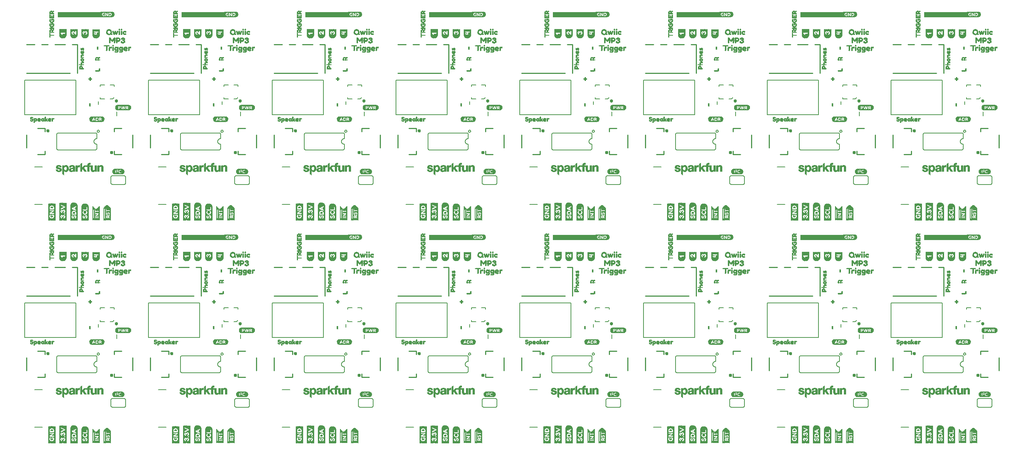
<source format=gto>
G75*
%MOIN*%
%OFA0B0*%
%FSLAX25Y25*%
%IPPOS*%
%LPD*%
%AMOC8*
5,1,8,0,0,1.08239X$1,22.5*
%
%ADD10R,0.39646X0.04803*%
%ADD11C,0.01000*%
%ADD12C,0.01575*%
%ADD13R,0.00157X0.15906*%
%ADD14R,0.00157X0.02992*%
%ADD15R,0.00157X0.03937*%
%ADD16R,0.00157X0.07402*%
%ADD17R,0.00157X0.02520*%
%ADD18R,0.00157X0.03307*%
%ADD19R,0.00157X0.01102*%
%ADD20R,0.00157X0.02362*%
%ADD21R,0.00157X0.01890*%
%ADD22R,0.00157X0.02677*%
%ADD23R,0.00157X0.00787*%
%ADD24R,0.00157X0.01732*%
%ADD25R,0.00157X0.02205*%
%ADD26R,0.00157X0.00630*%
%ADD27R,0.00157X0.02047*%
%ADD28R,0.00157X0.00472*%
%ADD29R,0.00157X0.00315*%
%ADD30R,0.00157X0.00945*%
%ADD31R,0.00157X0.01575*%
%ADD32R,0.00157X0.01417*%
%ADD33R,0.00157X0.01260*%
%ADD34R,0.00157X0.03150*%
%ADD35R,0.00157X0.03622*%
%ADD36R,0.00157X0.00157*%
%ADD37R,0.00157X0.02835*%
%ADD38R,0.00157X0.03465*%
%ADD39R,0.00157X0.15276*%
%ADD40R,0.00157X0.11024*%
%ADD41R,0.00157X0.12913*%
%ADD42R,0.00157X0.13386*%
%ADD43R,0.00157X0.13701*%
%ADD44R,0.00157X0.14016*%
%ADD45R,0.00157X0.14173*%
%ADD46R,0.00157X0.14331*%
%ADD47R,0.00157X0.14488*%
%ADD48R,0.00157X0.07087*%
%ADD49R,0.00157X0.04882*%
%ADD50R,0.00157X0.05039*%
%ADD51R,0.00157X0.05197*%
%ADD52R,0.00157X0.13858*%
%ADD53R,0.00157X0.14646*%
%ADD54R,0.00157X0.14961*%
%ADD55R,0.00157X0.15118*%
%ADD56R,0.00157X0.15433*%
%ADD57R,0.00157X0.11969*%
%ADD58R,0.00157X0.04567*%
%ADD59R,0.00157X0.04409*%
%ADD60R,0.00157X0.04252*%
%ADD61R,0.00157X0.04094*%
%ADD62R,0.00157X0.03780*%
%ADD63C,0.00500*%
%ADD64C,0.00800*%
%ADD65C,0.00010*%
%ADD66C,0.00600*%
%ADD67R,0.07205X0.00118*%
%ADD68R,0.07913X0.00118*%
%ADD69R,0.08386X0.00079*%
%ADD70R,0.08858X0.00157*%
%ADD71R,0.09094X0.00118*%
%ADD72R,0.09331X0.00118*%
%ADD73R,0.09567X0.00079*%
%ADD74R,0.03661X0.00118*%
%ADD75R,0.02126X0.00118*%
%ADD76R,0.02953X0.00118*%
%ADD77R,0.02244X0.00157*%
%ADD78R,0.00591X0.00157*%
%ADD79R,0.01535X0.00157*%
%ADD80R,0.02598X0.00157*%
%ADD81R,0.02244X0.00118*%
%ADD82R,0.00472X0.00118*%
%ADD83R,0.01181X0.00118*%
%ADD84R,0.02362X0.00118*%
%ADD85R,0.00945X0.00118*%
%ADD86R,0.00354X0.00118*%
%ADD87R,0.00827X0.00118*%
%ADD88R,0.02480X0.00157*%
%ADD89R,0.00354X0.00157*%
%ADD90R,0.00236X0.00157*%
%ADD91R,0.02480X0.00118*%
%ADD92R,0.02598X0.00118*%
%ADD93R,0.01063X0.00118*%
%ADD94R,0.02835X0.00118*%
%ADD95R,0.00472X0.00157*%
%ADD96R,0.04252X0.00157*%
%ADD97R,0.04370X0.00118*%
%ADD98R,0.00591X0.00118*%
%ADD99R,0.04488X0.00118*%
%ADD100R,0.00709X0.00157*%
%ADD101R,0.04488X0.00157*%
%ADD102R,0.00236X0.00118*%
%ADD103R,0.00118X0.00118*%
%ADD104R,0.00118X0.00157*%
%ADD105R,0.04370X0.00157*%
%ADD106R,0.04252X0.00118*%
%ADD107R,0.02717X0.00118*%
%ADD108R,0.03071X0.00157*%
%ADD109R,0.03425X0.00118*%
%ADD110R,0.09567X0.00118*%
%ADD111R,0.08858X0.00118*%
%ADD112R,0.08386X0.00118*%
%ADD113R,0.00157X0.12756*%
%ADD114R,0.00157X0.12598*%
%ADD115R,0.00157X0.12441*%
%ADD116R,0.00157X0.12283*%
%ADD117R,0.00157X0.11181*%
%ADD118R,0.00157X0.10866*%
%ADD119R,0.00157X0.10709*%
%ADD120R,0.00157X0.12126*%
%ADD121R,0.00157X0.11496*%
%ADD122R,0.00157X0.11654*%
%ADD123R,0.00157X0.13071*%
%ADD124R,0.00157X0.13228*%
%ADD125R,0.00157X0.11811*%
%ADD126R,0.10748X0.00118*%
%ADD127R,0.11457X0.00118*%
%ADD128R,0.11929X0.00079*%
%ADD129R,0.12402X0.00157*%
%ADD130R,0.12638X0.00118*%
%ADD131R,0.12874X0.00118*%
%ADD132R,0.13110X0.00079*%
%ADD133R,0.04961X0.00118*%
%ADD134R,0.03071X0.00118*%
%ADD135R,0.05079X0.00118*%
%ADD136R,0.00945X0.00157*%
%ADD137R,0.01181X0.00157*%
%ADD138R,0.02835X0.00157*%
%ADD139R,0.00709X0.00118*%
%ADD140R,0.00827X0.00157*%
%ADD141R,0.01299X0.00118*%
%ADD142R,0.01654X0.00118*%
%ADD143R,0.01063X0.00157*%
%ADD144R,0.02126X0.00157*%
%ADD145R,0.01417X0.00118*%
%ADD146R,0.13110X0.00118*%
%ADD147R,0.12402X0.00118*%
%ADD148R,0.11929X0.00118*%
%ADD149R,0.10039X0.00118*%
%ADD150R,0.11220X0.00079*%
%ADD151R,0.11693X0.00157*%
%ADD152R,0.12165X0.00118*%
%ADD153R,0.12402X0.00079*%
%ADD154R,0.03307X0.00157*%
%ADD155R,0.01299X0.00157*%
%ADD156R,0.02717X0.00157*%
%ADD157R,0.03307X0.00118*%
%ADD158R,0.01535X0.00118*%
%ADD159R,0.03189X0.00118*%
%ADD160R,0.03189X0.00157*%
%ADD161R,0.02953X0.00157*%
%ADD162R,0.02362X0.00157*%
%ADD163R,0.02008X0.00118*%
%ADD164R,0.01654X0.00157*%
%ADD165R,0.01772X0.00118*%
%ADD166R,0.11693X0.00118*%
%ADD167R,0.11220X0.00118*%
%ADD168R,0.00157X0.05669*%
%ADD169R,0.00157X0.06142*%
%ADD170R,0.00157X0.06457*%
%ADD171R,0.00157X0.06772*%
%ADD172R,0.00157X0.06929*%
%ADD173R,0.00157X0.07244*%
%ADD174R,0.00157X0.04724*%
%ADD175R,0.00197X0.00197*%
%ADD176R,0.00197X0.00984*%
%ADD177R,0.00197X0.01378*%
%ADD178R,0.00197X0.02953*%
%ADD179R,0.00236X0.03346*%
%ADD180R,0.00197X0.03346*%
%ADD181R,0.00236X0.01378*%
%ADD182R,0.00236X0.00591*%
%ADD183R,0.00197X0.02362*%
%ADD184R,0.00197X0.02559*%
%ADD185R,0.00197X0.02756*%
%ADD186R,0.00236X0.02756*%
%ADD187R,0.00157X0.05984*%
%ADD188R,0.00157X0.07559*%
%ADD189R,0.00157X0.07717*%
%ADD190R,0.10276X0.00118*%
%ADD191R,0.10984X0.00118*%
%ADD192R,0.11457X0.00079*%
%ADD193R,0.11929X0.00157*%
%ADD194R,0.12638X0.00079*%
%ADD195R,0.08976X0.00118*%
%ADD196R,0.01417X0.00157*%
%ADD197R,0.00787X0.00157*%
%ADD198R,0.01102X0.00157*%
%ADD199R,0.01732X0.00157*%
%ADD200R,0.02205X0.00157*%
%ADD201R,0.02520X0.00157*%
%ADD202R,0.02677X0.00157*%
%ADD203R,0.01260X0.00157*%
%ADD204R,0.00630X0.00157*%
%ADD205R,0.00315X0.00157*%
%ADD206R,0.01575X0.00157*%
%ADD207R,0.02047X0.00157*%
%ADD208R,0.01890X0.00157*%
%ADD209R,0.02992X0.00157*%
%ADD210C,0.00300*%
%ADD211R,0.01772X0.00197*%
%ADD212R,0.01378X0.00197*%
%ADD213R,0.01181X0.00197*%
%ADD214R,0.02756X0.00197*%
%ADD215R,0.02165X0.00197*%
%ADD216R,0.03346X0.00197*%
%ADD217R,0.02559X0.00197*%
%ADD218R,0.01575X0.00197*%
%ADD219R,0.03543X0.00197*%
%ADD220R,0.02953X0.00197*%
%ADD221R,0.03740X0.00197*%
%ADD222R,0.01969X0.00197*%
%ADD223R,0.03937X0.00197*%
%ADD224R,0.02362X0.00197*%
%ADD225R,0.00787X0.00197*%
%ADD226R,0.05709X0.00197*%
%ADD227R,0.04134X0.00197*%
%ADD228R,0.01378X0.00236*%
%ADD229R,0.01969X0.00236*%
%ADD230R,0.03740X0.00236*%
%ADD231R,0.02362X0.00236*%
%ADD232R,0.00984X0.00197*%
%ADD233R,0.03150X0.00197*%
%ADD234R,0.01575X0.00236*%
%ADD235R,0.01181X0.00236*%
%ADD236R,0.02559X0.00236*%
%ADD237R,0.00591X0.00197*%
%ADD238R,0.00394X0.00197*%
%ADD239R,0.04528X0.00197*%
%ADD240R,0.04724X0.00236*%
%ADD241R,0.00394X0.00236*%
%ADD242R,0.04331X0.00197*%
%ADD243R,0.01772X0.00236*%
%ADD244R,0.00984X0.00236*%
%ADD245R,0.05118X0.00197*%
%ADD246R,0.04921X0.00197*%
%ADD247R,0.04724X0.00197*%
%ADD248R,0.02756X0.00236*%
%ADD249R,0.02165X0.00236*%
%ADD250R,0.02953X0.00236*%
%ADD251R,0.03346X0.00236*%
%ADD252R,0.02756X0.00157*%
D10*
X0088612Y0223500D03*
X0200612Y0223500D03*
X0312612Y0223500D03*
X0424612Y0223500D03*
X0536612Y0223500D03*
X0648612Y0223500D03*
X0760612Y0223500D03*
X0872612Y0223500D03*
X0872612Y0425500D03*
X0760612Y0425500D03*
X0648612Y0425500D03*
X0536612Y0425500D03*
X0424612Y0425500D03*
X0312612Y0425500D03*
X0200612Y0425500D03*
X0088612Y0425500D03*
D11*
X0086781Y0398492D02*
X0082057Y0398492D01*
X0086781Y0398492D02*
X0086781Y0372508D01*
X0080089Y0372508D02*
X0040719Y0372508D01*
X0040719Y0398492D02*
X0048199Y0398492D01*
X0054498Y0398492D02*
X0060010Y0398492D01*
X0066309Y0398492D02*
X0075758Y0398492D01*
X0152719Y0398492D02*
X0160199Y0398492D01*
X0166498Y0398492D02*
X0172010Y0398492D01*
X0178309Y0398492D02*
X0187758Y0398492D01*
X0194057Y0398492D02*
X0198781Y0398492D01*
X0198781Y0372508D01*
X0192089Y0372508D02*
X0152719Y0372508D01*
X0162876Y0322311D02*
X0169372Y0322311D01*
X0169372Y0319358D01*
X0152640Y0316406D02*
X0152640Y0304594D01*
X0162876Y0298689D02*
X0169372Y0298689D01*
X0169372Y0301642D01*
X0136860Y0304594D02*
X0136860Y0316406D01*
X0126624Y0322311D02*
X0120128Y0322311D01*
X0120128Y0319358D01*
X0120128Y0301642D02*
X0120128Y0298689D01*
X0126624Y0298689D01*
X0057372Y0298689D02*
X0050876Y0298689D01*
X0057372Y0298689D02*
X0057372Y0301642D01*
X0040640Y0304594D02*
X0040640Y0316406D01*
X0050876Y0322311D02*
X0057372Y0322311D01*
X0057372Y0319358D01*
X0232128Y0319358D02*
X0232128Y0322311D01*
X0238624Y0322311D01*
X0248860Y0316406D02*
X0248860Y0304594D01*
X0238624Y0298689D02*
X0232128Y0298689D01*
X0232128Y0301642D01*
X0264640Y0304594D02*
X0264640Y0316406D01*
X0274876Y0322311D02*
X0281372Y0322311D01*
X0281372Y0319358D01*
X0281372Y0301642D02*
X0281372Y0298689D01*
X0274876Y0298689D01*
X0344128Y0298689D02*
X0344128Y0301642D01*
X0344128Y0298689D02*
X0350624Y0298689D01*
X0360860Y0304594D02*
X0360860Y0316406D01*
X0344128Y0319358D02*
X0344128Y0322311D01*
X0350624Y0322311D01*
X0376640Y0316406D02*
X0376640Y0304594D01*
X0386876Y0298689D02*
X0393372Y0298689D01*
X0393372Y0301642D01*
X0393372Y0319358D02*
X0393372Y0322311D01*
X0386876Y0322311D01*
X0456128Y0322311D02*
X0456128Y0319358D01*
X0456128Y0322311D02*
X0462624Y0322311D01*
X0472860Y0316406D02*
X0472860Y0304594D01*
X0462624Y0298689D02*
X0456128Y0298689D01*
X0456128Y0301642D01*
X0488640Y0304594D02*
X0488640Y0316406D01*
X0505372Y0319358D02*
X0505372Y0322311D01*
X0498876Y0322311D01*
X0505372Y0301642D02*
X0505372Y0298689D01*
X0498876Y0298689D01*
X0568128Y0298689D02*
X0568128Y0301642D01*
X0568128Y0298689D02*
X0574624Y0298689D01*
X0584860Y0304594D02*
X0584860Y0316406D01*
X0600640Y0316406D02*
X0600640Y0304594D01*
X0610876Y0298689D02*
X0617372Y0298689D01*
X0617372Y0301642D01*
X0617372Y0319358D02*
X0617372Y0322311D01*
X0610876Y0322311D01*
X0574624Y0322311D02*
X0568128Y0322311D01*
X0568128Y0319358D01*
X0680128Y0319358D02*
X0680128Y0322311D01*
X0686624Y0322311D01*
X0696860Y0316406D02*
X0696860Y0304594D01*
X0686624Y0298689D02*
X0680128Y0298689D01*
X0680128Y0301642D01*
X0712640Y0304594D02*
X0712640Y0316406D01*
X0722876Y0322311D02*
X0729372Y0322311D01*
X0729372Y0319358D01*
X0729372Y0301642D02*
X0729372Y0298689D01*
X0722876Y0298689D01*
X0792128Y0298689D02*
X0792128Y0301642D01*
X0792128Y0298689D02*
X0798624Y0298689D01*
X0808860Y0304594D02*
X0808860Y0316406D01*
X0824640Y0316406D02*
X0824640Y0304594D01*
X0834876Y0298689D02*
X0841372Y0298689D01*
X0841372Y0301642D01*
X0841372Y0319358D02*
X0841372Y0322311D01*
X0834876Y0322311D01*
X0798624Y0322311D02*
X0792128Y0322311D01*
X0792128Y0319358D01*
X0904128Y0319358D02*
X0904128Y0322311D01*
X0910624Y0322311D01*
X0920860Y0316406D02*
X0920860Y0304594D01*
X0910624Y0298689D02*
X0904128Y0298689D01*
X0904128Y0301642D01*
X0870781Y0372508D02*
X0870781Y0398492D01*
X0866057Y0398492D01*
X0859758Y0398492D02*
X0850309Y0398492D01*
X0844010Y0398492D02*
X0838498Y0398492D01*
X0832199Y0398492D02*
X0824719Y0398492D01*
X0824719Y0372508D02*
X0864089Y0372508D01*
X0758781Y0372508D02*
X0758781Y0398492D01*
X0754057Y0398492D01*
X0747758Y0398492D02*
X0738309Y0398492D01*
X0732010Y0398492D02*
X0726498Y0398492D01*
X0720199Y0398492D02*
X0712719Y0398492D01*
X0712719Y0372508D02*
X0752089Y0372508D01*
X0646781Y0372508D02*
X0646781Y0398492D01*
X0642057Y0398492D01*
X0635758Y0398492D02*
X0626309Y0398492D01*
X0620010Y0398492D02*
X0614498Y0398492D01*
X0608199Y0398492D02*
X0600719Y0398492D01*
X0600719Y0372508D02*
X0640089Y0372508D01*
X0534781Y0372508D02*
X0534781Y0398492D01*
X0530057Y0398492D01*
X0523758Y0398492D02*
X0514309Y0398492D01*
X0508010Y0398492D02*
X0502498Y0398492D01*
X0496199Y0398492D02*
X0488719Y0398492D01*
X0488719Y0372508D02*
X0528089Y0372508D01*
X0422781Y0372508D02*
X0422781Y0398492D01*
X0418057Y0398492D01*
X0411758Y0398492D02*
X0402309Y0398492D01*
X0396010Y0398492D02*
X0390498Y0398492D01*
X0384199Y0398492D02*
X0376719Y0398492D01*
X0376719Y0372508D02*
X0416089Y0372508D01*
X0310781Y0372508D02*
X0310781Y0398492D01*
X0306057Y0398492D01*
X0299758Y0398492D02*
X0290309Y0398492D01*
X0284010Y0398492D02*
X0278498Y0398492D01*
X0272199Y0398492D02*
X0264719Y0398492D01*
X0264719Y0372508D02*
X0304089Y0372508D01*
X0306057Y0196492D02*
X0310781Y0196492D01*
X0310781Y0170508D01*
X0304089Y0170508D02*
X0264719Y0170508D01*
X0264719Y0196492D02*
X0272199Y0196492D01*
X0278498Y0196492D02*
X0284010Y0196492D01*
X0290309Y0196492D02*
X0299758Y0196492D01*
X0376719Y0196492D02*
X0384199Y0196492D01*
X0390498Y0196492D02*
X0396010Y0196492D01*
X0402309Y0196492D02*
X0411758Y0196492D01*
X0418057Y0196492D02*
X0422781Y0196492D01*
X0422781Y0170508D01*
X0416089Y0170508D02*
X0376719Y0170508D01*
X0386876Y0120311D02*
X0393372Y0120311D01*
X0393372Y0117358D01*
X0376640Y0114406D02*
X0376640Y0102594D01*
X0386876Y0096689D02*
X0393372Y0096689D01*
X0393372Y0099642D01*
X0360860Y0102594D02*
X0360860Y0114406D01*
X0344128Y0117358D02*
X0344128Y0120311D01*
X0350624Y0120311D01*
X0344128Y0099642D02*
X0344128Y0096689D01*
X0350624Y0096689D01*
X0281372Y0096689D02*
X0274876Y0096689D01*
X0281372Y0096689D02*
X0281372Y0099642D01*
X0264640Y0102594D02*
X0264640Y0114406D01*
X0248860Y0114406D02*
X0248860Y0102594D01*
X0238624Y0096689D02*
X0232128Y0096689D01*
X0232128Y0099642D01*
X0232128Y0117358D02*
X0232128Y0120311D01*
X0238624Y0120311D01*
X0274876Y0120311D02*
X0281372Y0120311D01*
X0281372Y0117358D01*
X0169372Y0117358D02*
X0169372Y0120311D01*
X0162876Y0120311D01*
X0152640Y0114406D02*
X0152640Y0102594D01*
X0162876Y0096689D02*
X0169372Y0096689D01*
X0169372Y0099642D01*
X0136860Y0102594D02*
X0136860Y0114406D01*
X0126624Y0120311D02*
X0120128Y0120311D01*
X0120128Y0117358D01*
X0120128Y0099642D02*
X0120128Y0096689D01*
X0126624Y0096689D01*
X0057372Y0096689D02*
X0050876Y0096689D01*
X0057372Y0096689D02*
X0057372Y0099642D01*
X0040640Y0102594D02*
X0040640Y0114406D01*
X0050876Y0120311D02*
X0057372Y0120311D01*
X0057372Y0117358D01*
X0040719Y0170508D02*
X0080089Y0170508D01*
X0086781Y0170508D02*
X0086781Y0196492D01*
X0082057Y0196492D01*
X0075758Y0196492D02*
X0066309Y0196492D01*
X0060010Y0196492D02*
X0054498Y0196492D01*
X0048199Y0196492D02*
X0040719Y0196492D01*
X0152719Y0196492D02*
X0160199Y0196492D01*
X0166498Y0196492D02*
X0172010Y0196492D01*
X0178309Y0196492D02*
X0187758Y0196492D01*
X0194057Y0196492D02*
X0198781Y0196492D01*
X0198781Y0170508D01*
X0192089Y0170508D02*
X0152719Y0170508D01*
X0456128Y0120311D02*
X0456128Y0117358D01*
X0456128Y0120311D02*
X0462624Y0120311D01*
X0472860Y0114406D02*
X0472860Y0102594D01*
X0462624Y0096689D02*
X0456128Y0096689D01*
X0456128Y0099642D01*
X0488640Y0102594D02*
X0488640Y0114406D01*
X0505372Y0117358D02*
X0505372Y0120311D01*
X0498876Y0120311D01*
X0505372Y0099642D02*
X0505372Y0096689D01*
X0498876Y0096689D01*
X0568128Y0096689D02*
X0568128Y0099642D01*
X0568128Y0096689D02*
X0574624Y0096689D01*
X0584860Y0102594D02*
X0584860Y0114406D01*
X0600640Y0114406D02*
X0600640Y0102594D01*
X0610876Y0096689D02*
X0617372Y0096689D01*
X0617372Y0099642D01*
X0617372Y0117358D02*
X0617372Y0120311D01*
X0610876Y0120311D01*
X0574624Y0120311D02*
X0568128Y0120311D01*
X0568128Y0117358D01*
X0680128Y0117358D02*
X0680128Y0120311D01*
X0686624Y0120311D01*
X0696860Y0114406D02*
X0696860Y0102594D01*
X0686624Y0096689D02*
X0680128Y0096689D01*
X0680128Y0099642D01*
X0712640Y0102594D02*
X0712640Y0114406D01*
X0722876Y0120311D02*
X0729372Y0120311D01*
X0729372Y0117358D01*
X0729372Y0099642D02*
X0729372Y0096689D01*
X0722876Y0096689D01*
X0792128Y0096689D02*
X0792128Y0099642D01*
X0792128Y0096689D02*
X0798624Y0096689D01*
X0808860Y0102594D02*
X0808860Y0114406D01*
X0824640Y0114406D02*
X0824640Y0102594D01*
X0834876Y0096689D02*
X0841372Y0096689D01*
X0841372Y0099642D01*
X0841372Y0117358D02*
X0841372Y0120311D01*
X0834876Y0120311D01*
X0798624Y0120311D02*
X0792128Y0120311D01*
X0792128Y0117358D01*
X0904128Y0117358D02*
X0904128Y0120311D01*
X0910624Y0120311D01*
X0920860Y0114406D02*
X0920860Y0102594D01*
X0910624Y0096689D02*
X0904128Y0096689D01*
X0904128Y0099642D01*
X0870781Y0170508D02*
X0870781Y0196492D01*
X0866057Y0196492D01*
X0859758Y0196492D02*
X0850309Y0196492D01*
X0844010Y0196492D02*
X0838498Y0196492D01*
X0832199Y0196492D02*
X0824719Y0196492D01*
X0824719Y0170508D02*
X0864089Y0170508D01*
X0758781Y0170508D02*
X0758781Y0196492D01*
X0754057Y0196492D01*
X0747758Y0196492D02*
X0738309Y0196492D01*
X0732010Y0196492D02*
X0726498Y0196492D01*
X0720199Y0196492D02*
X0712719Y0196492D01*
X0712719Y0170508D02*
X0752089Y0170508D01*
X0646781Y0170508D02*
X0646781Y0196492D01*
X0642057Y0196492D01*
X0635758Y0196492D02*
X0626309Y0196492D01*
X0620010Y0196492D02*
X0614498Y0196492D01*
X0608199Y0196492D02*
X0600719Y0196492D01*
X0600719Y0170508D02*
X0640089Y0170508D01*
X0534781Y0170508D02*
X0534781Y0196492D01*
X0530057Y0196492D01*
X0523758Y0196492D02*
X0514309Y0196492D01*
X0508010Y0196492D02*
X0502498Y0196492D01*
X0496199Y0196492D02*
X0488719Y0196492D01*
X0488719Y0170508D02*
X0528089Y0170508D01*
D12*
X0507374Y0118343D02*
X0507376Y0118390D01*
X0507382Y0118436D01*
X0507391Y0118482D01*
X0507405Y0118526D01*
X0507422Y0118570D01*
X0507443Y0118611D01*
X0507467Y0118651D01*
X0507494Y0118689D01*
X0507525Y0118724D01*
X0507558Y0118757D01*
X0507594Y0118787D01*
X0507633Y0118813D01*
X0507673Y0118837D01*
X0507715Y0118856D01*
X0507759Y0118873D01*
X0507804Y0118885D01*
X0507850Y0118894D01*
X0507896Y0118899D01*
X0507943Y0118900D01*
X0507989Y0118897D01*
X0508035Y0118890D01*
X0508081Y0118879D01*
X0508125Y0118865D01*
X0508168Y0118847D01*
X0508209Y0118825D01*
X0508249Y0118800D01*
X0508286Y0118772D01*
X0508321Y0118741D01*
X0508353Y0118707D01*
X0508382Y0118670D01*
X0508407Y0118632D01*
X0508430Y0118591D01*
X0508449Y0118548D01*
X0508464Y0118504D01*
X0508476Y0118459D01*
X0508484Y0118413D01*
X0508488Y0118366D01*
X0508488Y0118320D01*
X0508484Y0118273D01*
X0508476Y0118227D01*
X0508464Y0118182D01*
X0508449Y0118138D01*
X0508430Y0118095D01*
X0508407Y0118054D01*
X0508382Y0118016D01*
X0508353Y0117979D01*
X0508321Y0117945D01*
X0508286Y0117914D01*
X0508249Y0117886D01*
X0508210Y0117861D01*
X0508168Y0117839D01*
X0508125Y0117821D01*
X0508081Y0117807D01*
X0508035Y0117796D01*
X0507989Y0117789D01*
X0507943Y0117786D01*
X0507896Y0117787D01*
X0507850Y0117792D01*
X0507804Y0117801D01*
X0507759Y0117813D01*
X0507715Y0117830D01*
X0507673Y0117849D01*
X0507633Y0117873D01*
X0507594Y0117899D01*
X0507558Y0117929D01*
X0507525Y0117962D01*
X0507494Y0117997D01*
X0507467Y0118035D01*
X0507443Y0118075D01*
X0507422Y0118116D01*
X0507405Y0118160D01*
X0507391Y0118204D01*
X0507382Y0118250D01*
X0507376Y0118296D01*
X0507374Y0118343D01*
X0453012Y0098657D02*
X0453014Y0098704D01*
X0453020Y0098750D01*
X0453029Y0098796D01*
X0453043Y0098840D01*
X0453060Y0098884D01*
X0453081Y0098925D01*
X0453105Y0098965D01*
X0453132Y0099003D01*
X0453163Y0099038D01*
X0453196Y0099071D01*
X0453232Y0099101D01*
X0453271Y0099127D01*
X0453311Y0099151D01*
X0453353Y0099170D01*
X0453397Y0099187D01*
X0453442Y0099199D01*
X0453488Y0099208D01*
X0453534Y0099213D01*
X0453581Y0099214D01*
X0453627Y0099211D01*
X0453673Y0099204D01*
X0453719Y0099193D01*
X0453763Y0099179D01*
X0453806Y0099161D01*
X0453847Y0099139D01*
X0453887Y0099114D01*
X0453924Y0099086D01*
X0453959Y0099055D01*
X0453991Y0099021D01*
X0454020Y0098984D01*
X0454045Y0098946D01*
X0454068Y0098905D01*
X0454087Y0098862D01*
X0454102Y0098818D01*
X0454114Y0098773D01*
X0454122Y0098727D01*
X0454126Y0098680D01*
X0454126Y0098634D01*
X0454122Y0098587D01*
X0454114Y0098541D01*
X0454102Y0098496D01*
X0454087Y0098452D01*
X0454068Y0098409D01*
X0454045Y0098368D01*
X0454020Y0098330D01*
X0453991Y0098293D01*
X0453959Y0098259D01*
X0453924Y0098228D01*
X0453887Y0098200D01*
X0453848Y0098175D01*
X0453806Y0098153D01*
X0453763Y0098135D01*
X0453719Y0098121D01*
X0453673Y0098110D01*
X0453627Y0098103D01*
X0453581Y0098100D01*
X0453534Y0098101D01*
X0453488Y0098106D01*
X0453442Y0098115D01*
X0453397Y0098127D01*
X0453353Y0098144D01*
X0453311Y0098163D01*
X0453271Y0098187D01*
X0453232Y0098213D01*
X0453196Y0098243D01*
X0453163Y0098276D01*
X0453132Y0098311D01*
X0453105Y0098349D01*
X0453081Y0098389D01*
X0453060Y0098430D01*
X0453043Y0098474D01*
X0453029Y0098518D01*
X0453020Y0098564D01*
X0453014Y0098610D01*
X0453012Y0098657D01*
X0395374Y0118343D02*
X0395376Y0118390D01*
X0395382Y0118436D01*
X0395391Y0118482D01*
X0395405Y0118526D01*
X0395422Y0118570D01*
X0395443Y0118611D01*
X0395467Y0118651D01*
X0395494Y0118689D01*
X0395525Y0118724D01*
X0395558Y0118757D01*
X0395594Y0118787D01*
X0395633Y0118813D01*
X0395673Y0118837D01*
X0395715Y0118856D01*
X0395759Y0118873D01*
X0395804Y0118885D01*
X0395850Y0118894D01*
X0395896Y0118899D01*
X0395943Y0118900D01*
X0395989Y0118897D01*
X0396035Y0118890D01*
X0396081Y0118879D01*
X0396125Y0118865D01*
X0396168Y0118847D01*
X0396209Y0118825D01*
X0396249Y0118800D01*
X0396286Y0118772D01*
X0396321Y0118741D01*
X0396353Y0118707D01*
X0396382Y0118670D01*
X0396407Y0118632D01*
X0396430Y0118591D01*
X0396449Y0118548D01*
X0396464Y0118504D01*
X0396476Y0118459D01*
X0396484Y0118413D01*
X0396488Y0118366D01*
X0396488Y0118320D01*
X0396484Y0118273D01*
X0396476Y0118227D01*
X0396464Y0118182D01*
X0396449Y0118138D01*
X0396430Y0118095D01*
X0396407Y0118054D01*
X0396382Y0118016D01*
X0396353Y0117979D01*
X0396321Y0117945D01*
X0396286Y0117914D01*
X0396249Y0117886D01*
X0396210Y0117861D01*
X0396168Y0117839D01*
X0396125Y0117821D01*
X0396081Y0117807D01*
X0396035Y0117796D01*
X0395989Y0117789D01*
X0395943Y0117786D01*
X0395896Y0117787D01*
X0395850Y0117792D01*
X0395804Y0117801D01*
X0395759Y0117813D01*
X0395715Y0117830D01*
X0395673Y0117849D01*
X0395633Y0117873D01*
X0395594Y0117899D01*
X0395558Y0117929D01*
X0395525Y0117962D01*
X0395494Y0117997D01*
X0395467Y0118035D01*
X0395443Y0118075D01*
X0395422Y0118116D01*
X0395405Y0118160D01*
X0395391Y0118204D01*
X0395382Y0118250D01*
X0395376Y0118296D01*
X0395374Y0118343D01*
X0341012Y0098657D02*
X0341014Y0098704D01*
X0341020Y0098750D01*
X0341029Y0098796D01*
X0341043Y0098840D01*
X0341060Y0098884D01*
X0341081Y0098925D01*
X0341105Y0098965D01*
X0341132Y0099003D01*
X0341163Y0099038D01*
X0341196Y0099071D01*
X0341232Y0099101D01*
X0341271Y0099127D01*
X0341311Y0099151D01*
X0341353Y0099170D01*
X0341397Y0099187D01*
X0341442Y0099199D01*
X0341488Y0099208D01*
X0341534Y0099213D01*
X0341581Y0099214D01*
X0341627Y0099211D01*
X0341673Y0099204D01*
X0341719Y0099193D01*
X0341763Y0099179D01*
X0341806Y0099161D01*
X0341847Y0099139D01*
X0341887Y0099114D01*
X0341924Y0099086D01*
X0341959Y0099055D01*
X0341991Y0099021D01*
X0342020Y0098984D01*
X0342045Y0098946D01*
X0342068Y0098905D01*
X0342087Y0098862D01*
X0342102Y0098818D01*
X0342114Y0098773D01*
X0342122Y0098727D01*
X0342126Y0098680D01*
X0342126Y0098634D01*
X0342122Y0098587D01*
X0342114Y0098541D01*
X0342102Y0098496D01*
X0342087Y0098452D01*
X0342068Y0098409D01*
X0342045Y0098368D01*
X0342020Y0098330D01*
X0341991Y0098293D01*
X0341959Y0098259D01*
X0341924Y0098228D01*
X0341887Y0098200D01*
X0341848Y0098175D01*
X0341806Y0098153D01*
X0341763Y0098135D01*
X0341719Y0098121D01*
X0341673Y0098110D01*
X0341627Y0098103D01*
X0341581Y0098100D01*
X0341534Y0098101D01*
X0341488Y0098106D01*
X0341442Y0098115D01*
X0341397Y0098127D01*
X0341353Y0098144D01*
X0341311Y0098163D01*
X0341271Y0098187D01*
X0341232Y0098213D01*
X0341196Y0098243D01*
X0341163Y0098276D01*
X0341132Y0098311D01*
X0341105Y0098349D01*
X0341081Y0098389D01*
X0341060Y0098430D01*
X0341043Y0098474D01*
X0341029Y0098518D01*
X0341020Y0098564D01*
X0341014Y0098610D01*
X0341012Y0098657D01*
X0283374Y0118343D02*
X0283376Y0118390D01*
X0283382Y0118436D01*
X0283391Y0118482D01*
X0283405Y0118526D01*
X0283422Y0118570D01*
X0283443Y0118611D01*
X0283467Y0118651D01*
X0283494Y0118689D01*
X0283525Y0118724D01*
X0283558Y0118757D01*
X0283594Y0118787D01*
X0283633Y0118813D01*
X0283673Y0118837D01*
X0283715Y0118856D01*
X0283759Y0118873D01*
X0283804Y0118885D01*
X0283850Y0118894D01*
X0283896Y0118899D01*
X0283943Y0118900D01*
X0283989Y0118897D01*
X0284035Y0118890D01*
X0284081Y0118879D01*
X0284125Y0118865D01*
X0284168Y0118847D01*
X0284209Y0118825D01*
X0284249Y0118800D01*
X0284286Y0118772D01*
X0284321Y0118741D01*
X0284353Y0118707D01*
X0284382Y0118670D01*
X0284407Y0118632D01*
X0284430Y0118591D01*
X0284449Y0118548D01*
X0284464Y0118504D01*
X0284476Y0118459D01*
X0284484Y0118413D01*
X0284488Y0118366D01*
X0284488Y0118320D01*
X0284484Y0118273D01*
X0284476Y0118227D01*
X0284464Y0118182D01*
X0284449Y0118138D01*
X0284430Y0118095D01*
X0284407Y0118054D01*
X0284382Y0118016D01*
X0284353Y0117979D01*
X0284321Y0117945D01*
X0284286Y0117914D01*
X0284249Y0117886D01*
X0284210Y0117861D01*
X0284168Y0117839D01*
X0284125Y0117821D01*
X0284081Y0117807D01*
X0284035Y0117796D01*
X0283989Y0117789D01*
X0283943Y0117786D01*
X0283896Y0117787D01*
X0283850Y0117792D01*
X0283804Y0117801D01*
X0283759Y0117813D01*
X0283715Y0117830D01*
X0283673Y0117849D01*
X0283633Y0117873D01*
X0283594Y0117899D01*
X0283558Y0117929D01*
X0283525Y0117962D01*
X0283494Y0117997D01*
X0283467Y0118035D01*
X0283443Y0118075D01*
X0283422Y0118116D01*
X0283405Y0118160D01*
X0283391Y0118204D01*
X0283382Y0118250D01*
X0283376Y0118296D01*
X0283374Y0118343D01*
X0229012Y0098657D02*
X0229014Y0098704D01*
X0229020Y0098750D01*
X0229029Y0098796D01*
X0229043Y0098840D01*
X0229060Y0098884D01*
X0229081Y0098925D01*
X0229105Y0098965D01*
X0229132Y0099003D01*
X0229163Y0099038D01*
X0229196Y0099071D01*
X0229232Y0099101D01*
X0229271Y0099127D01*
X0229311Y0099151D01*
X0229353Y0099170D01*
X0229397Y0099187D01*
X0229442Y0099199D01*
X0229488Y0099208D01*
X0229534Y0099213D01*
X0229581Y0099214D01*
X0229627Y0099211D01*
X0229673Y0099204D01*
X0229719Y0099193D01*
X0229763Y0099179D01*
X0229806Y0099161D01*
X0229847Y0099139D01*
X0229887Y0099114D01*
X0229924Y0099086D01*
X0229959Y0099055D01*
X0229991Y0099021D01*
X0230020Y0098984D01*
X0230045Y0098946D01*
X0230068Y0098905D01*
X0230087Y0098862D01*
X0230102Y0098818D01*
X0230114Y0098773D01*
X0230122Y0098727D01*
X0230126Y0098680D01*
X0230126Y0098634D01*
X0230122Y0098587D01*
X0230114Y0098541D01*
X0230102Y0098496D01*
X0230087Y0098452D01*
X0230068Y0098409D01*
X0230045Y0098368D01*
X0230020Y0098330D01*
X0229991Y0098293D01*
X0229959Y0098259D01*
X0229924Y0098228D01*
X0229887Y0098200D01*
X0229848Y0098175D01*
X0229806Y0098153D01*
X0229763Y0098135D01*
X0229719Y0098121D01*
X0229673Y0098110D01*
X0229627Y0098103D01*
X0229581Y0098100D01*
X0229534Y0098101D01*
X0229488Y0098106D01*
X0229442Y0098115D01*
X0229397Y0098127D01*
X0229353Y0098144D01*
X0229311Y0098163D01*
X0229271Y0098187D01*
X0229232Y0098213D01*
X0229196Y0098243D01*
X0229163Y0098276D01*
X0229132Y0098311D01*
X0229105Y0098349D01*
X0229081Y0098389D01*
X0229060Y0098430D01*
X0229043Y0098474D01*
X0229029Y0098518D01*
X0229020Y0098564D01*
X0229014Y0098610D01*
X0229012Y0098657D01*
X0171374Y0118343D02*
X0171376Y0118390D01*
X0171382Y0118436D01*
X0171391Y0118482D01*
X0171405Y0118526D01*
X0171422Y0118570D01*
X0171443Y0118611D01*
X0171467Y0118651D01*
X0171494Y0118689D01*
X0171525Y0118724D01*
X0171558Y0118757D01*
X0171594Y0118787D01*
X0171633Y0118813D01*
X0171673Y0118837D01*
X0171715Y0118856D01*
X0171759Y0118873D01*
X0171804Y0118885D01*
X0171850Y0118894D01*
X0171896Y0118899D01*
X0171943Y0118900D01*
X0171989Y0118897D01*
X0172035Y0118890D01*
X0172081Y0118879D01*
X0172125Y0118865D01*
X0172168Y0118847D01*
X0172209Y0118825D01*
X0172249Y0118800D01*
X0172286Y0118772D01*
X0172321Y0118741D01*
X0172353Y0118707D01*
X0172382Y0118670D01*
X0172407Y0118632D01*
X0172430Y0118591D01*
X0172449Y0118548D01*
X0172464Y0118504D01*
X0172476Y0118459D01*
X0172484Y0118413D01*
X0172488Y0118366D01*
X0172488Y0118320D01*
X0172484Y0118273D01*
X0172476Y0118227D01*
X0172464Y0118182D01*
X0172449Y0118138D01*
X0172430Y0118095D01*
X0172407Y0118054D01*
X0172382Y0118016D01*
X0172353Y0117979D01*
X0172321Y0117945D01*
X0172286Y0117914D01*
X0172249Y0117886D01*
X0172210Y0117861D01*
X0172168Y0117839D01*
X0172125Y0117821D01*
X0172081Y0117807D01*
X0172035Y0117796D01*
X0171989Y0117789D01*
X0171943Y0117786D01*
X0171896Y0117787D01*
X0171850Y0117792D01*
X0171804Y0117801D01*
X0171759Y0117813D01*
X0171715Y0117830D01*
X0171673Y0117849D01*
X0171633Y0117873D01*
X0171594Y0117899D01*
X0171558Y0117929D01*
X0171525Y0117962D01*
X0171494Y0117997D01*
X0171467Y0118035D01*
X0171443Y0118075D01*
X0171422Y0118116D01*
X0171405Y0118160D01*
X0171391Y0118204D01*
X0171382Y0118250D01*
X0171376Y0118296D01*
X0171374Y0118343D01*
X0117012Y0098657D02*
X0117014Y0098704D01*
X0117020Y0098750D01*
X0117029Y0098796D01*
X0117043Y0098840D01*
X0117060Y0098884D01*
X0117081Y0098925D01*
X0117105Y0098965D01*
X0117132Y0099003D01*
X0117163Y0099038D01*
X0117196Y0099071D01*
X0117232Y0099101D01*
X0117271Y0099127D01*
X0117311Y0099151D01*
X0117353Y0099170D01*
X0117397Y0099187D01*
X0117442Y0099199D01*
X0117488Y0099208D01*
X0117534Y0099213D01*
X0117581Y0099214D01*
X0117627Y0099211D01*
X0117673Y0099204D01*
X0117719Y0099193D01*
X0117763Y0099179D01*
X0117806Y0099161D01*
X0117847Y0099139D01*
X0117887Y0099114D01*
X0117924Y0099086D01*
X0117959Y0099055D01*
X0117991Y0099021D01*
X0118020Y0098984D01*
X0118045Y0098946D01*
X0118068Y0098905D01*
X0118087Y0098862D01*
X0118102Y0098818D01*
X0118114Y0098773D01*
X0118122Y0098727D01*
X0118126Y0098680D01*
X0118126Y0098634D01*
X0118122Y0098587D01*
X0118114Y0098541D01*
X0118102Y0098496D01*
X0118087Y0098452D01*
X0118068Y0098409D01*
X0118045Y0098368D01*
X0118020Y0098330D01*
X0117991Y0098293D01*
X0117959Y0098259D01*
X0117924Y0098228D01*
X0117887Y0098200D01*
X0117848Y0098175D01*
X0117806Y0098153D01*
X0117763Y0098135D01*
X0117719Y0098121D01*
X0117673Y0098110D01*
X0117627Y0098103D01*
X0117581Y0098100D01*
X0117534Y0098101D01*
X0117488Y0098106D01*
X0117442Y0098115D01*
X0117397Y0098127D01*
X0117353Y0098144D01*
X0117311Y0098163D01*
X0117271Y0098187D01*
X0117232Y0098213D01*
X0117196Y0098243D01*
X0117163Y0098276D01*
X0117132Y0098311D01*
X0117105Y0098349D01*
X0117081Y0098389D01*
X0117060Y0098430D01*
X0117043Y0098474D01*
X0117029Y0098518D01*
X0117020Y0098564D01*
X0117014Y0098610D01*
X0117012Y0098657D01*
X0059374Y0118343D02*
X0059376Y0118390D01*
X0059382Y0118436D01*
X0059391Y0118482D01*
X0059405Y0118526D01*
X0059422Y0118570D01*
X0059443Y0118611D01*
X0059467Y0118651D01*
X0059494Y0118689D01*
X0059525Y0118724D01*
X0059558Y0118757D01*
X0059594Y0118787D01*
X0059633Y0118813D01*
X0059673Y0118837D01*
X0059715Y0118856D01*
X0059759Y0118873D01*
X0059804Y0118885D01*
X0059850Y0118894D01*
X0059896Y0118899D01*
X0059943Y0118900D01*
X0059989Y0118897D01*
X0060035Y0118890D01*
X0060081Y0118879D01*
X0060125Y0118865D01*
X0060168Y0118847D01*
X0060209Y0118825D01*
X0060249Y0118800D01*
X0060286Y0118772D01*
X0060321Y0118741D01*
X0060353Y0118707D01*
X0060382Y0118670D01*
X0060407Y0118632D01*
X0060430Y0118591D01*
X0060449Y0118548D01*
X0060464Y0118504D01*
X0060476Y0118459D01*
X0060484Y0118413D01*
X0060488Y0118366D01*
X0060488Y0118320D01*
X0060484Y0118273D01*
X0060476Y0118227D01*
X0060464Y0118182D01*
X0060449Y0118138D01*
X0060430Y0118095D01*
X0060407Y0118054D01*
X0060382Y0118016D01*
X0060353Y0117979D01*
X0060321Y0117945D01*
X0060286Y0117914D01*
X0060249Y0117886D01*
X0060210Y0117861D01*
X0060168Y0117839D01*
X0060125Y0117821D01*
X0060081Y0117807D01*
X0060035Y0117796D01*
X0059989Y0117789D01*
X0059943Y0117786D01*
X0059896Y0117787D01*
X0059850Y0117792D01*
X0059804Y0117801D01*
X0059759Y0117813D01*
X0059715Y0117830D01*
X0059673Y0117849D01*
X0059633Y0117873D01*
X0059594Y0117899D01*
X0059558Y0117929D01*
X0059525Y0117962D01*
X0059494Y0117997D01*
X0059467Y0118035D01*
X0059443Y0118075D01*
X0059422Y0118116D01*
X0059405Y0118160D01*
X0059391Y0118204D01*
X0059382Y0118250D01*
X0059376Y0118296D01*
X0059374Y0118343D01*
X0117012Y0300657D02*
X0117014Y0300704D01*
X0117020Y0300750D01*
X0117029Y0300796D01*
X0117043Y0300840D01*
X0117060Y0300884D01*
X0117081Y0300925D01*
X0117105Y0300965D01*
X0117132Y0301003D01*
X0117163Y0301038D01*
X0117196Y0301071D01*
X0117232Y0301101D01*
X0117271Y0301127D01*
X0117311Y0301151D01*
X0117353Y0301170D01*
X0117397Y0301187D01*
X0117442Y0301199D01*
X0117488Y0301208D01*
X0117534Y0301213D01*
X0117581Y0301214D01*
X0117627Y0301211D01*
X0117673Y0301204D01*
X0117719Y0301193D01*
X0117763Y0301179D01*
X0117806Y0301161D01*
X0117847Y0301139D01*
X0117887Y0301114D01*
X0117924Y0301086D01*
X0117959Y0301055D01*
X0117991Y0301021D01*
X0118020Y0300984D01*
X0118045Y0300946D01*
X0118068Y0300905D01*
X0118087Y0300862D01*
X0118102Y0300818D01*
X0118114Y0300773D01*
X0118122Y0300727D01*
X0118126Y0300680D01*
X0118126Y0300634D01*
X0118122Y0300587D01*
X0118114Y0300541D01*
X0118102Y0300496D01*
X0118087Y0300452D01*
X0118068Y0300409D01*
X0118045Y0300368D01*
X0118020Y0300330D01*
X0117991Y0300293D01*
X0117959Y0300259D01*
X0117924Y0300228D01*
X0117887Y0300200D01*
X0117848Y0300175D01*
X0117806Y0300153D01*
X0117763Y0300135D01*
X0117719Y0300121D01*
X0117673Y0300110D01*
X0117627Y0300103D01*
X0117581Y0300100D01*
X0117534Y0300101D01*
X0117488Y0300106D01*
X0117442Y0300115D01*
X0117397Y0300127D01*
X0117353Y0300144D01*
X0117311Y0300163D01*
X0117271Y0300187D01*
X0117232Y0300213D01*
X0117196Y0300243D01*
X0117163Y0300276D01*
X0117132Y0300311D01*
X0117105Y0300349D01*
X0117081Y0300389D01*
X0117060Y0300430D01*
X0117043Y0300474D01*
X0117029Y0300518D01*
X0117020Y0300564D01*
X0117014Y0300610D01*
X0117012Y0300657D01*
X0171374Y0320343D02*
X0171376Y0320390D01*
X0171382Y0320436D01*
X0171391Y0320482D01*
X0171405Y0320526D01*
X0171422Y0320570D01*
X0171443Y0320611D01*
X0171467Y0320651D01*
X0171494Y0320689D01*
X0171525Y0320724D01*
X0171558Y0320757D01*
X0171594Y0320787D01*
X0171633Y0320813D01*
X0171673Y0320837D01*
X0171715Y0320856D01*
X0171759Y0320873D01*
X0171804Y0320885D01*
X0171850Y0320894D01*
X0171896Y0320899D01*
X0171943Y0320900D01*
X0171989Y0320897D01*
X0172035Y0320890D01*
X0172081Y0320879D01*
X0172125Y0320865D01*
X0172168Y0320847D01*
X0172209Y0320825D01*
X0172249Y0320800D01*
X0172286Y0320772D01*
X0172321Y0320741D01*
X0172353Y0320707D01*
X0172382Y0320670D01*
X0172407Y0320632D01*
X0172430Y0320591D01*
X0172449Y0320548D01*
X0172464Y0320504D01*
X0172476Y0320459D01*
X0172484Y0320413D01*
X0172488Y0320366D01*
X0172488Y0320320D01*
X0172484Y0320273D01*
X0172476Y0320227D01*
X0172464Y0320182D01*
X0172449Y0320138D01*
X0172430Y0320095D01*
X0172407Y0320054D01*
X0172382Y0320016D01*
X0172353Y0319979D01*
X0172321Y0319945D01*
X0172286Y0319914D01*
X0172249Y0319886D01*
X0172210Y0319861D01*
X0172168Y0319839D01*
X0172125Y0319821D01*
X0172081Y0319807D01*
X0172035Y0319796D01*
X0171989Y0319789D01*
X0171943Y0319786D01*
X0171896Y0319787D01*
X0171850Y0319792D01*
X0171804Y0319801D01*
X0171759Y0319813D01*
X0171715Y0319830D01*
X0171673Y0319849D01*
X0171633Y0319873D01*
X0171594Y0319899D01*
X0171558Y0319929D01*
X0171525Y0319962D01*
X0171494Y0319997D01*
X0171467Y0320035D01*
X0171443Y0320075D01*
X0171422Y0320116D01*
X0171405Y0320160D01*
X0171391Y0320204D01*
X0171382Y0320250D01*
X0171376Y0320296D01*
X0171374Y0320343D01*
X0229012Y0300657D02*
X0229014Y0300704D01*
X0229020Y0300750D01*
X0229029Y0300796D01*
X0229043Y0300840D01*
X0229060Y0300884D01*
X0229081Y0300925D01*
X0229105Y0300965D01*
X0229132Y0301003D01*
X0229163Y0301038D01*
X0229196Y0301071D01*
X0229232Y0301101D01*
X0229271Y0301127D01*
X0229311Y0301151D01*
X0229353Y0301170D01*
X0229397Y0301187D01*
X0229442Y0301199D01*
X0229488Y0301208D01*
X0229534Y0301213D01*
X0229581Y0301214D01*
X0229627Y0301211D01*
X0229673Y0301204D01*
X0229719Y0301193D01*
X0229763Y0301179D01*
X0229806Y0301161D01*
X0229847Y0301139D01*
X0229887Y0301114D01*
X0229924Y0301086D01*
X0229959Y0301055D01*
X0229991Y0301021D01*
X0230020Y0300984D01*
X0230045Y0300946D01*
X0230068Y0300905D01*
X0230087Y0300862D01*
X0230102Y0300818D01*
X0230114Y0300773D01*
X0230122Y0300727D01*
X0230126Y0300680D01*
X0230126Y0300634D01*
X0230122Y0300587D01*
X0230114Y0300541D01*
X0230102Y0300496D01*
X0230087Y0300452D01*
X0230068Y0300409D01*
X0230045Y0300368D01*
X0230020Y0300330D01*
X0229991Y0300293D01*
X0229959Y0300259D01*
X0229924Y0300228D01*
X0229887Y0300200D01*
X0229848Y0300175D01*
X0229806Y0300153D01*
X0229763Y0300135D01*
X0229719Y0300121D01*
X0229673Y0300110D01*
X0229627Y0300103D01*
X0229581Y0300100D01*
X0229534Y0300101D01*
X0229488Y0300106D01*
X0229442Y0300115D01*
X0229397Y0300127D01*
X0229353Y0300144D01*
X0229311Y0300163D01*
X0229271Y0300187D01*
X0229232Y0300213D01*
X0229196Y0300243D01*
X0229163Y0300276D01*
X0229132Y0300311D01*
X0229105Y0300349D01*
X0229081Y0300389D01*
X0229060Y0300430D01*
X0229043Y0300474D01*
X0229029Y0300518D01*
X0229020Y0300564D01*
X0229014Y0300610D01*
X0229012Y0300657D01*
X0283374Y0320343D02*
X0283376Y0320390D01*
X0283382Y0320436D01*
X0283391Y0320482D01*
X0283405Y0320526D01*
X0283422Y0320570D01*
X0283443Y0320611D01*
X0283467Y0320651D01*
X0283494Y0320689D01*
X0283525Y0320724D01*
X0283558Y0320757D01*
X0283594Y0320787D01*
X0283633Y0320813D01*
X0283673Y0320837D01*
X0283715Y0320856D01*
X0283759Y0320873D01*
X0283804Y0320885D01*
X0283850Y0320894D01*
X0283896Y0320899D01*
X0283943Y0320900D01*
X0283989Y0320897D01*
X0284035Y0320890D01*
X0284081Y0320879D01*
X0284125Y0320865D01*
X0284168Y0320847D01*
X0284209Y0320825D01*
X0284249Y0320800D01*
X0284286Y0320772D01*
X0284321Y0320741D01*
X0284353Y0320707D01*
X0284382Y0320670D01*
X0284407Y0320632D01*
X0284430Y0320591D01*
X0284449Y0320548D01*
X0284464Y0320504D01*
X0284476Y0320459D01*
X0284484Y0320413D01*
X0284488Y0320366D01*
X0284488Y0320320D01*
X0284484Y0320273D01*
X0284476Y0320227D01*
X0284464Y0320182D01*
X0284449Y0320138D01*
X0284430Y0320095D01*
X0284407Y0320054D01*
X0284382Y0320016D01*
X0284353Y0319979D01*
X0284321Y0319945D01*
X0284286Y0319914D01*
X0284249Y0319886D01*
X0284210Y0319861D01*
X0284168Y0319839D01*
X0284125Y0319821D01*
X0284081Y0319807D01*
X0284035Y0319796D01*
X0283989Y0319789D01*
X0283943Y0319786D01*
X0283896Y0319787D01*
X0283850Y0319792D01*
X0283804Y0319801D01*
X0283759Y0319813D01*
X0283715Y0319830D01*
X0283673Y0319849D01*
X0283633Y0319873D01*
X0283594Y0319899D01*
X0283558Y0319929D01*
X0283525Y0319962D01*
X0283494Y0319997D01*
X0283467Y0320035D01*
X0283443Y0320075D01*
X0283422Y0320116D01*
X0283405Y0320160D01*
X0283391Y0320204D01*
X0283382Y0320250D01*
X0283376Y0320296D01*
X0283374Y0320343D01*
X0341012Y0300657D02*
X0341014Y0300704D01*
X0341020Y0300750D01*
X0341029Y0300796D01*
X0341043Y0300840D01*
X0341060Y0300884D01*
X0341081Y0300925D01*
X0341105Y0300965D01*
X0341132Y0301003D01*
X0341163Y0301038D01*
X0341196Y0301071D01*
X0341232Y0301101D01*
X0341271Y0301127D01*
X0341311Y0301151D01*
X0341353Y0301170D01*
X0341397Y0301187D01*
X0341442Y0301199D01*
X0341488Y0301208D01*
X0341534Y0301213D01*
X0341581Y0301214D01*
X0341627Y0301211D01*
X0341673Y0301204D01*
X0341719Y0301193D01*
X0341763Y0301179D01*
X0341806Y0301161D01*
X0341847Y0301139D01*
X0341887Y0301114D01*
X0341924Y0301086D01*
X0341959Y0301055D01*
X0341991Y0301021D01*
X0342020Y0300984D01*
X0342045Y0300946D01*
X0342068Y0300905D01*
X0342087Y0300862D01*
X0342102Y0300818D01*
X0342114Y0300773D01*
X0342122Y0300727D01*
X0342126Y0300680D01*
X0342126Y0300634D01*
X0342122Y0300587D01*
X0342114Y0300541D01*
X0342102Y0300496D01*
X0342087Y0300452D01*
X0342068Y0300409D01*
X0342045Y0300368D01*
X0342020Y0300330D01*
X0341991Y0300293D01*
X0341959Y0300259D01*
X0341924Y0300228D01*
X0341887Y0300200D01*
X0341848Y0300175D01*
X0341806Y0300153D01*
X0341763Y0300135D01*
X0341719Y0300121D01*
X0341673Y0300110D01*
X0341627Y0300103D01*
X0341581Y0300100D01*
X0341534Y0300101D01*
X0341488Y0300106D01*
X0341442Y0300115D01*
X0341397Y0300127D01*
X0341353Y0300144D01*
X0341311Y0300163D01*
X0341271Y0300187D01*
X0341232Y0300213D01*
X0341196Y0300243D01*
X0341163Y0300276D01*
X0341132Y0300311D01*
X0341105Y0300349D01*
X0341081Y0300389D01*
X0341060Y0300430D01*
X0341043Y0300474D01*
X0341029Y0300518D01*
X0341020Y0300564D01*
X0341014Y0300610D01*
X0341012Y0300657D01*
X0395374Y0320343D02*
X0395376Y0320390D01*
X0395382Y0320436D01*
X0395391Y0320482D01*
X0395405Y0320526D01*
X0395422Y0320570D01*
X0395443Y0320611D01*
X0395467Y0320651D01*
X0395494Y0320689D01*
X0395525Y0320724D01*
X0395558Y0320757D01*
X0395594Y0320787D01*
X0395633Y0320813D01*
X0395673Y0320837D01*
X0395715Y0320856D01*
X0395759Y0320873D01*
X0395804Y0320885D01*
X0395850Y0320894D01*
X0395896Y0320899D01*
X0395943Y0320900D01*
X0395989Y0320897D01*
X0396035Y0320890D01*
X0396081Y0320879D01*
X0396125Y0320865D01*
X0396168Y0320847D01*
X0396209Y0320825D01*
X0396249Y0320800D01*
X0396286Y0320772D01*
X0396321Y0320741D01*
X0396353Y0320707D01*
X0396382Y0320670D01*
X0396407Y0320632D01*
X0396430Y0320591D01*
X0396449Y0320548D01*
X0396464Y0320504D01*
X0396476Y0320459D01*
X0396484Y0320413D01*
X0396488Y0320366D01*
X0396488Y0320320D01*
X0396484Y0320273D01*
X0396476Y0320227D01*
X0396464Y0320182D01*
X0396449Y0320138D01*
X0396430Y0320095D01*
X0396407Y0320054D01*
X0396382Y0320016D01*
X0396353Y0319979D01*
X0396321Y0319945D01*
X0396286Y0319914D01*
X0396249Y0319886D01*
X0396210Y0319861D01*
X0396168Y0319839D01*
X0396125Y0319821D01*
X0396081Y0319807D01*
X0396035Y0319796D01*
X0395989Y0319789D01*
X0395943Y0319786D01*
X0395896Y0319787D01*
X0395850Y0319792D01*
X0395804Y0319801D01*
X0395759Y0319813D01*
X0395715Y0319830D01*
X0395673Y0319849D01*
X0395633Y0319873D01*
X0395594Y0319899D01*
X0395558Y0319929D01*
X0395525Y0319962D01*
X0395494Y0319997D01*
X0395467Y0320035D01*
X0395443Y0320075D01*
X0395422Y0320116D01*
X0395405Y0320160D01*
X0395391Y0320204D01*
X0395382Y0320250D01*
X0395376Y0320296D01*
X0395374Y0320343D01*
X0453012Y0300657D02*
X0453014Y0300704D01*
X0453020Y0300750D01*
X0453029Y0300796D01*
X0453043Y0300840D01*
X0453060Y0300884D01*
X0453081Y0300925D01*
X0453105Y0300965D01*
X0453132Y0301003D01*
X0453163Y0301038D01*
X0453196Y0301071D01*
X0453232Y0301101D01*
X0453271Y0301127D01*
X0453311Y0301151D01*
X0453353Y0301170D01*
X0453397Y0301187D01*
X0453442Y0301199D01*
X0453488Y0301208D01*
X0453534Y0301213D01*
X0453581Y0301214D01*
X0453627Y0301211D01*
X0453673Y0301204D01*
X0453719Y0301193D01*
X0453763Y0301179D01*
X0453806Y0301161D01*
X0453847Y0301139D01*
X0453887Y0301114D01*
X0453924Y0301086D01*
X0453959Y0301055D01*
X0453991Y0301021D01*
X0454020Y0300984D01*
X0454045Y0300946D01*
X0454068Y0300905D01*
X0454087Y0300862D01*
X0454102Y0300818D01*
X0454114Y0300773D01*
X0454122Y0300727D01*
X0454126Y0300680D01*
X0454126Y0300634D01*
X0454122Y0300587D01*
X0454114Y0300541D01*
X0454102Y0300496D01*
X0454087Y0300452D01*
X0454068Y0300409D01*
X0454045Y0300368D01*
X0454020Y0300330D01*
X0453991Y0300293D01*
X0453959Y0300259D01*
X0453924Y0300228D01*
X0453887Y0300200D01*
X0453848Y0300175D01*
X0453806Y0300153D01*
X0453763Y0300135D01*
X0453719Y0300121D01*
X0453673Y0300110D01*
X0453627Y0300103D01*
X0453581Y0300100D01*
X0453534Y0300101D01*
X0453488Y0300106D01*
X0453442Y0300115D01*
X0453397Y0300127D01*
X0453353Y0300144D01*
X0453311Y0300163D01*
X0453271Y0300187D01*
X0453232Y0300213D01*
X0453196Y0300243D01*
X0453163Y0300276D01*
X0453132Y0300311D01*
X0453105Y0300349D01*
X0453081Y0300389D01*
X0453060Y0300430D01*
X0453043Y0300474D01*
X0453029Y0300518D01*
X0453020Y0300564D01*
X0453014Y0300610D01*
X0453012Y0300657D01*
X0507374Y0320343D02*
X0507376Y0320390D01*
X0507382Y0320436D01*
X0507391Y0320482D01*
X0507405Y0320526D01*
X0507422Y0320570D01*
X0507443Y0320611D01*
X0507467Y0320651D01*
X0507494Y0320689D01*
X0507525Y0320724D01*
X0507558Y0320757D01*
X0507594Y0320787D01*
X0507633Y0320813D01*
X0507673Y0320837D01*
X0507715Y0320856D01*
X0507759Y0320873D01*
X0507804Y0320885D01*
X0507850Y0320894D01*
X0507896Y0320899D01*
X0507943Y0320900D01*
X0507989Y0320897D01*
X0508035Y0320890D01*
X0508081Y0320879D01*
X0508125Y0320865D01*
X0508168Y0320847D01*
X0508209Y0320825D01*
X0508249Y0320800D01*
X0508286Y0320772D01*
X0508321Y0320741D01*
X0508353Y0320707D01*
X0508382Y0320670D01*
X0508407Y0320632D01*
X0508430Y0320591D01*
X0508449Y0320548D01*
X0508464Y0320504D01*
X0508476Y0320459D01*
X0508484Y0320413D01*
X0508488Y0320366D01*
X0508488Y0320320D01*
X0508484Y0320273D01*
X0508476Y0320227D01*
X0508464Y0320182D01*
X0508449Y0320138D01*
X0508430Y0320095D01*
X0508407Y0320054D01*
X0508382Y0320016D01*
X0508353Y0319979D01*
X0508321Y0319945D01*
X0508286Y0319914D01*
X0508249Y0319886D01*
X0508210Y0319861D01*
X0508168Y0319839D01*
X0508125Y0319821D01*
X0508081Y0319807D01*
X0508035Y0319796D01*
X0507989Y0319789D01*
X0507943Y0319786D01*
X0507896Y0319787D01*
X0507850Y0319792D01*
X0507804Y0319801D01*
X0507759Y0319813D01*
X0507715Y0319830D01*
X0507673Y0319849D01*
X0507633Y0319873D01*
X0507594Y0319899D01*
X0507558Y0319929D01*
X0507525Y0319962D01*
X0507494Y0319997D01*
X0507467Y0320035D01*
X0507443Y0320075D01*
X0507422Y0320116D01*
X0507405Y0320160D01*
X0507391Y0320204D01*
X0507382Y0320250D01*
X0507376Y0320296D01*
X0507374Y0320343D01*
X0565012Y0300657D02*
X0565014Y0300704D01*
X0565020Y0300750D01*
X0565029Y0300796D01*
X0565043Y0300840D01*
X0565060Y0300884D01*
X0565081Y0300925D01*
X0565105Y0300965D01*
X0565132Y0301003D01*
X0565163Y0301038D01*
X0565196Y0301071D01*
X0565232Y0301101D01*
X0565271Y0301127D01*
X0565311Y0301151D01*
X0565353Y0301170D01*
X0565397Y0301187D01*
X0565442Y0301199D01*
X0565488Y0301208D01*
X0565534Y0301213D01*
X0565581Y0301214D01*
X0565627Y0301211D01*
X0565673Y0301204D01*
X0565719Y0301193D01*
X0565763Y0301179D01*
X0565806Y0301161D01*
X0565847Y0301139D01*
X0565887Y0301114D01*
X0565924Y0301086D01*
X0565959Y0301055D01*
X0565991Y0301021D01*
X0566020Y0300984D01*
X0566045Y0300946D01*
X0566068Y0300905D01*
X0566087Y0300862D01*
X0566102Y0300818D01*
X0566114Y0300773D01*
X0566122Y0300727D01*
X0566126Y0300680D01*
X0566126Y0300634D01*
X0566122Y0300587D01*
X0566114Y0300541D01*
X0566102Y0300496D01*
X0566087Y0300452D01*
X0566068Y0300409D01*
X0566045Y0300368D01*
X0566020Y0300330D01*
X0565991Y0300293D01*
X0565959Y0300259D01*
X0565924Y0300228D01*
X0565887Y0300200D01*
X0565848Y0300175D01*
X0565806Y0300153D01*
X0565763Y0300135D01*
X0565719Y0300121D01*
X0565673Y0300110D01*
X0565627Y0300103D01*
X0565581Y0300100D01*
X0565534Y0300101D01*
X0565488Y0300106D01*
X0565442Y0300115D01*
X0565397Y0300127D01*
X0565353Y0300144D01*
X0565311Y0300163D01*
X0565271Y0300187D01*
X0565232Y0300213D01*
X0565196Y0300243D01*
X0565163Y0300276D01*
X0565132Y0300311D01*
X0565105Y0300349D01*
X0565081Y0300389D01*
X0565060Y0300430D01*
X0565043Y0300474D01*
X0565029Y0300518D01*
X0565020Y0300564D01*
X0565014Y0300610D01*
X0565012Y0300657D01*
X0619374Y0320343D02*
X0619376Y0320390D01*
X0619382Y0320436D01*
X0619391Y0320482D01*
X0619405Y0320526D01*
X0619422Y0320570D01*
X0619443Y0320611D01*
X0619467Y0320651D01*
X0619494Y0320689D01*
X0619525Y0320724D01*
X0619558Y0320757D01*
X0619594Y0320787D01*
X0619633Y0320813D01*
X0619673Y0320837D01*
X0619715Y0320856D01*
X0619759Y0320873D01*
X0619804Y0320885D01*
X0619850Y0320894D01*
X0619896Y0320899D01*
X0619943Y0320900D01*
X0619989Y0320897D01*
X0620035Y0320890D01*
X0620081Y0320879D01*
X0620125Y0320865D01*
X0620168Y0320847D01*
X0620209Y0320825D01*
X0620249Y0320800D01*
X0620286Y0320772D01*
X0620321Y0320741D01*
X0620353Y0320707D01*
X0620382Y0320670D01*
X0620407Y0320632D01*
X0620430Y0320591D01*
X0620449Y0320548D01*
X0620464Y0320504D01*
X0620476Y0320459D01*
X0620484Y0320413D01*
X0620488Y0320366D01*
X0620488Y0320320D01*
X0620484Y0320273D01*
X0620476Y0320227D01*
X0620464Y0320182D01*
X0620449Y0320138D01*
X0620430Y0320095D01*
X0620407Y0320054D01*
X0620382Y0320016D01*
X0620353Y0319979D01*
X0620321Y0319945D01*
X0620286Y0319914D01*
X0620249Y0319886D01*
X0620210Y0319861D01*
X0620168Y0319839D01*
X0620125Y0319821D01*
X0620081Y0319807D01*
X0620035Y0319796D01*
X0619989Y0319789D01*
X0619943Y0319786D01*
X0619896Y0319787D01*
X0619850Y0319792D01*
X0619804Y0319801D01*
X0619759Y0319813D01*
X0619715Y0319830D01*
X0619673Y0319849D01*
X0619633Y0319873D01*
X0619594Y0319899D01*
X0619558Y0319929D01*
X0619525Y0319962D01*
X0619494Y0319997D01*
X0619467Y0320035D01*
X0619443Y0320075D01*
X0619422Y0320116D01*
X0619405Y0320160D01*
X0619391Y0320204D01*
X0619382Y0320250D01*
X0619376Y0320296D01*
X0619374Y0320343D01*
X0677012Y0300657D02*
X0677014Y0300704D01*
X0677020Y0300750D01*
X0677029Y0300796D01*
X0677043Y0300840D01*
X0677060Y0300884D01*
X0677081Y0300925D01*
X0677105Y0300965D01*
X0677132Y0301003D01*
X0677163Y0301038D01*
X0677196Y0301071D01*
X0677232Y0301101D01*
X0677271Y0301127D01*
X0677311Y0301151D01*
X0677353Y0301170D01*
X0677397Y0301187D01*
X0677442Y0301199D01*
X0677488Y0301208D01*
X0677534Y0301213D01*
X0677581Y0301214D01*
X0677627Y0301211D01*
X0677673Y0301204D01*
X0677719Y0301193D01*
X0677763Y0301179D01*
X0677806Y0301161D01*
X0677847Y0301139D01*
X0677887Y0301114D01*
X0677924Y0301086D01*
X0677959Y0301055D01*
X0677991Y0301021D01*
X0678020Y0300984D01*
X0678045Y0300946D01*
X0678068Y0300905D01*
X0678087Y0300862D01*
X0678102Y0300818D01*
X0678114Y0300773D01*
X0678122Y0300727D01*
X0678126Y0300680D01*
X0678126Y0300634D01*
X0678122Y0300587D01*
X0678114Y0300541D01*
X0678102Y0300496D01*
X0678087Y0300452D01*
X0678068Y0300409D01*
X0678045Y0300368D01*
X0678020Y0300330D01*
X0677991Y0300293D01*
X0677959Y0300259D01*
X0677924Y0300228D01*
X0677887Y0300200D01*
X0677848Y0300175D01*
X0677806Y0300153D01*
X0677763Y0300135D01*
X0677719Y0300121D01*
X0677673Y0300110D01*
X0677627Y0300103D01*
X0677581Y0300100D01*
X0677534Y0300101D01*
X0677488Y0300106D01*
X0677442Y0300115D01*
X0677397Y0300127D01*
X0677353Y0300144D01*
X0677311Y0300163D01*
X0677271Y0300187D01*
X0677232Y0300213D01*
X0677196Y0300243D01*
X0677163Y0300276D01*
X0677132Y0300311D01*
X0677105Y0300349D01*
X0677081Y0300389D01*
X0677060Y0300430D01*
X0677043Y0300474D01*
X0677029Y0300518D01*
X0677020Y0300564D01*
X0677014Y0300610D01*
X0677012Y0300657D01*
X0731374Y0320343D02*
X0731376Y0320390D01*
X0731382Y0320436D01*
X0731391Y0320482D01*
X0731405Y0320526D01*
X0731422Y0320570D01*
X0731443Y0320611D01*
X0731467Y0320651D01*
X0731494Y0320689D01*
X0731525Y0320724D01*
X0731558Y0320757D01*
X0731594Y0320787D01*
X0731633Y0320813D01*
X0731673Y0320837D01*
X0731715Y0320856D01*
X0731759Y0320873D01*
X0731804Y0320885D01*
X0731850Y0320894D01*
X0731896Y0320899D01*
X0731943Y0320900D01*
X0731989Y0320897D01*
X0732035Y0320890D01*
X0732081Y0320879D01*
X0732125Y0320865D01*
X0732168Y0320847D01*
X0732209Y0320825D01*
X0732249Y0320800D01*
X0732286Y0320772D01*
X0732321Y0320741D01*
X0732353Y0320707D01*
X0732382Y0320670D01*
X0732407Y0320632D01*
X0732430Y0320591D01*
X0732449Y0320548D01*
X0732464Y0320504D01*
X0732476Y0320459D01*
X0732484Y0320413D01*
X0732488Y0320366D01*
X0732488Y0320320D01*
X0732484Y0320273D01*
X0732476Y0320227D01*
X0732464Y0320182D01*
X0732449Y0320138D01*
X0732430Y0320095D01*
X0732407Y0320054D01*
X0732382Y0320016D01*
X0732353Y0319979D01*
X0732321Y0319945D01*
X0732286Y0319914D01*
X0732249Y0319886D01*
X0732210Y0319861D01*
X0732168Y0319839D01*
X0732125Y0319821D01*
X0732081Y0319807D01*
X0732035Y0319796D01*
X0731989Y0319789D01*
X0731943Y0319786D01*
X0731896Y0319787D01*
X0731850Y0319792D01*
X0731804Y0319801D01*
X0731759Y0319813D01*
X0731715Y0319830D01*
X0731673Y0319849D01*
X0731633Y0319873D01*
X0731594Y0319899D01*
X0731558Y0319929D01*
X0731525Y0319962D01*
X0731494Y0319997D01*
X0731467Y0320035D01*
X0731443Y0320075D01*
X0731422Y0320116D01*
X0731405Y0320160D01*
X0731391Y0320204D01*
X0731382Y0320250D01*
X0731376Y0320296D01*
X0731374Y0320343D01*
X0789012Y0300657D02*
X0789014Y0300704D01*
X0789020Y0300750D01*
X0789029Y0300796D01*
X0789043Y0300840D01*
X0789060Y0300884D01*
X0789081Y0300925D01*
X0789105Y0300965D01*
X0789132Y0301003D01*
X0789163Y0301038D01*
X0789196Y0301071D01*
X0789232Y0301101D01*
X0789271Y0301127D01*
X0789311Y0301151D01*
X0789353Y0301170D01*
X0789397Y0301187D01*
X0789442Y0301199D01*
X0789488Y0301208D01*
X0789534Y0301213D01*
X0789581Y0301214D01*
X0789627Y0301211D01*
X0789673Y0301204D01*
X0789719Y0301193D01*
X0789763Y0301179D01*
X0789806Y0301161D01*
X0789847Y0301139D01*
X0789887Y0301114D01*
X0789924Y0301086D01*
X0789959Y0301055D01*
X0789991Y0301021D01*
X0790020Y0300984D01*
X0790045Y0300946D01*
X0790068Y0300905D01*
X0790087Y0300862D01*
X0790102Y0300818D01*
X0790114Y0300773D01*
X0790122Y0300727D01*
X0790126Y0300680D01*
X0790126Y0300634D01*
X0790122Y0300587D01*
X0790114Y0300541D01*
X0790102Y0300496D01*
X0790087Y0300452D01*
X0790068Y0300409D01*
X0790045Y0300368D01*
X0790020Y0300330D01*
X0789991Y0300293D01*
X0789959Y0300259D01*
X0789924Y0300228D01*
X0789887Y0300200D01*
X0789848Y0300175D01*
X0789806Y0300153D01*
X0789763Y0300135D01*
X0789719Y0300121D01*
X0789673Y0300110D01*
X0789627Y0300103D01*
X0789581Y0300100D01*
X0789534Y0300101D01*
X0789488Y0300106D01*
X0789442Y0300115D01*
X0789397Y0300127D01*
X0789353Y0300144D01*
X0789311Y0300163D01*
X0789271Y0300187D01*
X0789232Y0300213D01*
X0789196Y0300243D01*
X0789163Y0300276D01*
X0789132Y0300311D01*
X0789105Y0300349D01*
X0789081Y0300389D01*
X0789060Y0300430D01*
X0789043Y0300474D01*
X0789029Y0300518D01*
X0789020Y0300564D01*
X0789014Y0300610D01*
X0789012Y0300657D01*
X0843374Y0320343D02*
X0843376Y0320390D01*
X0843382Y0320436D01*
X0843391Y0320482D01*
X0843405Y0320526D01*
X0843422Y0320570D01*
X0843443Y0320611D01*
X0843467Y0320651D01*
X0843494Y0320689D01*
X0843525Y0320724D01*
X0843558Y0320757D01*
X0843594Y0320787D01*
X0843633Y0320813D01*
X0843673Y0320837D01*
X0843715Y0320856D01*
X0843759Y0320873D01*
X0843804Y0320885D01*
X0843850Y0320894D01*
X0843896Y0320899D01*
X0843943Y0320900D01*
X0843989Y0320897D01*
X0844035Y0320890D01*
X0844081Y0320879D01*
X0844125Y0320865D01*
X0844168Y0320847D01*
X0844209Y0320825D01*
X0844249Y0320800D01*
X0844286Y0320772D01*
X0844321Y0320741D01*
X0844353Y0320707D01*
X0844382Y0320670D01*
X0844407Y0320632D01*
X0844430Y0320591D01*
X0844449Y0320548D01*
X0844464Y0320504D01*
X0844476Y0320459D01*
X0844484Y0320413D01*
X0844488Y0320366D01*
X0844488Y0320320D01*
X0844484Y0320273D01*
X0844476Y0320227D01*
X0844464Y0320182D01*
X0844449Y0320138D01*
X0844430Y0320095D01*
X0844407Y0320054D01*
X0844382Y0320016D01*
X0844353Y0319979D01*
X0844321Y0319945D01*
X0844286Y0319914D01*
X0844249Y0319886D01*
X0844210Y0319861D01*
X0844168Y0319839D01*
X0844125Y0319821D01*
X0844081Y0319807D01*
X0844035Y0319796D01*
X0843989Y0319789D01*
X0843943Y0319786D01*
X0843896Y0319787D01*
X0843850Y0319792D01*
X0843804Y0319801D01*
X0843759Y0319813D01*
X0843715Y0319830D01*
X0843673Y0319849D01*
X0843633Y0319873D01*
X0843594Y0319899D01*
X0843558Y0319929D01*
X0843525Y0319962D01*
X0843494Y0319997D01*
X0843467Y0320035D01*
X0843443Y0320075D01*
X0843422Y0320116D01*
X0843405Y0320160D01*
X0843391Y0320204D01*
X0843382Y0320250D01*
X0843376Y0320296D01*
X0843374Y0320343D01*
X0901012Y0300657D02*
X0901014Y0300704D01*
X0901020Y0300750D01*
X0901029Y0300796D01*
X0901043Y0300840D01*
X0901060Y0300884D01*
X0901081Y0300925D01*
X0901105Y0300965D01*
X0901132Y0301003D01*
X0901163Y0301038D01*
X0901196Y0301071D01*
X0901232Y0301101D01*
X0901271Y0301127D01*
X0901311Y0301151D01*
X0901353Y0301170D01*
X0901397Y0301187D01*
X0901442Y0301199D01*
X0901488Y0301208D01*
X0901534Y0301213D01*
X0901581Y0301214D01*
X0901627Y0301211D01*
X0901673Y0301204D01*
X0901719Y0301193D01*
X0901763Y0301179D01*
X0901806Y0301161D01*
X0901847Y0301139D01*
X0901887Y0301114D01*
X0901924Y0301086D01*
X0901959Y0301055D01*
X0901991Y0301021D01*
X0902020Y0300984D01*
X0902045Y0300946D01*
X0902068Y0300905D01*
X0902087Y0300862D01*
X0902102Y0300818D01*
X0902114Y0300773D01*
X0902122Y0300727D01*
X0902126Y0300680D01*
X0902126Y0300634D01*
X0902122Y0300587D01*
X0902114Y0300541D01*
X0902102Y0300496D01*
X0902087Y0300452D01*
X0902068Y0300409D01*
X0902045Y0300368D01*
X0902020Y0300330D01*
X0901991Y0300293D01*
X0901959Y0300259D01*
X0901924Y0300228D01*
X0901887Y0300200D01*
X0901848Y0300175D01*
X0901806Y0300153D01*
X0901763Y0300135D01*
X0901719Y0300121D01*
X0901673Y0300110D01*
X0901627Y0300103D01*
X0901581Y0300100D01*
X0901534Y0300101D01*
X0901488Y0300106D01*
X0901442Y0300115D01*
X0901397Y0300127D01*
X0901353Y0300144D01*
X0901311Y0300163D01*
X0901271Y0300187D01*
X0901232Y0300213D01*
X0901196Y0300243D01*
X0901163Y0300276D01*
X0901132Y0300311D01*
X0901105Y0300349D01*
X0901081Y0300389D01*
X0901060Y0300430D01*
X0901043Y0300474D01*
X0901029Y0300518D01*
X0901020Y0300564D01*
X0901014Y0300610D01*
X0901012Y0300657D01*
X0843374Y0118343D02*
X0843376Y0118390D01*
X0843382Y0118436D01*
X0843391Y0118482D01*
X0843405Y0118526D01*
X0843422Y0118570D01*
X0843443Y0118611D01*
X0843467Y0118651D01*
X0843494Y0118689D01*
X0843525Y0118724D01*
X0843558Y0118757D01*
X0843594Y0118787D01*
X0843633Y0118813D01*
X0843673Y0118837D01*
X0843715Y0118856D01*
X0843759Y0118873D01*
X0843804Y0118885D01*
X0843850Y0118894D01*
X0843896Y0118899D01*
X0843943Y0118900D01*
X0843989Y0118897D01*
X0844035Y0118890D01*
X0844081Y0118879D01*
X0844125Y0118865D01*
X0844168Y0118847D01*
X0844209Y0118825D01*
X0844249Y0118800D01*
X0844286Y0118772D01*
X0844321Y0118741D01*
X0844353Y0118707D01*
X0844382Y0118670D01*
X0844407Y0118632D01*
X0844430Y0118591D01*
X0844449Y0118548D01*
X0844464Y0118504D01*
X0844476Y0118459D01*
X0844484Y0118413D01*
X0844488Y0118366D01*
X0844488Y0118320D01*
X0844484Y0118273D01*
X0844476Y0118227D01*
X0844464Y0118182D01*
X0844449Y0118138D01*
X0844430Y0118095D01*
X0844407Y0118054D01*
X0844382Y0118016D01*
X0844353Y0117979D01*
X0844321Y0117945D01*
X0844286Y0117914D01*
X0844249Y0117886D01*
X0844210Y0117861D01*
X0844168Y0117839D01*
X0844125Y0117821D01*
X0844081Y0117807D01*
X0844035Y0117796D01*
X0843989Y0117789D01*
X0843943Y0117786D01*
X0843896Y0117787D01*
X0843850Y0117792D01*
X0843804Y0117801D01*
X0843759Y0117813D01*
X0843715Y0117830D01*
X0843673Y0117849D01*
X0843633Y0117873D01*
X0843594Y0117899D01*
X0843558Y0117929D01*
X0843525Y0117962D01*
X0843494Y0117997D01*
X0843467Y0118035D01*
X0843443Y0118075D01*
X0843422Y0118116D01*
X0843405Y0118160D01*
X0843391Y0118204D01*
X0843382Y0118250D01*
X0843376Y0118296D01*
X0843374Y0118343D01*
X0789012Y0098657D02*
X0789014Y0098704D01*
X0789020Y0098750D01*
X0789029Y0098796D01*
X0789043Y0098840D01*
X0789060Y0098884D01*
X0789081Y0098925D01*
X0789105Y0098965D01*
X0789132Y0099003D01*
X0789163Y0099038D01*
X0789196Y0099071D01*
X0789232Y0099101D01*
X0789271Y0099127D01*
X0789311Y0099151D01*
X0789353Y0099170D01*
X0789397Y0099187D01*
X0789442Y0099199D01*
X0789488Y0099208D01*
X0789534Y0099213D01*
X0789581Y0099214D01*
X0789627Y0099211D01*
X0789673Y0099204D01*
X0789719Y0099193D01*
X0789763Y0099179D01*
X0789806Y0099161D01*
X0789847Y0099139D01*
X0789887Y0099114D01*
X0789924Y0099086D01*
X0789959Y0099055D01*
X0789991Y0099021D01*
X0790020Y0098984D01*
X0790045Y0098946D01*
X0790068Y0098905D01*
X0790087Y0098862D01*
X0790102Y0098818D01*
X0790114Y0098773D01*
X0790122Y0098727D01*
X0790126Y0098680D01*
X0790126Y0098634D01*
X0790122Y0098587D01*
X0790114Y0098541D01*
X0790102Y0098496D01*
X0790087Y0098452D01*
X0790068Y0098409D01*
X0790045Y0098368D01*
X0790020Y0098330D01*
X0789991Y0098293D01*
X0789959Y0098259D01*
X0789924Y0098228D01*
X0789887Y0098200D01*
X0789848Y0098175D01*
X0789806Y0098153D01*
X0789763Y0098135D01*
X0789719Y0098121D01*
X0789673Y0098110D01*
X0789627Y0098103D01*
X0789581Y0098100D01*
X0789534Y0098101D01*
X0789488Y0098106D01*
X0789442Y0098115D01*
X0789397Y0098127D01*
X0789353Y0098144D01*
X0789311Y0098163D01*
X0789271Y0098187D01*
X0789232Y0098213D01*
X0789196Y0098243D01*
X0789163Y0098276D01*
X0789132Y0098311D01*
X0789105Y0098349D01*
X0789081Y0098389D01*
X0789060Y0098430D01*
X0789043Y0098474D01*
X0789029Y0098518D01*
X0789020Y0098564D01*
X0789014Y0098610D01*
X0789012Y0098657D01*
X0731374Y0118343D02*
X0731376Y0118390D01*
X0731382Y0118436D01*
X0731391Y0118482D01*
X0731405Y0118526D01*
X0731422Y0118570D01*
X0731443Y0118611D01*
X0731467Y0118651D01*
X0731494Y0118689D01*
X0731525Y0118724D01*
X0731558Y0118757D01*
X0731594Y0118787D01*
X0731633Y0118813D01*
X0731673Y0118837D01*
X0731715Y0118856D01*
X0731759Y0118873D01*
X0731804Y0118885D01*
X0731850Y0118894D01*
X0731896Y0118899D01*
X0731943Y0118900D01*
X0731989Y0118897D01*
X0732035Y0118890D01*
X0732081Y0118879D01*
X0732125Y0118865D01*
X0732168Y0118847D01*
X0732209Y0118825D01*
X0732249Y0118800D01*
X0732286Y0118772D01*
X0732321Y0118741D01*
X0732353Y0118707D01*
X0732382Y0118670D01*
X0732407Y0118632D01*
X0732430Y0118591D01*
X0732449Y0118548D01*
X0732464Y0118504D01*
X0732476Y0118459D01*
X0732484Y0118413D01*
X0732488Y0118366D01*
X0732488Y0118320D01*
X0732484Y0118273D01*
X0732476Y0118227D01*
X0732464Y0118182D01*
X0732449Y0118138D01*
X0732430Y0118095D01*
X0732407Y0118054D01*
X0732382Y0118016D01*
X0732353Y0117979D01*
X0732321Y0117945D01*
X0732286Y0117914D01*
X0732249Y0117886D01*
X0732210Y0117861D01*
X0732168Y0117839D01*
X0732125Y0117821D01*
X0732081Y0117807D01*
X0732035Y0117796D01*
X0731989Y0117789D01*
X0731943Y0117786D01*
X0731896Y0117787D01*
X0731850Y0117792D01*
X0731804Y0117801D01*
X0731759Y0117813D01*
X0731715Y0117830D01*
X0731673Y0117849D01*
X0731633Y0117873D01*
X0731594Y0117899D01*
X0731558Y0117929D01*
X0731525Y0117962D01*
X0731494Y0117997D01*
X0731467Y0118035D01*
X0731443Y0118075D01*
X0731422Y0118116D01*
X0731405Y0118160D01*
X0731391Y0118204D01*
X0731382Y0118250D01*
X0731376Y0118296D01*
X0731374Y0118343D01*
X0677012Y0098657D02*
X0677014Y0098704D01*
X0677020Y0098750D01*
X0677029Y0098796D01*
X0677043Y0098840D01*
X0677060Y0098884D01*
X0677081Y0098925D01*
X0677105Y0098965D01*
X0677132Y0099003D01*
X0677163Y0099038D01*
X0677196Y0099071D01*
X0677232Y0099101D01*
X0677271Y0099127D01*
X0677311Y0099151D01*
X0677353Y0099170D01*
X0677397Y0099187D01*
X0677442Y0099199D01*
X0677488Y0099208D01*
X0677534Y0099213D01*
X0677581Y0099214D01*
X0677627Y0099211D01*
X0677673Y0099204D01*
X0677719Y0099193D01*
X0677763Y0099179D01*
X0677806Y0099161D01*
X0677847Y0099139D01*
X0677887Y0099114D01*
X0677924Y0099086D01*
X0677959Y0099055D01*
X0677991Y0099021D01*
X0678020Y0098984D01*
X0678045Y0098946D01*
X0678068Y0098905D01*
X0678087Y0098862D01*
X0678102Y0098818D01*
X0678114Y0098773D01*
X0678122Y0098727D01*
X0678126Y0098680D01*
X0678126Y0098634D01*
X0678122Y0098587D01*
X0678114Y0098541D01*
X0678102Y0098496D01*
X0678087Y0098452D01*
X0678068Y0098409D01*
X0678045Y0098368D01*
X0678020Y0098330D01*
X0677991Y0098293D01*
X0677959Y0098259D01*
X0677924Y0098228D01*
X0677887Y0098200D01*
X0677848Y0098175D01*
X0677806Y0098153D01*
X0677763Y0098135D01*
X0677719Y0098121D01*
X0677673Y0098110D01*
X0677627Y0098103D01*
X0677581Y0098100D01*
X0677534Y0098101D01*
X0677488Y0098106D01*
X0677442Y0098115D01*
X0677397Y0098127D01*
X0677353Y0098144D01*
X0677311Y0098163D01*
X0677271Y0098187D01*
X0677232Y0098213D01*
X0677196Y0098243D01*
X0677163Y0098276D01*
X0677132Y0098311D01*
X0677105Y0098349D01*
X0677081Y0098389D01*
X0677060Y0098430D01*
X0677043Y0098474D01*
X0677029Y0098518D01*
X0677020Y0098564D01*
X0677014Y0098610D01*
X0677012Y0098657D01*
X0619374Y0118343D02*
X0619376Y0118390D01*
X0619382Y0118436D01*
X0619391Y0118482D01*
X0619405Y0118526D01*
X0619422Y0118570D01*
X0619443Y0118611D01*
X0619467Y0118651D01*
X0619494Y0118689D01*
X0619525Y0118724D01*
X0619558Y0118757D01*
X0619594Y0118787D01*
X0619633Y0118813D01*
X0619673Y0118837D01*
X0619715Y0118856D01*
X0619759Y0118873D01*
X0619804Y0118885D01*
X0619850Y0118894D01*
X0619896Y0118899D01*
X0619943Y0118900D01*
X0619989Y0118897D01*
X0620035Y0118890D01*
X0620081Y0118879D01*
X0620125Y0118865D01*
X0620168Y0118847D01*
X0620209Y0118825D01*
X0620249Y0118800D01*
X0620286Y0118772D01*
X0620321Y0118741D01*
X0620353Y0118707D01*
X0620382Y0118670D01*
X0620407Y0118632D01*
X0620430Y0118591D01*
X0620449Y0118548D01*
X0620464Y0118504D01*
X0620476Y0118459D01*
X0620484Y0118413D01*
X0620488Y0118366D01*
X0620488Y0118320D01*
X0620484Y0118273D01*
X0620476Y0118227D01*
X0620464Y0118182D01*
X0620449Y0118138D01*
X0620430Y0118095D01*
X0620407Y0118054D01*
X0620382Y0118016D01*
X0620353Y0117979D01*
X0620321Y0117945D01*
X0620286Y0117914D01*
X0620249Y0117886D01*
X0620210Y0117861D01*
X0620168Y0117839D01*
X0620125Y0117821D01*
X0620081Y0117807D01*
X0620035Y0117796D01*
X0619989Y0117789D01*
X0619943Y0117786D01*
X0619896Y0117787D01*
X0619850Y0117792D01*
X0619804Y0117801D01*
X0619759Y0117813D01*
X0619715Y0117830D01*
X0619673Y0117849D01*
X0619633Y0117873D01*
X0619594Y0117899D01*
X0619558Y0117929D01*
X0619525Y0117962D01*
X0619494Y0117997D01*
X0619467Y0118035D01*
X0619443Y0118075D01*
X0619422Y0118116D01*
X0619405Y0118160D01*
X0619391Y0118204D01*
X0619382Y0118250D01*
X0619376Y0118296D01*
X0619374Y0118343D01*
X0565012Y0098657D02*
X0565014Y0098704D01*
X0565020Y0098750D01*
X0565029Y0098796D01*
X0565043Y0098840D01*
X0565060Y0098884D01*
X0565081Y0098925D01*
X0565105Y0098965D01*
X0565132Y0099003D01*
X0565163Y0099038D01*
X0565196Y0099071D01*
X0565232Y0099101D01*
X0565271Y0099127D01*
X0565311Y0099151D01*
X0565353Y0099170D01*
X0565397Y0099187D01*
X0565442Y0099199D01*
X0565488Y0099208D01*
X0565534Y0099213D01*
X0565581Y0099214D01*
X0565627Y0099211D01*
X0565673Y0099204D01*
X0565719Y0099193D01*
X0565763Y0099179D01*
X0565806Y0099161D01*
X0565847Y0099139D01*
X0565887Y0099114D01*
X0565924Y0099086D01*
X0565959Y0099055D01*
X0565991Y0099021D01*
X0566020Y0098984D01*
X0566045Y0098946D01*
X0566068Y0098905D01*
X0566087Y0098862D01*
X0566102Y0098818D01*
X0566114Y0098773D01*
X0566122Y0098727D01*
X0566126Y0098680D01*
X0566126Y0098634D01*
X0566122Y0098587D01*
X0566114Y0098541D01*
X0566102Y0098496D01*
X0566087Y0098452D01*
X0566068Y0098409D01*
X0566045Y0098368D01*
X0566020Y0098330D01*
X0565991Y0098293D01*
X0565959Y0098259D01*
X0565924Y0098228D01*
X0565887Y0098200D01*
X0565848Y0098175D01*
X0565806Y0098153D01*
X0565763Y0098135D01*
X0565719Y0098121D01*
X0565673Y0098110D01*
X0565627Y0098103D01*
X0565581Y0098100D01*
X0565534Y0098101D01*
X0565488Y0098106D01*
X0565442Y0098115D01*
X0565397Y0098127D01*
X0565353Y0098144D01*
X0565311Y0098163D01*
X0565271Y0098187D01*
X0565232Y0098213D01*
X0565196Y0098243D01*
X0565163Y0098276D01*
X0565132Y0098311D01*
X0565105Y0098349D01*
X0565081Y0098389D01*
X0565060Y0098430D01*
X0565043Y0098474D01*
X0565029Y0098518D01*
X0565020Y0098564D01*
X0565014Y0098610D01*
X0565012Y0098657D01*
X0901012Y0098657D02*
X0901014Y0098704D01*
X0901020Y0098750D01*
X0901029Y0098796D01*
X0901043Y0098840D01*
X0901060Y0098884D01*
X0901081Y0098925D01*
X0901105Y0098965D01*
X0901132Y0099003D01*
X0901163Y0099038D01*
X0901196Y0099071D01*
X0901232Y0099101D01*
X0901271Y0099127D01*
X0901311Y0099151D01*
X0901353Y0099170D01*
X0901397Y0099187D01*
X0901442Y0099199D01*
X0901488Y0099208D01*
X0901534Y0099213D01*
X0901581Y0099214D01*
X0901627Y0099211D01*
X0901673Y0099204D01*
X0901719Y0099193D01*
X0901763Y0099179D01*
X0901806Y0099161D01*
X0901847Y0099139D01*
X0901887Y0099114D01*
X0901924Y0099086D01*
X0901959Y0099055D01*
X0901991Y0099021D01*
X0902020Y0098984D01*
X0902045Y0098946D01*
X0902068Y0098905D01*
X0902087Y0098862D01*
X0902102Y0098818D01*
X0902114Y0098773D01*
X0902122Y0098727D01*
X0902126Y0098680D01*
X0902126Y0098634D01*
X0902122Y0098587D01*
X0902114Y0098541D01*
X0902102Y0098496D01*
X0902087Y0098452D01*
X0902068Y0098409D01*
X0902045Y0098368D01*
X0902020Y0098330D01*
X0901991Y0098293D01*
X0901959Y0098259D01*
X0901924Y0098228D01*
X0901887Y0098200D01*
X0901848Y0098175D01*
X0901806Y0098153D01*
X0901763Y0098135D01*
X0901719Y0098121D01*
X0901673Y0098110D01*
X0901627Y0098103D01*
X0901581Y0098100D01*
X0901534Y0098101D01*
X0901488Y0098106D01*
X0901442Y0098115D01*
X0901397Y0098127D01*
X0901353Y0098144D01*
X0901311Y0098163D01*
X0901271Y0098187D01*
X0901232Y0098213D01*
X0901196Y0098243D01*
X0901163Y0098276D01*
X0901132Y0098311D01*
X0901105Y0098349D01*
X0901081Y0098389D01*
X0901060Y0098430D01*
X0901043Y0098474D01*
X0901029Y0098518D01*
X0901020Y0098564D01*
X0901014Y0098610D01*
X0901012Y0098657D01*
X0059374Y0320343D02*
X0059376Y0320390D01*
X0059382Y0320436D01*
X0059391Y0320482D01*
X0059405Y0320526D01*
X0059422Y0320570D01*
X0059443Y0320611D01*
X0059467Y0320651D01*
X0059494Y0320689D01*
X0059525Y0320724D01*
X0059558Y0320757D01*
X0059594Y0320787D01*
X0059633Y0320813D01*
X0059673Y0320837D01*
X0059715Y0320856D01*
X0059759Y0320873D01*
X0059804Y0320885D01*
X0059850Y0320894D01*
X0059896Y0320899D01*
X0059943Y0320900D01*
X0059989Y0320897D01*
X0060035Y0320890D01*
X0060081Y0320879D01*
X0060125Y0320865D01*
X0060168Y0320847D01*
X0060209Y0320825D01*
X0060249Y0320800D01*
X0060286Y0320772D01*
X0060321Y0320741D01*
X0060353Y0320707D01*
X0060382Y0320670D01*
X0060407Y0320632D01*
X0060430Y0320591D01*
X0060449Y0320548D01*
X0060464Y0320504D01*
X0060476Y0320459D01*
X0060484Y0320413D01*
X0060488Y0320366D01*
X0060488Y0320320D01*
X0060484Y0320273D01*
X0060476Y0320227D01*
X0060464Y0320182D01*
X0060449Y0320138D01*
X0060430Y0320095D01*
X0060407Y0320054D01*
X0060382Y0320016D01*
X0060353Y0319979D01*
X0060321Y0319945D01*
X0060286Y0319914D01*
X0060249Y0319886D01*
X0060210Y0319861D01*
X0060168Y0319839D01*
X0060125Y0319821D01*
X0060081Y0319807D01*
X0060035Y0319796D01*
X0059989Y0319789D01*
X0059943Y0319786D01*
X0059896Y0319787D01*
X0059850Y0319792D01*
X0059804Y0319801D01*
X0059759Y0319813D01*
X0059715Y0319830D01*
X0059673Y0319849D01*
X0059633Y0319873D01*
X0059594Y0319899D01*
X0059558Y0319929D01*
X0059525Y0319962D01*
X0059494Y0319997D01*
X0059467Y0320035D01*
X0059443Y0320075D01*
X0059422Y0320116D01*
X0059405Y0320160D01*
X0059391Y0320204D01*
X0059382Y0320250D01*
X0059376Y0320296D01*
X0059374Y0320343D01*
D13*
X0070600Y0246843D03*
X0070758Y0246843D03*
X0070915Y0246843D03*
X0071073Y0246843D03*
X0071230Y0246843D03*
X0071388Y0246843D03*
X0071545Y0246843D03*
X0075955Y0246843D03*
X0076112Y0246843D03*
X0076270Y0246843D03*
X0076427Y0246843D03*
X0076585Y0246843D03*
X0076742Y0246843D03*
X0076900Y0246843D03*
X0182600Y0246843D03*
X0182758Y0246843D03*
X0182915Y0246843D03*
X0183073Y0246843D03*
X0183230Y0246843D03*
X0183388Y0246843D03*
X0183545Y0246843D03*
X0187955Y0246843D03*
X0188112Y0246843D03*
X0188270Y0246843D03*
X0188427Y0246843D03*
X0188585Y0246843D03*
X0188742Y0246843D03*
X0188900Y0246843D03*
X0294600Y0246843D03*
X0294758Y0246843D03*
X0294915Y0246843D03*
X0295073Y0246843D03*
X0295230Y0246843D03*
X0295388Y0246843D03*
X0295545Y0246843D03*
X0299955Y0246843D03*
X0300112Y0246843D03*
X0300270Y0246843D03*
X0300427Y0246843D03*
X0300585Y0246843D03*
X0300742Y0246843D03*
X0300900Y0246843D03*
X0406600Y0246843D03*
X0406758Y0246843D03*
X0406915Y0246843D03*
X0407073Y0246843D03*
X0407230Y0246843D03*
X0407388Y0246843D03*
X0407545Y0246843D03*
X0411955Y0246843D03*
X0412112Y0246843D03*
X0412270Y0246843D03*
X0412427Y0246843D03*
X0412585Y0246843D03*
X0412742Y0246843D03*
X0412900Y0246843D03*
X0518600Y0246843D03*
X0518758Y0246843D03*
X0518915Y0246843D03*
X0519073Y0246843D03*
X0519230Y0246843D03*
X0519388Y0246843D03*
X0519545Y0246843D03*
X0523955Y0246843D03*
X0524112Y0246843D03*
X0524270Y0246843D03*
X0524427Y0246843D03*
X0524585Y0246843D03*
X0524742Y0246843D03*
X0524900Y0246843D03*
X0630600Y0246843D03*
X0630758Y0246843D03*
X0630915Y0246843D03*
X0631073Y0246843D03*
X0631230Y0246843D03*
X0631388Y0246843D03*
X0631545Y0246843D03*
X0635955Y0246843D03*
X0636112Y0246843D03*
X0636270Y0246843D03*
X0636427Y0246843D03*
X0636585Y0246843D03*
X0636742Y0246843D03*
X0636900Y0246843D03*
X0742600Y0246843D03*
X0742758Y0246843D03*
X0742915Y0246843D03*
X0743073Y0246843D03*
X0743230Y0246843D03*
X0743388Y0246843D03*
X0743545Y0246843D03*
X0747955Y0246843D03*
X0748112Y0246843D03*
X0748270Y0246843D03*
X0748427Y0246843D03*
X0748585Y0246843D03*
X0748742Y0246843D03*
X0748900Y0246843D03*
X0854600Y0246843D03*
X0854758Y0246843D03*
X0854915Y0246843D03*
X0855073Y0246843D03*
X0855230Y0246843D03*
X0855388Y0246843D03*
X0855545Y0246843D03*
X0859955Y0246843D03*
X0860112Y0246843D03*
X0860270Y0246843D03*
X0860427Y0246843D03*
X0860585Y0246843D03*
X0860742Y0246843D03*
X0860900Y0246843D03*
X0860900Y0044843D03*
X0860742Y0044843D03*
X0860585Y0044843D03*
X0860427Y0044843D03*
X0860270Y0044843D03*
X0860112Y0044843D03*
X0859955Y0044843D03*
X0855545Y0044843D03*
X0855388Y0044843D03*
X0855230Y0044843D03*
X0855073Y0044843D03*
X0854915Y0044843D03*
X0854758Y0044843D03*
X0854600Y0044843D03*
X0748900Y0044843D03*
X0748742Y0044843D03*
X0748585Y0044843D03*
X0748427Y0044843D03*
X0748270Y0044843D03*
X0748112Y0044843D03*
X0747955Y0044843D03*
X0743545Y0044843D03*
X0743388Y0044843D03*
X0743230Y0044843D03*
X0743073Y0044843D03*
X0742915Y0044843D03*
X0742758Y0044843D03*
X0742600Y0044843D03*
X0636900Y0044843D03*
X0636742Y0044843D03*
X0636585Y0044843D03*
X0636427Y0044843D03*
X0636270Y0044843D03*
X0636112Y0044843D03*
X0635955Y0044843D03*
X0631545Y0044843D03*
X0631388Y0044843D03*
X0631230Y0044843D03*
X0631073Y0044843D03*
X0630915Y0044843D03*
X0630758Y0044843D03*
X0630600Y0044843D03*
X0524900Y0044843D03*
X0524742Y0044843D03*
X0524585Y0044843D03*
X0524427Y0044843D03*
X0524270Y0044843D03*
X0524112Y0044843D03*
X0523955Y0044843D03*
X0519545Y0044843D03*
X0519388Y0044843D03*
X0519230Y0044843D03*
X0519073Y0044843D03*
X0518915Y0044843D03*
X0518758Y0044843D03*
X0518600Y0044843D03*
X0412900Y0044843D03*
X0412742Y0044843D03*
X0412585Y0044843D03*
X0412427Y0044843D03*
X0412270Y0044843D03*
X0412112Y0044843D03*
X0411955Y0044843D03*
X0407545Y0044843D03*
X0407388Y0044843D03*
X0407230Y0044843D03*
X0407073Y0044843D03*
X0406915Y0044843D03*
X0406758Y0044843D03*
X0406600Y0044843D03*
X0300900Y0044843D03*
X0300742Y0044843D03*
X0300585Y0044843D03*
X0300427Y0044843D03*
X0300270Y0044843D03*
X0300112Y0044843D03*
X0299955Y0044843D03*
X0295545Y0044843D03*
X0295388Y0044843D03*
X0295230Y0044843D03*
X0295073Y0044843D03*
X0294915Y0044843D03*
X0294758Y0044843D03*
X0294600Y0044843D03*
X0188900Y0044843D03*
X0188742Y0044843D03*
X0188585Y0044843D03*
X0188427Y0044843D03*
X0188270Y0044843D03*
X0188112Y0044843D03*
X0187955Y0044843D03*
X0183545Y0044843D03*
X0183388Y0044843D03*
X0183230Y0044843D03*
X0183073Y0044843D03*
X0182915Y0044843D03*
X0182758Y0044843D03*
X0182600Y0044843D03*
X0076900Y0044843D03*
X0076742Y0044843D03*
X0076585Y0044843D03*
X0076427Y0044843D03*
X0076270Y0044843D03*
X0076112Y0044843D03*
X0075955Y0044843D03*
X0071545Y0044843D03*
X0071388Y0044843D03*
X0071230Y0044843D03*
X0071073Y0044843D03*
X0070915Y0044843D03*
X0070758Y0044843D03*
X0070600Y0044843D03*
D14*
X0073435Y0043110D03*
X0073435Y0038386D03*
X0073278Y0038386D03*
X0073593Y0038386D03*
X0073750Y0038386D03*
X0073907Y0038386D03*
X0074065Y0038386D03*
X0071703Y0038386D03*
X0063278Y0041220D03*
X0063120Y0041220D03*
X0061860Y0038386D03*
X0075797Y0047205D03*
X0074852Y0051299D03*
X0074695Y0051299D03*
X0085325Y0051299D03*
X0085797Y0050984D03*
X0095167Y0050354D03*
X0095325Y0050354D03*
X0105482Y0047020D03*
X0112805Y0048909D03*
X0112963Y0048909D03*
X0115955Y0047650D03*
X0173860Y0050669D03*
X0186695Y0051299D03*
X0186852Y0051299D03*
X0187797Y0047205D03*
X0185435Y0043110D03*
X0185435Y0038386D03*
X0185278Y0038386D03*
X0185593Y0038386D03*
X0185750Y0038386D03*
X0185907Y0038386D03*
X0186065Y0038386D03*
X0183703Y0038386D03*
X0175278Y0041220D03*
X0175120Y0041220D03*
X0173860Y0038386D03*
X0197325Y0051299D03*
X0197797Y0050984D03*
X0207167Y0050354D03*
X0207325Y0050354D03*
X0217482Y0047020D03*
X0224805Y0048909D03*
X0224963Y0048909D03*
X0227955Y0047650D03*
X0285860Y0050669D03*
X0298695Y0051299D03*
X0298852Y0051299D03*
X0299797Y0047205D03*
X0297435Y0043110D03*
X0297435Y0038386D03*
X0297278Y0038386D03*
X0297593Y0038386D03*
X0297750Y0038386D03*
X0297907Y0038386D03*
X0298065Y0038386D03*
X0295703Y0038386D03*
X0287278Y0041220D03*
X0287120Y0041220D03*
X0285860Y0038386D03*
X0309325Y0051299D03*
X0309797Y0050984D03*
X0319167Y0050354D03*
X0319325Y0050354D03*
X0329482Y0047020D03*
X0336805Y0048909D03*
X0336963Y0048909D03*
X0339955Y0047650D03*
X0397860Y0050669D03*
X0410695Y0051299D03*
X0410852Y0051299D03*
X0411797Y0047205D03*
X0409435Y0043110D03*
X0409435Y0038386D03*
X0409278Y0038386D03*
X0409593Y0038386D03*
X0409750Y0038386D03*
X0409907Y0038386D03*
X0410065Y0038386D03*
X0407703Y0038386D03*
X0399278Y0041220D03*
X0399120Y0041220D03*
X0397860Y0038386D03*
X0421325Y0051299D03*
X0421797Y0050984D03*
X0431167Y0050354D03*
X0431325Y0050354D03*
X0441482Y0047020D03*
X0448805Y0048909D03*
X0448963Y0048909D03*
X0451955Y0047650D03*
X0509860Y0050669D03*
X0522695Y0051299D03*
X0522852Y0051299D03*
X0523797Y0047205D03*
X0521435Y0043110D03*
X0521435Y0038386D03*
X0521278Y0038386D03*
X0521593Y0038386D03*
X0521750Y0038386D03*
X0521907Y0038386D03*
X0522065Y0038386D03*
X0519703Y0038386D03*
X0511278Y0041220D03*
X0511120Y0041220D03*
X0509860Y0038386D03*
X0533325Y0051299D03*
X0533797Y0050984D03*
X0543167Y0050354D03*
X0543325Y0050354D03*
X0553482Y0047020D03*
X0560805Y0048909D03*
X0560963Y0048909D03*
X0563955Y0047650D03*
X0621860Y0050669D03*
X0634695Y0051299D03*
X0634852Y0051299D03*
X0635797Y0047205D03*
X0633435Y0043110D03*
X0633435Y0038386D03*
X0633278Y0038386D03*
X0633593Y0038386D03*
X0633750Y0038386D03*
X0633907Y0038386D03*
X0634065Y0038386D03*
X0631703Y0038386D03*
X0623278Y0041220D03*
X0623120Y0041220D03*
X0621860Y0038386D03*
X0645325Y0051299D03*
X0645797Y0050984D03*
X0655167Y0050354D03*
X0655325Y0050354D03*
X0665482Y0047020D03*
X0672805Y0048909D03*
X0672963Y0048909D03*
X0675955Y0047650D03*
X0733860Y0050669D03*
X0746695Y0051299D03*
X0746852Y0051299D03*
X0747797Y0047205D03*
X0745435Y0043110D03*
X0745435Y0038386D03*
X0745278Y0038386D03*
X0745593Y0038386D03*
X0745750Y0038386D03*
X0745907Y0038386D03*
X0746065Y0038386D03*
X0743703Y0038386D03*
X0735278Y0041220D03*
X0735120Y0041220D03*
X0733860Y0038386D03*
X0757325Y0051299D03*
X0757797Y0050984D03*
X0767167Y0050354D03*
X0767325Y0050354D03*
X0777482Y0047020D03*
X0784805Y0048909D03*
X0784963Y0048909D03*
X0787955Y0047650D03*
X0845860Y0050669D03*
X0858695Y0051299D03*
X0858852Y0051299D03*
X0859797Y0047205D03*
X0857435Y0043110D03*
X0857435Y0038386D03*
X0857278Y0038386D03*
X0857593Y0038386D03*
X0857750Y0038386D03*
X0857907Y0038386D03*
X0858065Y0038386D03*
X0855703Y0038386D03*
X0847278Y0041220D03*
X0847120Y0041220D03*
X0845860Y0038386D03*
X0869325Y0051299D03*
X0869797Y0050984D03*
X0879167Y0050354D03*
X0879325Y0050354D03*
X0889482Y0047020D03*
X0896805Y0048909D03*
X0896963Y0048909D03*
X0899955Y0047650D03*
X0891140Y0173276D03*
X0890982Y0173276D03*
X0890825Y0173276D03*
X0890667Y0173276D03*
X0875065Y0175406D03*
X0873490Y0175406D03*
X0873333Y0175406D03*
X0887833Y0183276D03*
X0887990Y0183276D03*
X0889407Y0183276D03*
X0889565Y0183276D03*
X0890195Y0183276D03*
X0874907Y0185799D03*
X0875222Y0189106D03*
X0875380Y0189106D03*
X0879167Y0203913D03*
X0869167Y0203913D03*
X0868852Y0208638D03*
X0865703Y0208638D03*
X0848695Y0208528D03*
X0848065Y0208528D03*
X0847907Y0208528D03*
X0846490Y0208528D03*
X0846333Y0208528D03*
X0849325Y0214039D03*
X0849325Y0218134D03*
X0846333Y0217976D03*
X0849797Y0221756D03*
X0848695Y0225220D03*
X0848537Y0225220D03*
X0848065Y0225220D03*
X0846490Y0225220D03*
X0846333Y0225220D03*
X0845860Y0240386D03*
X0847120Y0243220D03*
X0847278Y0243220D03*
X0855703Y0240386D03*
X0857278Y0240386D03*
X0857435Y0240386D03*
X0857593Y0240386D03*
X0857750Y0240386D03*
X0857907Y0240386D03*
X0858065Y0240386D03*
X0857435Y0245110D03*
X0859797Y0249205D03*
X0858852Y0253299D03*
X0858695Y0253299D03*
X0869325Y0253299D03*
X0869797Y0252984D03*
X0879167Y0252354D03*
X0879325Y0252354D03*
X0889482Y0249020D03*
X0896805Y0250909D03*
X0896963Y0250909D03*
X0899955Y0249650D03*
X0845860Y0252669D03*
X0787955Y0249650D03*
X0784963Y0250909D03*
X0784805Y0250909D03*
X0777482Y0249020D03*
X0767325Y0252354D03*
X0767167Y0252354D03*
X0757797Y0252984D03*
X0757325Y0253299D03*
X0747797Y0249205D03*
X0746852Y0253299D03*
X0746695Y0253299D03*
X0745435Y0245110D03*
X0745435Y0240386D03*
X0745278Y0240386D03*
X0745593Y0240386D03*
X0745750Y0240386D03*
X0745907Y0240386D03*
X0746065Y0240386D03*
X0743703Y0240386D03*
X0735278Y0243220D03*
X0735120Y0243220D03*
X0733860Y0240386D03*
X0733860Y0252669D03*
X0675955Y0249650D03*
X0672963Y0250909D03*
X0672805Y0250909D03*
X0665482Y0249020D03*
X0655325Y0252354D03*
X0655167Y0252354D03*
X0645797Y0252984D03*
X0645325Y0253299D03*
X0635797Y0249205D03*
X0634852Y0253299D03*
X0634695Y0253299D03*
X0621860Y0252669D03*
X0633435Y0245110D03*
X0633435Y0240386D03*
X0633278Y0240386D03*
X0633593Y0240386D03*
X0633750Y0240386D03*
X0633907Y0240386D03*
X0634065Y0240386D03*
X0631703Y0240386D03*
X0623278Y0243220D03*
X0623120Y0243220D03*
X0621860Y0240386D03*
X0622333Y0225220D03*
X0622490Y0225220D03*
X0624065Y0225220D03*
X0624537Y0225220D03*
X0624695Y0225220D03*
X0625797Y0221756D03*
X0625325Y0218134D03*
X0622333Y0217976D03*
X0625325Y0214039D03*
X0624695Y0208528D03*
X0624065Y0208528D03*
X0623907Y0208528D03*
X0622490Y0208528D03*
X0622333Y0208528D03*
X0641703Y0208638D03*
X0644852Y0208638D03*
X0645167Y0203913D03*
X0655167Y0203913D03*
X0651380Y0189106D03*
X0651222Y0189106D03*
X0650907Y0185799D03*
X0651065Y0175406D03*
X0649490Y0175406D03*
X0649333Y0175406D03*
X0663833Y0183276D03*
X0663990Y0183276D03*
X0665407Y0183276D03*
X0665565Y0183276D03*
X0666195Y0183276D03*
X0666667Y0173276D03*
X0666825Y0173276D03*
X0666982Y0173276D03*
X0667140Y0173276D03*
X0734333Y0208528D03*
X0734490Y0208528D03*
X0735907Y0208528D03*
X0736065Y0208528D03*
X0736695Y0208528D03*
X0737325Y0214039D03*
X0737325Y0218134D03*
X0734333Y0217976D03*
X0737797Y0221756D03*
X0736695Y0225220D03*
X0736537Y0225220D03*
X0736065Y0225220D03*
X0734490Y0225220D03*
X0734333Y0225220D03*
X0753703Y0208638D03*
X0756852Y0208638D03*
X0757167Y0203913D03*
X0767167Y0203913D03*
X0763380Y0189106D03*
X0763222Y0189106D03*
X0762907Y0185799D03*
X0775833Y0183276D03*
X0775990Y0183276D03*
X0777407Y0183276D03*
X0777565Y0183276D03*
X0778195Y0183276D03*
X0778667Y0173276D03*
X0778825Y0173276D03*
X0778982Y0173276D03*
X0779140Y0173276D03*
X0763065Y0175406D03*
X0761490Y0175406D03*
X0761333Y0175406D03*
X0563955Y0249650D03*
X0560963Y0250909D03*
X0560805Y0250909D03*
X0553482Y0249020D03*
X0543325Y0252354D03*
X0543167Y0252354D03*
X0533797Y0252984D03*
X0533325Y0253299D03*
X0523797Y0249205D03*
X0522852Y0253299D03*
X0522695Y0253299D03*
X0509860Y0252669D03*
X0521435Y0245110D03*
X0521435Y0240386D03*
X0521278Y0240386D03*
X0521593Y0240386D03*
X0521750Y0240386D03*
X0521907Y0240386D03*
X0522065Y0240386D03*
X0519703Y0240386D03*
X0511278Y0243220D03*
X0511120Y0243220D03*
X0509860Y0240386D03*
X0510333Y0225220D03*
X0510490Y0225220D03*
X0512065Y0225220D03*
X0512537Y0225220D03*
X0512695Y0225220D03*
X0513797Y0221756D03*
X0513325Y0218134D03*
X0510333Y0217976D03*
X0513325Y0214039D03*
X0512695Y0208528D03*
X0512065Y0208528D03*
X0511907Y0208528D03*
X0510490Y0208528D03*
X0510333Y0208528D03*
X0529703Y0208638D03*
X0532852Y0208638D03*
X0533167Y0203913D03*
X0543167Y0203913D03*
X0539380Y0189106D03*
X0539222Y0189106D03*
X0538907Y0185799D03*
X0551833Y0183276D03*
X0551990Y0183276D03*
X0553407Y0183276D03*
X0553565Y0183276D03*
X0554195Y0183276D03*
X0539065Y0175406D03*
X0537490Y0175406D03*
X0537333Y0175406D03*
X0554667Y0173276D03*
X0554825Y0173276D03*
X0554982Y0173276D03*
X0555140Y0173276D03*
X0443140Y0173276D03*
X0442982Y0173276D03*
X0442825Y0173276D03*
X0442667Y0173276D03*
X0427065Y0175406D03*
X0425490Y0175406D03*
X0425333Y0175406D03*
X0439833Y0183276D03*
X0439990Y0183276D03*
X0441407Y0183276D03*
X0441565Y0183276D03*
X0442195Y0183276D03*
X0426907Y0185799D03*
X0427222Y0189106D03*
X0427380Y0189106D03*
X0431167Y0203913D03*
X0421167Y0203913D03*
X0420852Y0208638D03*
X0417703Y0208638D03*
X0400695Y0208528D03*
X0400065Y0208528D03*
X0399907Y0208528D03*
X0398490Y0208528D03*
X0398333Y0208528D03*
X0401325Y0214039D03*
X0401325Y0218134D03*
X0398333Y0217976D03*
X0401797Y0221756D03*
X0400695Y0225220D03*
X0400537Y0225220D03*
X0400065Y0225220D03*
X0398490Y0225220D03*
X0398333Y0225220D03*
X0397860Y0240386D03*
X0399120Y0243220D03*
X0399278Y0243220D03*
X0407703Y0240386D03*
X0409278Y0240386D03*
X0409435Y0240386D03*
X0409593Y0240386D03*
X0409750Y0240386D03*
X0409907Y0240386D03*
X0410065Y0240386D03*
X0409435Y0245110D03*
X0411797Y0249205D03*
X0410852Y0253299D03*
X0410695Y0253299D03*
X0421325Y0253299D03*
X0421797Y0252984D03*
X0431167Y0252354D03*
X0431325Y0252354D03*
X0441482Y0249020D03*
X0448805Y0250909D03*
X0448963Y0250909D03*
X0451955Y0249650D03*
X0397860Y0252669D03*
X0339955Y0249650D03*
X0336963Y0250909D03*
X0336805Y0250909D03*
X0329482Y0249020D03*
X0319325Y0252354D03*
X0319167Y0252354D03*
X0309797Y0252984D03*
X0309325Y0253299D03*
X0299797Y0249205D03*
X0298852Y0253299D03*
X0298695Y0253299D03*
X0285860Y0252669D03*
X0297435Y0245110D03*
X0297435Y0240386D03*
X0297278Y0240386D03*
X0297593Y0240386D03*
X0297750Y0240386D03*
X0297907Y0240386D03*
X0298065Y0240386D03*
X0295703Y0240386D03*
X0287278Y0243220D03*
X0287120Y0243220D03*
X0285860Y0240386D03*
X0286333Y0225220D03*
X0286490Y0225220D03*
X0288065Y0225220D03*
X0288537Y0225220D03*
X0288695Y0225220D03*
X0289797Y0221756D03*
X0289325Y0218134D03*
X0286333Y0217976D03*
X0289325Y0214039D03*
X0288695Y0208528D03*
X0288065Y0208528D03*
X0287907Y0208528D03*
X0286490Y0208528D03*
X0286333Y0208528D03*
X0305703Y0208638D03*
X0308852Y0208638D03*
X0309167Y0203913D03*
X0319167Y0203913D03*
X0315380Y0189106D03*
X0315222Y0189106D03*
X0314907Y0185799D03*
X0327833Y0183276D03*
X0327990Y0183276D03*
X0329407Y0183276D03*
X0329565Y0183276D03*
X0330195Y0183276D03*
X0315065Y0175406D03*
X0313490Y0175406D03*
X0313333Y0175406D03*
X0330667Y0173276D03*
X0330825Y0173276D03*
X0330982Y0173276D03*
X0331140Y0173276D03*
X0219140Y0173276D03*
X0218982Y0173276D03*
X0218825Y0173276D03*
X0218667Y0173276D03*
X0218195Y0183276D03*
X0217565Y0183276D03*
X0217407Y0183276D03*
X0215990Y0183276D03*
X0215833Y0183276D03*
X0202907Y0185799D03*
X0203222Y0189106D03*
X0203380Y0189106D03*
X0203065Y0175406D03*
X0201490Y0175406D03*
X0201333Y0175406D03*
X0197167Y0203913D03*
X0196852Y0208638D03*
X0193703Y0208638D03*
X0207167Y0203913D03*
X0176695Y0208528D03*
X0176065Y0208528D03*
X0175907Y0208528D03*
X0174490Y0208528D03*
X0174333Y0208528D03*
X0177325Y0214039D03*
X0177325Y0218134D03*
X0174333Y0217976D03*
X0177797Y0221756D03*
X0176695Y0225220D03*
X0176537Y0225220D03*
X0176065Y0225220D03*
X0174490Y0225220D03*
X0174333Y0225220D03*
X0173860Y0240386D03*
X0175120Y0243220D03*
X0175278Y0243220D03*
X0183703Y0240386D03*
X0185278Y0240386D03*
X0185435Y0240386D03*
X0185593Y0240386D03*
X0185750Y0240386D03*
X0185907Y0240386D03*
X0186065Y0240386D03*
X0185435Y0245110D03*
X0187797Y0249205D03*
X0186852Y0253299D03*
X0186695Y0253299D03*
X0197325Y0253299D03*
X0197797Y0252984D03*
X0207167Y0252354D03*
X0207325Y0252354D03*
X0217482Y0249020D03*
X0224805Y0250909D03*
X0224963Y0250909D03*
X0227955Y0249650D03*
X0173860Y0252669D03*
X0115955Y0249650D03*
X0112963Y0250909D03*
X0112805Y0250909D03*
X0105482Y0249020D03*
X0095325Y0252354D03*
X0095167Y0252354D03*
X0085797Y0252984D03*
X0085325Y0253299D03*
X0075797Y0249205D03*
X0074852Y0253299D03*
X0074695Y0253299D03*
X0073435Y0245110D03*
X0073435Y0240386D03*
X0073278Y0240386D03*
X0073593Y0240386D03*
X0073750Y0240386D03*
X0073907Y0240386D03*
X0074065Y0240386D03*
X0071703Y0240386D03*
X0063278Y0243220D03*
X0063120Y0243220D03*
X0061860Y0240386D03*
X0061860Y0252669D03*
X0062333Y0225220D03*
X0062490Y0225220D03*
X0064065Y0225220D03*
X0064537Y0225220D03*
X0064695Y0225220D03*
X0065797Y0221756D03*
X0065325Y0218134D03*
X0062333Y0217976D03*
X0065325Y0214039D03*
X0064695Y0208528D03*
X0064065Y0208528D03*
X0063907Y0208528D03*
X0062490Y0208528D03*
X0062333Y0208528D03*
X0081703Y0208638D03*
X0084852Y0208638D03*
X0085167Y0203913D03*
X0095167Y0203913D03*
X0091380Y0189106D03*
X0091222Y0189106D03*
X0090907Y0185799D03*
X0091065Y0175406D03*
X0089490Y0175406D03*
X0089333Y0175406D03*
X0103833Y0183276D03*
X0103990Y0183276D03*
X0105407Y0183276D03*
X0105565Y0183276D03*
X0106195Y0183276D03*
X0106667Y0173276D03*
X0106825Y0173276D03*
X0106982Y0173276D03*
X0107140Y0173276D03*
X0061860Y0050669D03*
X0106667Y0375276D03*
X0106825Y0375276D03*
X0106982Y0375276D03*
X0107140Y0375276D03*
X0106195Y0385276D03*
X0105565Y0385276D03*
X0105407Y0385276D03*
X0103990Y0385276D03*
X0103833Y0385276D03*
X0090907Y0387799D03*
X0091222Y0391106D03*
X0091380Y0391106D03*
X0091065Y0377406D03*
X0089490Y0377406D03*
X0089333Y0377406D03*
X0085167Y0405913D03*
X0084852Y0410638D03*
X0081703Y0410638D03*
X0064695Y0410528D03*
X0064065Y0410528D03*
X0063907Y0410528D03*
X0062490Y0410528D03*
X0062333Y0410528D03*
X0065325Y0416039D03*
X0065325Y0420134D03*
X0062333Y0419976D03*
X0065797Y0423756D03*
X0064695Y0427220D03*
X0064537Y0427220D03*
X0064065Y0427220D03*
X0062490Y0427220D03*
X0062333Y0427220D03*
X0095167Y0405913D03*
X0174333Y0410528D03*
X0174490Y0410528D03*
X0175907Y0410528D03*
X0176065Y0410528D03*
X0176695Y0410528D03*
X0177325Y0416039D03*
X0177325Y0420134D03*
X0174333Y0419976D03*
X0177797Y0423756D03*
X0176695Y0427220D03*
X0176537Y0427220D03*
X0176065Y0427220D03*
X0174490Y0427220D03*
X0174333Y0427220D03*
X0193703Y0410638D03*
X0196852Y0410638D03*
X0197167Y0405913D03*
X0207167Y0405913D03*
X0203380Y0391106D03*
X0203222Y0391106D03*
X0202907Y0387799D03*
X0215833Y0385276D03*
X0215990Y0385276D03*
X0217407Y0385276D03*
X0217565Y0385276D03*
X0218195Y0385276D03*
X0218667Y0375276D03*
X0218825Y0375276D03*
X0218982Y0375276D03*
X0219140Y0375276D03*
X0203065Y0377406D03*
X0201490Y0377406D03*
X0201333Y0377406D03*
X0286333Y0410528D03*
X0286490Y0410528D03*
X0287907Y0410528D03*
X0288065Y0410528D03*
X0288695Y0410528D03*
X0289325Y0416039D03*
X0289325Y0420134D03*
X0286333Y0419976D03*
X0289797Y0423756D03*
X0288695Y0427220D03*
X0288537Y0427220D03*
X0288065Y0427220D03*
X0286490Y0427220D03*
X0286333Y0427220D03*
X0305703Y0410638D03*
X0308852Y0410638D03*
X0309167Y0405913D03*
X0319167Y0405913D03*
X0315380Y0391106D03*
X0315222Y0391106D03*
X0314907Y0387799D03*
X0327833Y0385276D03*
X0327990Y0385276D03*
X0329407Y0385276D03*
X0329565Y0385276D03*
X0330195Y0385276D03*
X0315065Y0377406D03*
X0313490Y0377406D03*
X0313333Y0377406D03*
X0330667Y0375276D03*
X0330825Y0375276D03*
X0330982Y0375276D03*
X0331140Y0375276D03*
X0398333Y0410528D03*
X0398490Y0410528D03*
X0399907Y0410528D03*
X0400065Y0410528D03*
X0400695Y0410528D03*
X0401325Y0416039D03*
X0401325Y0420134D03*
X0398333Y0419976D03*
X0401797Y0423756D03*
X0400695Y0427220D03*
X0400537Y0427220D03*
X0400065Y0427220D03*
X0398490Y0427220D03*
X0398333Y0427220D03*
X0417703Y0410638D03*
X0420852Y0410638D03*
X0421167Y0405913D03*
X0431167Y0405913D03*
X0427380Y0391106D03*
X0427222Y0391106D03*
X0426907Y0387799D03*
X0439833Y0385276D03*
X0439990Y0385276D03*
X0441407Y0385276D03*
X0441565Y0385276D03*
X0442195Y0385276D03*
X0427065Y0377406D03*
X0425490Y0377406D03*
X0425333Y0377406D03*
X0442667Y0375276D03*
X0442825Y0375276D03*
X0442982Y0375276D03*
X0443140Y0375276D03*
X0510333Y0410528D03*
X0510490Y0410528D03*
X0511907Y0410528D03*
X0512065Y0410528D03*
X0512695Y0410528D03*
X0513325Y0416039D03*
X0513325Y0420134D03*
X0510333Y0419976D03*
X0513797Y0423756D03*
X0512695Y0427220D03*
X0512537Y0427220D03*
X0512065Y0427220D03*
X0510490Y0427220D03*
X0510333Y0427220D03*
X0529703Y0410638D03*
X0532852Y0410638D03*
X0533167Y0405913D03*
X0543167Y0405913D03*
X0539380Y0391106D03*
X0539222Y0391106D03*
X0538907Y0387799D03*
X0551833Y0385276D03*
X0551990Y0385276D03*
X0553407Y0385276D03*
X0553565Y0385276D03*
X0554195Y0385276D03*
X0539065Y0377406D03*
X0537490Y0377406D03*
X0537333Y0377406D03*
X0554667Y0375276D03*
X0554825Y0375276D03*
X0554982Y0375276D03*
X0555140Y0375276D03*
X0622333Y0410528D03*
X0622490Y0410528D03*
X0623907Y0410528D03*
X0624065Y0410528D03*
X0624695Y0410528D03*
X0625325Y0416039D03*
X0625325Y0420134D03*
X0622333Y0419976D03*
X0625797Y0423756D03*
X0624695Y0427220D03*
X0624537Y0427220D03*
X0624065Y0427220D03*
X0622490Y0427220D03*
X0622333Y0427220D03*
X0641703Y0410638D03*
X0644852Y0410638D03*
X0645167Y0405913D03*
X0655167Y0405913D03*
X0651380Y0391106D03*
X0651222Y0391106D03*
X0650907Y0387799D03*
X0651065Y0377406D03*
X0649490Y0377406D03*
X0649333Y0377406D03*
X0663833Y0385276D03*
X0663990Y0385276D03*
X0665407Y0385276D03*
X0665565Y0385276D03*
X0666195Y0385276D03*
X0666667Y0375276D03*
X0666825Y0375276D03*
X0666982Y0375276D03*
X0667140Y0375276D03*
X0734333Y0410528D03*
X0734490Y0410528D03*
X0735907Y0410528D03*
X0736065Y0410528D03*
X0736695Y0410528D03*
X0737325Y0416039D03*
X0737325Y0420134D03*
X0734333Y0419976D03*
X0737797Y0423756D03*
X0736695Y0427220D03*
X0736537Y0427220D03*
X0736065Y0427220D03*
X0734490Y0427220D03*
X0734333Y0427220D03*
X0753703Y0410638D03*
X0756852Y0410638D03*
X0757167Y0405913D03*
X0767167Y0405913D03*
X0763380Y0391106D03*
X0763222Y0391106D03*
X0762907Y0387799D03*
X0775833Y0385276D03*
X0775990Y0385276D03*
X0777407Y0385276D03*
X0777565Y0385276D03*
X0778195Y0385276D03*
X0778667Y0375276D03*
X0778825Y0375276D03*
X0778982Y0375276D03*
X0779140Y0375276D03*
X0763065Y0377406D03*
X0761490Y0377406D03*
X0761333Y0377406D03*
X0846333Y0410528D03*
X0846490Y0410528D03*
X0847907Y0410528D03*
X0848065Y0410528D03*
X0848695Y0410528D03*
X0849325Y0416039D03*
X0849325Y0420134D03*
X0846333Y0419976D03*
X0849797Y0423756D03*
X0848695Y0427220D03*
X0848537Y0427220D03*
X0848065Y0427220D03*
X0846490Y0427220D03*
X0846333Y0427220D03*
X0865703Y0410638D03*
X0868852Y0410638D03*
X0869167Y0405913D03*
X0879167Y0405913D03*
X0875380Y0391106D03*
X0875222Y0391106D03*
X0874907Y0387799D03*
X0887833Y0385276D03*
X0887990Y0385276D03*
X0889407Y0385276D03*
X0889565Y0385276D03*
X0890195Y0385276D03*
X0875065Y0377406D03*
X0873490Y0377406D03*
X0873333Y0377406D03*
X0890667Y0375276D03*
X0890825Y0375276D03*
X0890982Y0375276D03*
X0891140Y0375276D03*
D15*
X0868380Y0406071D03*
X0859010Y0406098D03*
X0858852Y0406098D03*
X0858695Y0406098D03*
X0756380Y0406071D03*
X0747010Y0406098D03*
X0746852Y0406098D03*
X0746695Y0406098D03*
X0644380Y0406071D03*
X0635010Y0406098D03*
X0634852Y0406098D03*
X0634695Y0406098D03*
X0532380Y0406071D03*
X0523010Y0406098D03*
X0522852Y0406098D03*
X0522695Y0406098D03*
X0420380Y0406071D03*
X0411010Y0406098D03*
X0410852Y0406098D03*
X0410695Y0406098D03*
X0308380Y0406071D03*
X0299010Y0406098D03*
X0298852Y0406098D03*
X0298695Y0406098D03*
X0196380Y0406071D03*
X0187010Y0406098D03*
X0186852Y0406098D03*
X0186695Y0406098D03*
X0084380Y0406071D03*
X0075010Y0406098D03*
X0074852Y0406098D03*
X0074695Y0406098D03*
X0084065Y0253142D03*
X0084222Y0253142D03*
X0071703Y0244638D03*
X0115010Y0250122D03*
X0183703Y0244638D03*
X0196065Y0253142D03*
X0196222Y0253142D03*
X0227010Y0250122D03*
X0295703Y0244638D03*
X0308065Y0253142D03*
X0308222Y0253142D03*
X0339010Y0250122D03*
X0407703Y0244638D03*
X0420065Y0253142D03*
X0420222Y0253142D03*
X0451010Y0250122D03*
X0519703Y0244638D03*
X0532065Y0253142D03*
X0532222Y0253142D03*
X0563010Y0250122D03*
X0631703Y0244638D03*
X0644065Y0253142D03*
X0644222Y0253142D03*
X0675010Y0250122D03*
X0743703Y0244638D03*
X0756065Y0253142D03*
X0756222Y0253142D03*
X0787010Y0250122D03*
X0855703Y0244638D03*
X0868065Y0253142D03*
X0868222Y0253142D03*
X0899010Y0250122D03*
X0868380Y0204071D03*
X0859010Y0204098D03*
X0858852Y0204098D03*
X0858695Y0204098D03*
X0756380Y0204071D03*
X0747010Y0204098D03*
X0746852Y0204098D03*
X0746695Y0204098D03*
X0644380Y0204071D03*
X0635010Y0204098D03*
X0634852Y0204098D03*
X0634695Y0204098D03*
X0532380Y0204071D03*
X0523010Y0204098D03*
X0522852Y0204098D03*
X0522695Y0204098D03*
X0420380Y0204071D03*
X0411010Y0204098D03*
X0410852Y0204098D03*
X0410695Y0204098D03*
X0308380Y0204071D03*
X0299010Y0204098D03*
X0298852Y0204098D03*
X0298695Y0204098D03*
X0196380Y0204071D03*
X0187010Y0204098D03*
X0186852Y0204098D03*
X0186695Y0204098D03*
X0084380Y0204071D03*
X0075010Y0204098D03*
X0074852Y0204098D03*
X0074695Y0204098D03*
X0084065Y0051142D03*
X0084222Y0051142D03*
X0071703Y0042638D03*
X0115010Y0048122D03*
X0183703Y0042638D03*
X0196065Y0051142D03*
X0196222Y0051142D03*
X0227010Y0048122D03*
X0295703Y0042638D03*
X0308065Y0051142D03*
X0308222Y0051142D03*
X0339010Y0048122D03*
X0407703Y0042638D03*
X0420065Y0051142D03*
X0420222Y0051142D03*
X0451010Y0048122D03*
X0519703Y0042638D03*
X0532065Y0051142D03*
X0532222Y0051142D03*
X0563010Y0048122D03*
X0631703Y0042638D03*
X0644065Y0051142D03*
X0644222Y0051142D03*
X0675010Y0048122D03*
X0743703Y0042638D03*
X0756065Y0051142D03*
X0756222Y0051142D03*
X0787010Y0048122D03*
X0855703Y0042638D03*
X0868065Y0051142D03*
X0868222Y0051142D03*
X0899010Y0048122D03*
D16*
X0855703Y0049094D03*
X0743703Y0049094D03*
X0631703Y0049094D03*
X0519703Y0049094D03*
X0407703Y0049094D03*
X0295703Y0049094D03*
X0183703Y0049094D03*
X0071703Y0049094D03*
X0101703Y0206303D03*
X0076112Y0206618D03*
X0071388Y0206618D03*
X0071703Y0251094D03*
X0183703Y0251094D03*
X0183388Y0206618D03*
X0188112Y0206618D03*
X0213703Y0206303D03*
X0295388Y0206618D03*
X0300112Y0206618D03*
X0325703Y0206303D03*
X0407388Y0206618D03*
X0412112Y0206618D03*
X0437703Y0206303D03*
X0519388Y0206618D03*
X0524112Y0206618D03*
X0549703Y0206303D03*
X0631388Y0206618D03*
X0636112Y0206618D03*
X0661703Y0206303D03*
X0743388Y0206618D03*
X0748112Y0206618D03*
X0773703Y0206303D03*
X0855388Y0206618D03*
X0860112Y0206618D03*
X0885703Y0206303D03*
X0855703Y0251094D03*
X0743703Y0251094D03*
X0631703Y0251094D03*
X0519703Y0251094D03*
X0407703Y0251094D03*
X0295703Y0251094D03*
X0325703Y0408303D03*
X0300112Y0408618D03*
X0295388Y0408618D03*
X0213703Y0408303D03*
X0188112Y0408618D03*
X0183388Y0408618D03*
X0101703Y0408303D03*
X0076112Y0408618D03*
X0071388Y0408618D03*
X0407388Y0408618D03*
X0412112Y0408618D03*
X0437703Y0408303D03*
X0519388Y0408618D03*
X0524112Y0408618D03*
X0549703Y0408303D03*
X0631388Y0408618D03*
X0636112Y0408618D03*
X0661703Y0408303D03*
X0743388Y0408618D03*
X0748112Y0408618D03*
X0773703Y0408303D03*
X0855388Y0408618D03*
X0860112Y0408618D03*
X0885703Y0408303D03*
D17*
X0879797Y0410874D03*
X0868537Y0410874D03*
X0865860Y0410874D03*
X0846018Y0415961D03*
X0846018Y0420055D03*
X0847435Y0423362D03*
X0848222Y0423362D03*
X0845703Y0423677D03*
X0876167Y0394177D03*
X0876325Y0394177D03*
X0876325Y0391185D03*
X0874435Y0391185D03*
X0874278Y0387563D03*
X0874435Y0384413D03*
X0876325Y0384413D03*
X0874278Y0380791D03*
X0875537Y0377169D03*
X0767797Y0410874D03*
X0756537Y0410874D03*
X0753860Y0410874D03*
X0734018Y0415961D03*
X0734018Y0420055D03*
X0735435Y0423362D03*
X0736222Y0423362D03*
X0733703Y0423677D03*
X0764167Y0394177D03*
X0764325Y0394177D03*
X0764325Y0391185D03*
X0762435Y0391185D03*
X0762278Y0387563D03*
X0762435Y0384413D03*
X0764325Y0384413D03*
X0762278Y0380791D03*
X0763537Y0377169D03*
X0655797Y0410874D03*
X0644537Y0410874D03*
X0641860Y0410874D03*
X0622018Y0415961D03*
X0622018Y0420055D03*
X0623435Y0423362D03*
X0624222Y0423362D03*
X0621703Y0423677D03*
X0652167Y0394177D03*
X0652325Y0394177D03*
X0652325Y0391185D03*
X0650435Y0391185D03*
X0650278Y0387563D03*
X0650435Y0384413D03*
X0652325Y0384413D03*
X0650278Y0380791D03*
X0651537Y0377169D03*
X0540325Y0384413D03*
X0538435Y0384413D03*
X0538278Y0387563D03*
X0538435Y0391185D03*
X0540325Y0391185D03*
X0540325Y0394177D03*
X0540167Y0394177D03*
X0538278Y0380791D03*
X0539537Y0377169D03*
X0543797Y0410874D03*
X0532537Y0410874D03*
X0529860Y0410874D03*
X0510018Y0415961D03*
X0510018Y0420055D03*
X0511435Y0423362D03*
X0512222Y0423362D03*
X0509703Y0423677D03*
X0431797Y0410874D03*
X0420537Y0410874D03*
X0417860Y0410874D03*
X0398018Y0415961D03*
X0398018Y0420055D03*
X0399435Y0423362D03*
X0400222Y0423362D03*
X0397703Y0423677D03*
X0428167Y0394177D03*
X0428325Y0394177D03*
X0428325Y0391185D03*
X0426435Y0391185D03*
X0426278Y0387563D03*
X0426435Y0384413D03*
X0428325Y0384413D03*
X0426278Y0380791D03*
X0427537Y0377169D03*
X0316325Y0384413D03*
X0314435Y0384413D03*
X0314278Y0387563D03*
X0314435Y0391185D03*
X0316325Y0391185D03*
X0316325Y0394177D03*
X0316167Y0394177D03*
X0314278Y0380791D03*
X0315537Y0377169D03*
X0319797Y0410874D03*
X0308537Y0410874D03*
X0305860Y0410874D03*
X0286018Y0415961D03*
X0286018Y0420055D03*
X0287435Y0423362D03*
X0288222Y0423362D03*
X0285703Y0423677D03*
X0207797Y0410874D03*
X0196537Y0410874D03*
X0193860Y0410874D03*
X0174018Y0415961D03*
X0174018Y0420055D03*
X0175435Y0423362D03*
X0176222Y0423362D03*
X0173703Y0423677D03*
X0204167Y0394177D03*
X0204325Y0394177D03*
X0204325Y0391185D03*
X0202435Y0391185D03*
X0202278Y0387563D03*
X0202435Y0384413D03*
X0204325Y0384413D03*
X0202278Y0380791D03*
X0203537Y0377169D03*
X0095797Y0410874D03*
X0084537Y0410874D03*
X0081860Y0410874D03*
X0062018Y0415961D03*
X0062018Y0420055D03*
X0063435Y0423362D03*
X0064222Y0423362D03*
X0061703Y0423677D03*
X0092167Y0394177D03*
X0092325Y0394177D03*
X0092325Y0391185D03*
X0090435Y0391185D03*
X0090278Y0387563D03*
X0090435Y0384413D03*
X0092325Y0384413D03*
X0090278Y0380791D03*
X0091537Y0377169D03*
X0073907Y0253535D03*
X0073750Y0253535D03*
X0075640Y0249283D03*
X0065482Y0252906D03*
X0062175Y0252906D03*
X0062175Y0240150D03*
X0065482Y0240150D03*
X0071860Y0240150D03*
X0075797Y0240150D03*
X0081860Y0240150D03*
X0095797Y0240150D03*
X0095797Y0244087D03*
X0105010Y0248783D03*
X0064222Y0221362D03*
X0063435Y0221362D03*
X0061703Y0221677D03*
X0062018Y0218055D03*
X0062018Y0213961D03*
X0081860Y0208874D03*
X0084537Y0208874D03*
X0095797Y0208874D03*
X0092325Y0192177D03*
X0092167Y0192177D03*
X0092325Y0189185D03*
X0090435Y0189185D03*
X0090278Y0185563D03*
X0090435Y0182413D03*
X0092325Y0182413D03*
X0090278Y0178791D03*
X0091537Y0175169D03*
X0174018Y0213961D03*
X0174018Y0218055D03*
X0175435Y0221362D03*
X0176222Y0221362D03*
X0173703Y0221677D03*
X0193860Y0208874D03*
X0196537Y0208874D03*
X0207797Y0208874D03*
X0204325Y0192177D03*
X0204167Y0192177D03*
X0204325Y0189185D03*
X0202435Y0189185D03*
X0202278Y0185563D03*
X0202435Y0182413D03*
X0204325Y0182413D03*
X0202278Y0178791D03*
X0203537Y0175169D03*
X0286018Y0213961D03*
X0286018Y0218055D03*
X0287435Y0221362D03*
X0288222Y0221362D03*
X0285703Y0221677D03*
X0305860Y0208874D03*
X0308537Y0208874D03*
X0319797Y0208874D03*
X0316325Y0192177D03*
X0316167Y0192177D03*
X0316325Y0189185D03*
X0314435Y0189185D03*
X0314278Y0185563D03*
X0314435Y0182413D03*
X0316325Y0182413D03*
X0314278Y0178791D03*
X0315537Y0175169D03*
X0398018Y0213961D03*
X0398018Y0218055D03*
X0399435Y0221362D03*
X0400222Y0221362D03*
X0397703Y0221677D03*
X0417860Y0208874D03*
X0420537Y0208874D03*
X0431797Y0208874D03*
X0428325Y0192177D03*
X0428167Y0192177D03*
X0428325Y0189185D03*
X0426435Y0189185D03*
X0426278Y0185563D03*
X0426435Y0182413D03*
X0428325Y0182413D03*
X0426278Y0178791D03*
X0427537Y0175169D03*
X0510018Y0213961D03*
X0510018Y0218055D03*
X0511435Y0221362D03*
X0512222Y0221362D03*
X0509703Y0221677D03*
X0529860Y0208874D03*
X0532537Y0208874D03*
X0543797Y0208874D03*
X0540325Y0192177D03*
X0540167Y0192177D03*
X0540325Y0189185D03*
X0538435Y0189185D03*
X0538278Y0185563D03*
X0538435Y0182413D03*
X0540325Y0182413D03*
X0538278Y0178791D03*
X0539537Y0175169D03*
X0622018Y0213961D03*
X0622018Y0218055D03*
X0623435Y0221362D03*
X0624222Y0221362D03*
X0621703Y0221677D03*
X0641860Y0208874D03*
X0644537Y0208874D03*
X0655797Y0208874D03*
X0652325Y0192177D03*
X0652167Y0192177D03*
X0652325Y0189185D03*
X0650435Y0189185D03*
X0650278Y0185563D03*
X0650435Y0182413D03*
X0652325Y0182413D03*
X0650278Y0178791D03*
X0651537Y0175169D03*
X0734018Y0213961D03*
X0734018Y0218055D03*
X0735435Y0221362D03*
X0736222Y0221362D03*
X0733703Y0221677D03*
X0753860Y0208874D03*
X0756537Y0208874D03*
X0767797Y0208874D03*
X0764325Y0192177D03*
X0764167Y0192177D03*
X0764325Y0189185D03*
X0762435Y0189185D03*
X0762278Y0185563D03*
X0762435Y0182413D03*
X0764325Y0182413D03*
X0762278Y0178791D03*
X0763537Y0175169D03*
X0846018Y0213961D03*
X0846018Y0218055D03*
X0847435Y0221362D03*
X0848222Y0221362D03*
X0845703Y0221677D03*
X0865860Y0208874D03*
X0868537Y0208874D03*
X0879797Y0208874D03*
X0876325Y0192177D03*
X0876167Y0192177D03*
X0876325Y0189185D03*
X0874435Y0189185D03*
X0874278Y0185563D03*
X0874435Y0182413D03*
X0876325Y0182413D03*
X0874278Y0178791D03*
X0875537Y0175169D03*
X0879797Y0240150D03*
X0879797Y0244087D03*
X0889010Y0248783D03*
X0865860Y0240150D03*
X0859797Y0240150D03*
X0855860Y0240150D03*
X0849482Y0240150D03*
X0846175Y0240150D03*
X0859640Y0249283D03*
X0857907Y0253535D03*
X0857750Y0253535D03*
X0849482Y0252906D03*
X0846175Y0252906D03*
X0777010Y0248783D03*
X0767797Y0244087D03*
X0767797Y0240150D03*
X0753860Y0240150D03*
X0747797Y0240150D03*
X0743860Y0240150D03*
X0737482Y0240150D03*
X0734175Y0240150D03*
X0747640Y0249283D03*
X0745907Y0253535D03*
X0745750Y0253535D03*
X0737482Y0252906D03*
X0734175Y0252906D03*
X0665010Y0248783D03*
X0655797Y0244087D03*
X0655797Y0240150D03*
X0641860Y0240150D03*
X0635797Y0240150D03*
X0631860Y0240150D03*
X0625482Y0240150D03*
X0622175Y0240150D03*
X0635640Y0249283D03*
X0633907Y0253535D03*
X0633750Y0253535D03*
X0625482Y0252906D03*
X0622175Y0252906D03*
X0553010Y0248783D03*
X0543797Y0244087D03*
X0543797Y0240150D03*
X0529860Y0240150D03*
X0523797Y0240150D03*
X0519860Y0240150D03*
X0513482Y0240150D03*
X0510175Y0240150D03*
X0523640Y0249283D03*
X0521907Y0253535D03*
X0521750Y0253535D03*
X0513482Y0252906D03*
X0510175Y0252906D03*
X0441010Y0248783D03*
X0431797Y0244087D03*
X0431797Y0240150D03*
X0417860Y0240150D03*
X0411797Y0240150D03*
X0407860Y0240150D03*
X0401482Y0240150D03*
X0398175Y0240150D03*
X0411640Y0249283D03*
X0409907Y0253535D03*
X0409750Y0253535D03*
X0401482Y0252906D03*
X0398175Y0252906D03*
X0329010Y0248783D03*
X0319797Y0244087D03*
X0319797Y0240150D03*
X0305860Y0240150D03*
X0299797Y0240150D03*
X0295860Y0240150D03*
X0289482Y0240150D03*
X0286175Y0240150D03*
X0299640Y0249283D03*
X0297907Y0253535D03*
X0297750Y0253535D03*
X0289482Y0252906D03*
X0286175Y0252906D03*
X0217010Y0248783D03*
X0207797Y0244087D03*
X0207797Y0240150D03*
X0193860Y0240150D03*
X0187797Y0240150D03*
X0183860Y0240150D03*
X0177482Y0240150D03*
X0174175Y0240150D03*
X0187640Y0249283D03*
X0185907Y0253535D03*
X0185750Y0253535D03*
X0177482Y0252906D03*
X0174175Y0252906D03*
X0185750Y0051535D03*
X0185907Y0051535D03*
X0187640Y0047283D03*
X0177482Y0050906D03*
X0174175Y0050906D03*
X0174175Y0038150D03*
X0177482Y0038150D03*
X0183860Y0038150D03*
X0187797Y0038150D03*
X0193860Y0038150D03*
X0207797Y0038150D03*
X0207797Y0042087D03*
X0217010Y0046783D03*
X0286175Y0050906D03*
X0289482Y0050906D03*
X0297750Y0051535D03*
X0297907Y0051535D03*
X0299640Y0047283D03*
X0299797Y0038150D03*
X0295860Y0038150D03*
X0289482Y0038150D03*
X0286175Y0038150D03*
X0305860Y0038150D03*
X0319797Y0038150D03*
X0319797Y0042087D03*
X0329010Y0046783D03*
X0398175Y0050906D03*
X0401482Y0050906D03*
X0409750Y0051535D03*
X0409907Y0051535D03*
X0411640Y0047283D03*
X0411797Y0038150D03*
X0407860Y0038150D03*
X0401482Y0038150D03*
X0398175Y0038150D03*
X0417860Y0038150D03*
X0431797Y0038150D03*
X0431797Y0042087D03*
X0441010Y0046783D03*
X0510175Y0050906D03*
X0513482Y0050906D03*
X0521750Y0051535D03*
X0521907Y0051535D03*
X0523640Y0047283D03*
X0523797Y0038150D03*
X0519860Y0038150D03*
X0513482Y0038150D03*
X0510175Y0038150D03*
X0529860Y0038150D03*
X0543797Y0038150D03*
X0543797Y0042087D03*
X0553010Y0046783D03*
X0622175Y0050906D03*
X0625482Y0050906D03*
X0633750Y0051535D03*
X0633907Y0051535D03*
X0635640Y0047283D03*
X0635797Y0038150D03*
X0631860Y0038150D03*
X0625482Y0038150D03*
X0622175Y0038150D03*
X0641860Y0038150D03*
X0655797Y0038150D03*
X0655797Y0042087D03*
X0665010Y0046783D03*
X0734175Y0050906D03*
X0737482Y0050906D03*
X0745750Y0051535D03*
X0745907Y0051535D03*
X0747640Y0047283D03*
X0747797Y0038150D03*
X0743860Y0038150D03*
X0737482Y0038150D03*
X0734175Y0038150D03*
X0753860Y0038150D03*
X0767797Y0038150D03*
X0767797Y0042087D03*
X0777010Y0046783D03*
X0846175Y0050906D03*
X0849482Y0050906D03*
X0857750Y0051535D03*
X0857907Y0051535D03*
X0859640Y0047283D03*
X0859797Y0038150D03*
X0855860Y0038150D03*
X0849482Y0038150D03*
X0846175Y0038150D03*
X0865860Y0038150D03*
X0879797Y0038150D03*
X0879797Y0042087D03*
X0889010Y0046783D03*
X0105010Y0046783D03*
X0095797Y0042087D03*
X0095797Y0038150D03*
X0081860Y0038150D03*
X0075797Y0038150D03*
X0071860Y0038150D03*
X0065482Y0038150D03*
X0062175Y0038150D03*
X0075640Y0047283D03*
X0073907Y0051535D03*
X0073750Y0051535D03*
X0065482Y0050906D03*
X0062175Y0050906D03*
D18*
X0061703Y0038543D03*
X0071860Y0042638D03*
X0073750Y0042953D03*
X0084222Y0038543D03*
X0091703Y0042165D03*
X0094222Y0038543D03*
X0105797Y0047177D03*
X0113278Y0049067D03*
X0115640Y0047807D03*
X0085010Y0051299D03*
X0075482Y0051142D03*
X0075325Y0051142D03*
X0065797Y0050512D03*
X0173703Y0038543D03*
X0183860Y0042638D03*
X0185750Y0042953D03*
X0196222Y0038543D03*
X0203703Y0042165D03*
X0206222Y0038543D03*
X0217797Y0047177D03*
X0225278Y0049067D03*
X0227640Y0047807D03*
X0197010Y0051299D03*
X0187482Y0051142D03*
X0187325Y0051142D03*
X0177797Y0050512D03*
X0285703Y0038543D03*
X0295860Y0042638D03*
X0297750Y0042953D03*
X0308222Y0038543D03*
X0315703Y0042165D03*
X0318222Y0038543D03*
X0329797Y0047177D03*
X0337278Y0049067D03*
X0339640Y0047807D03*
X0309010Y0051299D03*
X0299482Y0051142D03*
X0299325Y0051142D03*
X0289797Y0050512D03*
X0397703Y0038543D03*
X0407860Y0042638D03*
X0409750Y0042953D03*
X0420222Y0038543D03*
X0427703Y0042165D03*
X0430222Y0038543D03*
X0441797Y0047177D03*
X0449278Y0049067D03*
X0451640Y0047807D03*
X0421010Y0051299D03*
X0411482Y0051142D03*
X0411325Y0051142D03*
X0401797Y0050512D03*
X0509703Y0038543D03*
X0519860Y0042638D03*
X0521750Y0042953D03*
X0532222Y0038543D03*
X0539703Y0042165D03*
X0542222Y0038543D03*
X0553797Y0047177D03*
X0561278Y0049067D03*
X0563640Y0047807D03*
X0533010Y0051299D03*
X0523482Y0051142D03*
X0523325Y0051142D03*
X0513797Y0050512D03*
X0621703Y0038543D03*
X0631860Y0042638D03*
X0633750Y0042953D03*
X0644222Y0038543D03*
X0651703Y0042165D03*
X0654222Y0038543D03*
X0665797Y0047177D03*
X0673278Y0049067D03*
X0675640Y0047807D03*
X0645010Y0051299D03*
X0635482Y0051142D03*
X0635325Y0051142D03*
X0625797Y0050512D03*
X0733703Y0038543D03*
X0743860Y0042638D03*
X0745750Y0042953D03*
X0747325Y0051142D03*
X0747482Y0051142D03*
X0757010Y0051299D03*
X0763703Y0042165D03*
X0766222Y0038543D03*
X0756222Y0038543D03*
X0777797Y0047177D03*
X0785278Y0049067D03*
X0787640Y0047807D03*
X0737797Y0050512D03*
X0845703Y0038543D03*
X0855860Y0042638D03*
X0857750Y0042953D03*
X0868222Y0038543D03*
X0875703Y0042165D03*
X0878222Y0038543D03*
X0889797Y0047177D03*
X0897278Y0049067D03*
X0899640Y0047807D03*
X0869010Y0051299D03*
X0859482Y0051142D03*
X0859325Y0051142D03*
X0849797Y0050512D03*
X0857278Y0203626D03*
X0857435Y0203626D03*
X0856648Y0203783D03*
X0855860Y0208665D03*
X0859640Y0208665D03*
X0859797Y0208665D03*
X0866018Y0204228D03*
X0866175Y0204071D03*
X0866490Y0203913D03*
X0866963Y0203756D03*
X0867278Y0203756D03*
X0867435Y0203756D03*
X0867593Y0203756D03*
X0868852Y0203913D03*
X0876018Y0204228D03*
X0876175Y0204071D03*
X0876490Y0203913D03*
X0876648Y0203913D03*
X0876805Y0203913D03*
X0878537Y0203756D03*
X0879640Y0204228D03*
X0885860Y0204098D03*
X0886018Y0204098D03*
X0886175Y0203941D03*
X0886333Y0203941D03*
X0886805Y0203783D03*
X0887435Y0203626D03*
X0887593Y0203626D03*
X0887750Y0203626D03*
X0887907Y0203626D03*
X0888380Y0203626D03*
X0888537Y0203626D03*
X0849010Y0217976D03*
X0846648Y0217819D03*
X0846490Y0221756D03*
X0846333Y0221756D03*
X0846175Y0221756D03*
X0846018Y0221756D03*
X0849167Y0221756D03*
X0849325Y0221756D03*
X0849482Y0221756D03*
X0849640Y0221756D03*
X0845703Y0240543D03*
X0855860Y0244638D03*
X0857750Y0244953D03*
X0868222Y0240543D03*
X0875703Y0244165D03*
X0878222Y0240543D03*
X0889797Y0249177D03*
X0897278Y0251067D03*
X0899640Y0249807D03*
X0869010Y0253299D03*
X0859482Y0253142D03*
X0859325Y0253142D03*
X0849797Y0252512D03*
X0787640Y0249807D03*
X0785278Y0251067D03*
X0777797Y0249177D03*
X0766222Y0240543D03*
X0763703Y0244165D03*
X0756222Y0240543D03*
X0745750Y0244953D03*
X0743860Y0244638D03*
X0733703Y0240543D03*
X0737797Y0252512D03*
X0747325Y0253142D03*
X0747482Y0253142D03*
X0757010Y0253299D03*
X0737640Y0221756D03*
X0737482Y0221756D03*
X0737325Y0221756D03*
X0737167Y0221756D03*
X0734490Y0221756D03*
X0734333Y0221756D03*
X0734175Y0221756D03*
X0734018Y0221756D03*
X0734648Y0217819D03*
X0737010Y0217976D03*
X0743860Y0208665D03*
X0747640Y0208665D03*
X0747797Y0208665D03*
X0745435Y0203626D03*
X0745278Y0203626D03*
X0744648Y0203783D03*
X0754018Y0204228D03*
X0754175Y0204071D03*
X0754490Y0203913D03*
X0754963Y0203756D03*
X0755278Y0203756D03*
X0755435Y0203756D03*
X0755593Y0203756D03*
X0756852Y0203913D03*
X0764018Y0204228D03*
X0764175Y0204071D03*
X0764490Y0203913D03*
X0764648Y0203913D03*
X0764805Y0203913D03*
X0766537Y0203756D03*
X0767640Y0204228D03*
X0773860Y0204098D03*
X0774018Y0204098D03*
X0774175Y0203941D03*
X0774333Y0203941D03*
X0774805Y0203783D03*
X0775435Y0203626D03*
X0775593Y0203626D03*
X0775750Y0203626D03*
X0775907Y0203626D03*
X0776380Y0203626D03*
X0776537Y0203626D03*
X0675640Y0249807D03*
X0673278Y0251067D03*
X0665797Y0249177D03*
X0654222Y0240543D03*
X0651703Y0244165D03*
X0644222Y0240543D03*
X0633750Y0244953D03*
X0631860Y0244638D03*
X0621703Y0240543D03*
X0625797Y0252512D03*
X0635325Y0253142D03*
X0635482Y0253142D03*
X0645010Y0253299D03*
X0625640Y0221756D03*
X0625482Y0221756D03*
X0625325Y0221756D03*
X0625167Y0221756D03*
X0622490Y0221756D03*
X0622333Y0221756D03*
X0622175Y0221756D03*
X0622018Y0221756D03*
X0622648Y0217819D03*
X0625010Y0217976D03*
X0631860Y0208665D03*
X0635640Y0208665D03*
X0635797Y0208665D03*
X0633435Y0203626D03*
X0633278Y0203626D03*
X0632648Y0203783D03*
X0642018Y0204228D03*
X0642175Y0204071D03*
X0642490Y0203913D03*
X0642963Y0203756D03*
X0643278Y0203756D03*
X0643435Y0203756D03*
X0643593Y0203756D03*
X0644852Y0203913D03*
X0652018Y0204228D03*
X0652175Y0204071D03*
X0652490Y0203913D03*
X0652648Y0203913D03*
X0652805Y0203913D03*
X0654537Y0203756D03*
X0655640Y0204228D03*
X0661860Y0204098D03*
X0662018Y0204098D03*
X0662175Y0203941D03*
X0662333Y0203941D03*
X0662805Y0203783D03*
X0663435Y0203626D03*
X0663593Y0203626D03*
X0663750Y0203626D03*
X0663907Y0203626D03*
X0664380Y0203626D03*
X0664537Y0203626D03*
X0563640Y0249807D03*
X0561278Y0251067D03*
X0553797Y0249177D03*
X0539703Y0244165D03*
X0542222Y0240543D03*
X0532222Y0240543D03*
X0521750Y0244953D03*
X0519860Y0244638D03*
X0509703Y0240543D03*
X0513797Y0252512D03*
X0523325Y0253142D03*
X0523482Y0253142D03*
X0533010Y0253299D03*
X0513640Y0221756D03*
X0513482Y0221756D03*
X0513325Y0221756D03*
X0513167Y0221756D03*
X0510490Y0221756D03*
X0510333Y0221756D03*
X0510175Y0221756D03*
X0510018Y0221756D03*
X0510648Y0217819D03*
X0513010Y0217976D03*
X0519860Y0208665D03*
X0523640Y0208665D03*
X0523797Y0208665D03*
X0521435Y0203626D03*
X0521278Y0203626D03*
X0520648Y0203783D03*
X0530018Y0204228D03*
X0530175Y0204071D03*
X0530490Y0203913D03*
X0530963Y0203756D03*
X0531278Y0203756D03*
X0531435Y0203756D03*
X0531593Y0203756D03*
X0532852Y0203913D03*
X0540018Y0204228D03*
X0540175Y0204071D03*
X0540490Y0203913D03*
X0540648Y0203913D03*
X0540805Y0203913D03*
X0542537Y0203756D03*
X0543640Y0204228D03*
X0549860Y0204098D03*
X0550018Y0204098D03*
X0550175Y0203941D03*
X0550333Y0203941D03*
X0550805Y0203783D03*
X0551435Y0203626D03*
X0551593Y0203626D03*
X0551750Y0203626D03*
X0551907Y0203626D03*
X0552380Y0203626D03*
X0552537Y0203626D03*
X0451640Y0249807D03*
X0449278Y0251067D03*
X0441797Y0249177D03*
X0427703Y0244165D03*
X0430222Y0240543D03*
X0420222Y0240543D03*
X0409750Y0244953D03*
X0407860Y0244638D03*
X0397703Y0240543D03*
X0401797Y0252512D03*
X0411325Y0253142D03*
X0411482Y0253142D03*
X0421010Y0253299D03*
X0401640Y0221756D03*
X0401482Y0221756D03*
X0401325Y0221756D03*
X0401167Y0221756D03*
X0398490Y0221756D03*
X0398333Y0221756D03*
X0398175Y0221756D03*
X0398018Y0221756D03*
X0398648Y0217819D03*
X0401010Y0217976D03*
X0407860Y0208665D03*
X0411640Y0208665D03*
X0411797Y0208665D03*
X0409435Y0203626D03*
X0409278Y0203626D03*
X0408648Y0203783D03*
X0418018Y0204228D03*
X0418175Y0204071D03*
X0418490Y0203913D03*
X0418963Y0203756D03*
X0419278Y0203756D03*
X0419435Y0203756D03*
X0419593Y0203756D03*
X0420852Y0203913D03*
X0428018Y0204228D03*
X0428175Y0204071D03*
X0428490Y0203913D03*
X0428648Y0203913D03*
X0428805Y0203913D03*
X0430537Y0203756D03*
X0431640Y0204228D03*
X0437860Y0204098D03*
X0438018Y0204098D03*
X0438175Y0203941D03*
X0438333Y0203941D03*
X0438805Y0203783D03*
X0439435Y0203626D03*
X0439593Y0203626D03*
X0439750Y0203626D03*
X0439907Y0203626D03*
X0440380Y0203626D03*
X0440537Y0203626D03*
X0339640Y0249807D03*
X0337278Y0251067D03*
X0329797Y0249177D03*
X0315703Y0244165D03*
X0318222Y0240543D03*
X0308222Y0240543D03*
X0297750Y0244953D03*
X0295860Y0244638D03*
X0285703Y0240543D03*
X0289797Y0252512D03*
X0299325Y0253142D03*
X0299482Y0253142D03*
X0309010Y0253299D03*
X0289640Y0221756D03*
X0289482Y0221756D03*
X0289325Y0221756D03*
X0289167Y0221756D03*
X0286490Y0221756D03*
X0286333Y0221756D03*
X0286175Y0221756D03*
X0286018Y0221756D03*
X0286648Y0217819D03*
X0289010Y0217976D03*
X0295860Y0208665D03*
X0299640Y0208665D03*
X0299797Y0208665D03*
X0297435Y0203626D03*
X0297278Y0203626D03*
X0296648Y0203783D03*
X0306018Y0204228D03*
X0306175Y0204071D03*
X0306490Y0203913D03*
X0306963Y0203756D03*
X0307278Y0203756D03*
X0307435Y0203756D03*
X0307593Y0203756D03*
X0308852Y0203913D03*
X0316018Y0204228D03*
X0316175Y0204071D03*
X0316490Y0203913D03*
X0316648Y0203913D03*
X0316805Y0203913D03*
X0318537Y0203756D03*
X0319640Y0204228D03*
X0325860Y0204098D03*
X0326018Y0204098D03*
X0326175Y0203941D03*
X0326333Y0203941D03*
X0326805Y0203783D03*
X0327435Y0203626D03*
X0327593Y0203626D03*
X0327750Y0203626D03*
X0327907Y0203626D03*
X0328380Y0203626D03*
X0328537Y0203626D03*
X0227640Y0249807D03*
X0225278Y0251067D03*
X0217797Y0249177D03*
X0206222Y0240543D03*
X0203703Y0244165D03*
X0196222Y0240543D03*
X0185750Y0244953D03*
X0183860Y0244638D03*
X0173703Y0240543D03*
X0177797Y0252512D03*
X0187325Y0253142D03*
X0187482Y0253142D03*
X0197010Y0253299D03*
X0177640Y0221756D03*
X0177482Y0221756D03*
X0177325Y0221756D03*
X0177167Y0221756D03*
X0174490Y0221756D03*
X0174333Y0221756D03*
X0174175Y0221756D03*
X0174018Y0221756D03*
X0174648Y0217819D03*
X0177010Y0217976D03*
X0183860Y0208665D03*
X0187640Y0208665D03*
X0187797Y0208665D03*
X0185435Y0203626D03*
X0185278Y0203626D03*
X0184648Y0203783D03*
X0194018Y0204228D03*
X0194175Y0204071D03*
X0194490Y0203913D03*
X0194963Y0203756D03*
X0195278Y0203756D03*
X0195435Y0203756D03*
X0195593Y0203756D03*
X0196852Y0203913D03*
X0204018Y0204228D03*
X0204175Y0204071D03*
X0204490Y0203913D03*
X0204648Y0203913D03*
X0204805Y0203913D03*
X0206537Y0203756D03*
X0207640Y0204228D03*
X0213860Y0204098D03*
X0214018Y0204098D03*
X0214175Y0203941D03*
X0214333Y0203941D03*
X0214805Y0203783D03*
X0215435Y0203626D03*
X0215593Y0203626D03*
X0215750Y0203626D03*
X0215907Y0203626D03*
X0216380Y0203626D03*
X0216537Y0203626D03*
X0115640Y0249807D03*
X0113278Y0251067D03*
X0105797Y0249177D03*
X0094222Y0240543D03*
X0091703Y0244165D03*
X0084222Y0240543D03*
X0073750Y0244953D03*
X0071860Y0244638D03*
X0061703Y0240543D03*
X0065797Y0252512D03*
X0075325Y0253142D03*
X0075482Y0253142D03*
X0085010Y0253299D03*
X0065640Y0221756D03*
X0065482Y0221756D03*
X0065325Y0221756D03*
X0065167Y0221756D03*
X0062490Y0221756D03*
X0062333Y0221756D03*
X0062175Y0221756D03*
X0062018Y0221756D03*
X0062648Y0217819D03*
X0065010Y0217976D03*
X0071860Y0208665D03*
X0075640Y0208665D03*
X0075797Y0208665D03*
X0073435Y0203626D03*
X0073278Y0203626D03*
X0072648Y0203783D03*
X0082018Y0204228D03*
X0082175Y0204071D03*
X0082490Y0203913D03*
X0082963Y0203756D03*
X0083278Y0203756D03*
X0083435Y0203756D03*
X0083593Y0203756D03*
X0084852Y0203913D03*
X0092018Y0204228D03*
X0092175Y0204071D03*
X0092490Y0203913D03*
X0092648Y0203913D03*
X0092805Y0203913D03*
X0094537Y0203756D03*
X0095640Y0204228D03*
X0101860Y0204098D03*
X0102018Y0204098D03*
X0102175Y0203941D03*
X0102333Y0203941D03*
X0102805Y0203783D03*
X0103435Y0203626D03*
X0103593Y0203626D03*
X0103750Y0203626D03*
X0103907Y0203626D03*
X0104380Y0203626D03*
X0104537Y0203626D03*
X0104537Y0405626D03*
X0104380Y0405626D03*
X0103907Y0405626D03*
X0103750Y0405626D03*
X0103593Y0405626D03*
X0103435Y0405626D03*
X0102805Y0405783D03*
X0102333Y0405941D03*
X0102175Y0405941D03*
X0102018Y0406098D03*
X0101860Y0406098D03*
X0095640Y0406228D03*
X0094537Y0405756D03*
X0092805Y0405913D03*
X0092648Y0405913D03*
X0092490Y0405913D03*
X0092175Y0406071D03*
X0092018Y0406228D03*
X0084852Y0405913D03*
X0083593Y0405756D03*
X0083435Y0405756D03*
X0083278Y0405756D03*
X0082963Y0405756D03*
X0082490Y0405913D03*
X0082175Y0406071D03*
X0082018Y0406228D03*
X0075797Y0410665D03*
X0075640Y0410665D03*
X0071860Y0410665D03*
X0072648Y0405783D03*
X0073278Y0405626D03*
X0073435Y0405626D03*
X0065010Y0419976D03*
X0062648Y0419819D03*
X0062490Y0423756D03*
X0062333Y0423756D03*
X0062175Y0423756D03*
X0062018Y0423756D03*
X0065167Y0423756D03*
X0065325Y0423756D03*
X0065482Y0423756D03*
X0065640Y0423756D03*
X0174018Y0423756D03*
X0174175Y0423756D03*
X0174333Y0423756D03*
X0174490Y0423756D03*
X0177167Y0423756D03*
X0177325Y0423756D03*
X0177482Y0423756D03*
X0177640Y0423756D03*
X0177010Y0419976D03*
X0174648Y0419819D03*
X0183860Y0410665D03*
X0187640Y0410665D03*
X0187797Y0410665D03*
X0185435Y0405626D03*
X0185278Y0405626D03*
X0184648Y0405783D03*
X0194018Y0406228D03*
X0194175Y0406071D03*
X0194490Y0405913D03*
X0194963Y0405756D03*
X0195278Y0405756D03*
X0195435Y0405756D03*
X0195593Y0405756D03*
X0196852Y0405913D03*
X0204018Y0406228D03*
X0204175Y0406071D03*
X0204490Y0405913D03*
X0204648Y0405913D03*
X0204805Y0405913D03*
X0206537Y0405756D03*
X0207640Y0406228D03*
X0213860Y0406098D03*
X0214018Y0406098D03*
X0214175Y0405941D03*
X0214333Y0405941D03*
X0214805Y0405783D03*
X0215435Y0405626D03*
X0215593Y0405626D03*
X0215750Y0405626D03*
X0215907Y0405626D03*
X0216380Y0405626D03*
X0216537Y0405626D03*
X0286648Y0419819D03*
X0289010Y0419976D03*
X0289167Y0423756D03*
X0289325Y0423756D03*
X0289482Y0423756D03*
X0289640Y0423756D03*
X0286490Y0423756D03*
X0286333Y0423756D03*
X0286175Y0423756D03*
X0286018Y0423756D03*
X0295860Y0410665D03*
X0299640Y0410665D03*
X0299797Y0410665D03*
X0297435Y0405626D03*
X0297278Y0405626D03*
X0296648Y0405783D03*
X0306018Y0406228D03*
X0306175Y0406071D03*
X0306490Y0405913D03*
X0306963Y0405756D03*
X0307278Y0405756D03*
X0307435Y0405756D03*
X0307593Y0405756D03*
X0308852Y0405913D03*
X0316018Y0406228D03*
X0316175Y0406071D03*
X0316490Y0405913D03*
X0316648Y0405913D03*
X0316805Y0405913D03*
X0318537Y0405756D03*
X0319640Y0406228D03*
X0325860Y0406098D03*
X0326018Y0406098D03*
X0326175Y0405941D03*
X0326333Y0405941D03*
X0326805Y0405783D03*
X0327435Y0405626D03*
X0327593Y0405626D03*
X0327750Y0405626D03*
X0327907Y0405626D03*
X0328380Y0405626D03*
X0328537Y0405626D03*
X0398648Y0419819D03*
X0401010Y0419976D03*
X0401167Y0423756D03*
X0401325Y0423756D03*
X0401482Y0423756D03*
X0401640Y0423756D03*
X0398490Y0423756D03*
X0398333Y0423756D03*
X0398175Y0423756D03*
X0398018Y0423756D03*
X0407860Y0410665D03*
X0411640Y0410665D03*
X0411797Y0410665D03*
X0409435Y0405626D03*
X0409278Y0405626D03*
X0408648Y0405783D03*
X0418018Y0406228D03*
X0418175Y0406071D03*
X0418490Y0405913D03*
X0418963Y0405756D03*
X0419278Y0405756D03*
X0419435Y0405756D03*
X0419593Y0405756D03*
X0420852Y0405913D03*
X0428018Y0406228D03*
X0428175Y0406071D03*
X0428490Y0405913D03*
X0428648Y0405913D03*
X0428805Y0405913D03*
X0430537Y0405756D03*
X0431640Y0406228D03*
X0437860Y0406098D03*
X0438018Y0406098D03*
X0438175Y0405941D03*
X0438333Y0405941D03*
X0438805Y0405783D03*
X0439435Y0405626D03*
X0439593Y0405626D03*
X0439750Y0405626D03*
X0439907Y0405626D03*
X0440380Y0405626D03*
X0440537Y0405626D03*
X0510648Y0419819D03*
X0513010Y0419976D03*
X0513167Y0423756D03*
X0513325Y0423756D03*
X0513482Y0423756D03*
X0513640Y0423756D03*
X0510490Y0423756D03*
X0510333Y0423756D03*
X0510175Y0423756D03*
X0510018Y0423756D03*
X0519860Y0410665D03*
X0523640Y0410665D03*
X0523797Y0410665D03*
X0521435Y0405626D03*
X0521278Y0405626D03*
X0520648Y0405783D03*
X0530018Y0406228D03*
X0530175Y0406071D03*
X0530490Y0405913D03*
X0530963Y0405756D03*
X0531278Y0405756D03*
X0531435Y0405756D03*
X0531593Y0405756D03*
X0532852Y0405913D03*
X0540018Y0406228D03*
X0540175Y0406071D03*
X0540490Y0405913D03*
X0540648Y0405913D03*
X0540805Y0405913D03*
X0542537Y0405756D03*
X0543640Y0406228D03*
X0549860Y0406098D03*
X0550018Y0406098D03*
X0550175Y0405941D03*
X0550333Y0405941D03*
X0550805Y0405783D03*
X0551435Y0405626D03*
X0551593Y0405626D03*
X0551750Y0405626D03*
X0551907Y0405626D03*
X0552380Y0405626D03*
X0552537Y0405626D03*
X0622648Y0419819D03*
X0625010Y0419976D03*
X0625167Y0423756D03*
X0625325Y0423756D03*
X0625482Y0423756D03*
X0625640Y0423756D03*
X0622490Y0423756D03*
X0622333Y0423756D03*
X0622175Y0423756D03*
X0622018Y0423756D03*
X0631860Y0410665D03*
X0635640Y0410665D03*
X0635797Y0410665D03*
X0633435Y0405626D03*
X0633278Y0405626D03*
X0632648Y0405783D03*
X0642018Y0406228D03*
X0642175Y0406071D03*
X0642490Y0405913D03*
X0642963Y0405756D03*
X0643278Y0405756D03*
X0643435Y0405756D03*
X0643593Y0405756D03*
X0644852Y0405913D03*
X0652018Y0406228D03*
X0652175Y0406071D03*
X0652490Y0405913D03*
X0652648Y0405913D03*
X0652805Y0405913D03*
X0654537Y0405756D03*
X0655640Y0406228D03*
X0661860Y0406098D03*
X0662018Y0406098D03*
X0662175Y0405941D03*
X0662333Y0405941D03*
X0662805Y0405783D03*
X0663435Y0405626D03*
X0663593Y0405626D03*
X0663750Y0405626D03*
X0663907Y0405626D03*
X0664380Y0405626D03*
X0664537Y0405626D03*
X0734648Y0419819D03*
X0737010Y0419976D03*
X0737167Y0423756D03*
X0737325Y0423756D03*
X0737482Y0423756D03*
X0737640Y0423756D03*
X0734490Y0423756D03*
X0734333Y0423756D03*
X0734175Y0423756D03*
X0734018Y0423756D03*
X0743860Y0410665D03*
X0747640Y0410665D03*
X0747797Y0410665D03*
X0745435Y0405626D03*
X0745278Y0405626D03*
X0744648Y0405783D03*
X0754018Y0406228D03*
X0754175Y0406071D03*
X0754490Y0405913D03*
X0754963Y0405756D03*
X0755278Y0405756D03*
X0755435Y0405756D03*
X0755593Y0405756D03*
X0756852Y0405913D03*
X0764018Y0406228D03*
X0764175Y0406071D03*
X0764490Y0405913D03*
X0764648Y0405913D03*
X0764805Y0405913D03*
X0766537Y0405756D03*
X0767640Y0406228D03*
X0773860Y0406098D03*
X0774018Y0406098D03*
X0774175Y0405941D03*
X0774333Y0405941D03*
X0774805Y0405783D03*
X0775435Y0405626D03*
X0775593Y0405626D03*
X0775750Y0405626D03*
X0775907Y0405626D03*
X0776380Y0405626D03*
X0776537Y0405626D03*
X0846648Y0419819D03*
X0849010Y0419976D03*
X0849167Y0423756D03*
X0849325Y0423756D03*
X0849482Y0423756D03*
X0849640Y0423756D03*
X0846490Y0423756D03*
X0846333Y0423756D03*
X0846175Y0423756D03*
X0846018Y0423756D03*
X0855860Y0410665D03*
X0859640Y0410665D03*
X0859797Y0410665D03*
X0857435Y0405626D03*
X0857278Y0405626D03*
X0856648Y0405783D03*
X0866018Y0406228D03*
X0866175Y0406071D03*
X0866490Y0405913D03*
X0866963Y0405756D03*
X0867278Y0405756D03*
X0867435Y0405756D03*
X0867593Y0405756D03*
X0868852Y0405913D03*
X0876018Y0406228D03*
X0876175Y0406071D03*
X0876490Y0405913D03*
X0876648Y0405913D03*
X0876805Y0405913D03*
X0878537Y0405756D03*
X0879640Y0406228D03*
X0885860Y0406098D03*
X0886018Y0406098D03*
X0886175Y0405941D03*
X0886333Y0405941D03*
X0886805Y0405783D03*
X0887435Y0405626D03*
X0887593Y0405626D03*
X0887750Y0405626D03*
X0887907Y0405626D03*
X0888380Y0405626D03*
X0888537Y0405626D03*
D19*
X0878695Y0408906D03*
X0878537Y0408906D03*
X0877120Y0408748D03*
X0876963Y0408906D03*
X0867120Y0408906D03*
X0849482Y0411787D03*
X0849167Y0411630D03*
X0848852Y0411472D03*
X0847593Y0411630D03*
X0847435Y0411630D03*
X0846963Y0411630D03*
X0846963Y0413047D03*
X0847120Y0413047D03*
X0847278Y0413047D03*
X0847435Y0413047D03*
X0847593Y0413047D03*
X0847750Y0413047D03*
X0847907Y0413047D03*
X0848065Y0413047D03*
X0848222Y0413047D03*
X0848380Y0413047D03*
X0848537Y0413047D03*
X0848695Y0413047D03*
X0848852Y0413047D03*
X0849010Y0413047D03*
X0849167Y0413047D03*
X0849325Y0413047D03*
X0849482Y0413047D03*
X0849640Y0413047D03*
X0848537Y0414622D03*
X0848222Y0414465D03*
X0848065Y0414465D03*
X0847907Y0414465D03*
X0847750Y0414465D03*
X0847593Y0414465D03*
X0847435Y0414465D03*
X0847278Y0414465D03*
X0846805Y0413047D03*
X0846648Y0413047D03*
X0846490Y0413047D03*
X0846333Y0413047D03*
X0846175Y0413047D03*
X0846018Y0413047D03*
X0845703Y0416039D03*
X0848380Y0417142D03*
X0848537Y0417142D03*
X0848695Y0417142D03*
X0848380Y0418559D03*
X0848222Y0418559D03*
X0848065Y0418559D03*
X0847750Y0418402D03*
X0847435Y0418559D03*
X0847278Y0418559D03*
X0845703Y0420134D03*
X0846805Y0422654D03*
X0846963Y0422654D03*
X0847120Y0422654D03*
X0848380Y0422654D03*
X0848537Y0422654D03*
X0848695Y0422654D03*
X0848695Y0421079D03*
X0848852Y0421079D03*
X0848537Y0421079D03*
X0848380Y0421079D03*
X0848852Y0426276D03*
X0849010Y0426276D03*
X0849167Y0426276D03*
X0849325Y0426276D03*
X0849482Y0426276D03*
X0847593Y0426276D03*
X0847435Y0426276D03*
X0847278Y0426276D03*
X0847120Y0426276D03*
X0846963Y0426276D03*
X0846805Y0426276D03*
X0846963Y0428323D03*
X0847120Y0428480D03*
X0847278Y0428480D03*
X0847435Y0428480D03*
X0847593Y0428323D03*
X0848852Y0428165D03*
X0849010Y0428323D03*
X0849167Y0428323D03*
X0849482Y0428480D03*
X0875065Y0390161D03*
X0875065Y0388744D03*
X0875222Y0388744D03*
X0875380Y0388744D03*
X0875537Y0388744D03*
X0875695Y0388744D03*
X0875852Y0388744D03*
X0876010Y0388744D03*
X0876167Y0388744D03*
X0876325Y0388744D03*
X0876482Y0388744D03*
X0875222Y0386854D03*
X0875065Y0386854D03*
X0875065Y0385437D03*
X0875222Y0385437D03*
X0875380Y0385437D03*
X0875537Y0385437D03*
X0875537Y0383390D03*
X0875380Y0383390D03*
X0875222Y0383390D03*
X0875065Y0383390D03*
X0875695Y0383390D03*
X0875695Y0381972D03*
X0875852Y0381972D03*
X0876010Y0381972D03*
X0876167Y0381972D03*
X0876325Y0381972D03*
X0876482Y0381972D03*
X0876640Y0381972D03*
X0875537Y0381972D03*
X0875380Y0381972D03*
X0875222Y0381972D03*
X0875065Y0381972D03*
X0875065Y0380083D03*
X0874278Y0378665D03*
X0874120Y0378665D03*
X0873963Y0378508D03*
X0874593Y0378508D03*
X0874593Y0376461D03*
X0874435Y0376461D03*
X0874278Y0376461D03*
X0874120Y0376461D03*
X0873963Y0376461D03*
X0873805Y0376461D03*
X0875852Y0376461D03*
X0876010Y0376461D03*
X0876167Y0376461D03*
X0876325Y0376461D03*
X0876482Y0376461D03*
X0887518Y0374331D03*
X0887675Y0374331D03*
X0887833Y0374331D03*
X0887990Y0374331D03*
X0888148Y0374331D03*
X0888305Y0374331D03*
X0888463Y0374331D03*
X0888620Y0374331D03*
X0888778Y0374331D03*
X0888935Y0374331D03*
X0889093Y0374331D03*
X0889250Y0374331D03*
X0889407Y0374331D03*
X0889565Y0374331D03*
X0889722Y0374331D03*
X0889880Y0374331D03*
X0890037Y0374331D03*
X0890195Y0374331D03*
X0890352Y0374331D03*
X0890352Y0386220D03*
X0890667Y0386378D03*
X0890982Y0386535D03*
X0889093Y0386378D03*
X0888935Y0386378D03*
X0888463Y0386378D03*
X0778982Y0386535D03*
X0778667Y0386378D03*
X0778352Y0386220D03*
X0777093Y0386378D03*
X0776935Y0386378D03*
X0776463Y0386378D03*
X0764482Y0388744D03*
X0764325Y0388744D03*
X0764167Y0388744D03*
X0764010Y0388744D03*
X0763852Y0388744D03*
X0763695Y0388744D03*
X0763537Y0388744D03*
X0763380Y0388744D03*
X0763222Y0388744D03*
X0763065Y0388744D03*
X0763065Y0390161D03*
X0763065Y0386854D03*
X0763222Y0386854D03*
X0763222Y0385437D03*
X0763065Y0385437D03*
X0763380Y0385437D03*
X0763537Y0385437D03*
X0763537Y0383390D03*
X0763380Y0383390D03*
X0763222Y0383390D03*
X0763065Y0383390D03*
X0763695Y0383390D03*
X0763695Y0381972D03*
X0763852Y0381972D03*
X0764010Y0381972D03*
X0764167Y0381972D03*
X0764325Y0381972D03*
X0764482Y0381972D03*
X0764640Y0381972D03*
X0763537Y0381972D03*
X0763380Y0381972D03*
X0763222Y0381972D03*
X0763065Y0381972D03*
X0763065Y0380083D03*
X0762278Y0378665D03*
X0762120Y0378665D03*
X0761963Y0378508D03*
X0762593Y0378508D03*
X0762593Y0376461D03*
X0762435Y0376461D03*
X0762278Y0376461D03*
X0762120Y0376461D03*
X0761963Y0376461D03*
X0761805Y0376461D03*
X0763852Y0376461D03*
X0764010Y0376461D03*
X0764167Y0376461D03*
X0764325Y0376461D03*
X0764482Y0376461D03*
X0775518Y0374331D03*
X0775675Y0374331D03*
X0775833Y0374331D03*
X0775990Y0374331D03*
X0776148Y0374331D03*
X0776305Y0374331D03*
X0776463Y0374331D03*
X0776620Y0374331D03*
X0776778Y0374331D03*
X0776935Y0374331D03*
X0777093Y0374331D03*
X0777250Y0374331D03*
X0777407Y0374331D03*
X0777565Y0374331D03*
X0777722Y0374331D03*
X0777880Y0374331D03*
X0778037Y0374331D03*
X0778195Y0374331D03*
X0778352Y0374331D03*
X0766695Y0408906D03*
X0766537Y0408906D03*
X0765120Y0408748D03*
X0764963Y0408906D03*
X0755120Y0408906D03*
X0737482Y0411787D03*
X0737167Y0411630D03*
X0736852Y0411472D03*
X0735593Y0411630D03*
X0735435Y0411630D03*
X0734963Y0411630D03*
X0734963Y0413047D03*
X0735120Y0413047D03*
X0735278Y0413047D03*
X0735435Y0413047D03*
X0735593Y0413047D03*
X0735750Y0413047D03*
X0735907Y0413047D03*
X0736065Y0413047D03*
X0736222Y0413047D03*
X0736380Y0413047D03*
X0736537Y0413047D03*
X0736695Y0413047D03*
X0736852Y0413047D03*
X0737010Y0413047D03*
X0737167Y0413047D03*
X0737325Y0413047D03*
X0737482Y0413047D03*
X0737640Y0413047D03*
X0736537Y0414622D03*
X0736222Y0414465D03*
X0736065Y0414465D03*
X0735907Y0414465D03*
X0735750Y0414465D03*
X0735593Y0414465D03*
X0735435Y0414465D03*
X0735278Y0414465D03*
X0734805Y0413047D03*
X0734648Y0413047D03*
X0734490Y0413047D03*
X0734333Y0413047D03*
X0734175Y0413047D03*
X0734018Y0413047D03*
X0733703Y0416039D03*
X0736380Y0417142D03*
X0736537Y0417142D03*
X0736695Y0417142D03*
X0736380Y0418559D03*
X0736222Y0418559D03*
X0736065Y0418559D03*
X0735750Y0418402D03*
X0735435Y0418559D03*
X0735278Y0418559D03*
X0733703Y0420134D03*
X0734805Y0422654D03*
X0734963Y0422654D03*
X0735120Y0422654D03*
X0736380Y0422654D03*
X0736537Y0422654D03*
X0736695Y0422654D03*
X0736695Y0421079D03*
X0736852Y0421079D03*
X0736537Y0421079D03*
X0736380Y0421079D03*
X0736852Y0426276D03*
X0737010Y0426276D03*
X0737167Y0426276D03*
X0737325Y0426276D03*
X0737482Y0426276D03*
X0735593Y0426276D03*
X0735435Y0426276D03*
X0735278Y0426276D03*
X0735120Y0426276D03*
X0734963Y0426276D03*
X0734805Y0426276D03*
X0734963Y0428323D03*
X0735120Y0428480D03*
X0735278Y0428480D03*
X0735435Y0428480D03*
X0735593Y0428323D03*
X0736852Y0428165D03*
X0737010Y0428323D03*
X0737167Y0428323D03*
X0737482Y0428480D03*
X0654695Y0408906D03*
X0654537Y0408906D03*
X0653120Y0408748D03*
X0652963Y0408906D03*
X0643120Y0408906D03*
X0625482Y0411787D03*
X0625167Y0411630D03*
X0624852Y0411472D03*
X0623593Y0411630D03*
X0623435Y0411630D03*
X0622963Y0411630D03*
X0622963Y0413047D03*
X0623120Y0413047D03*
X0623278Y0413047D03*
X0623435Y0413047D03*
X0623593Y0413047D03*
X0623750Y0413047D03*
X0623907Y0413047D03*
X0624065Y0413047D03*
X0624222Y0413047D03*
X0624380Y0413047D03*
X0624537Y0413047D03*
X0624695Y0413047D03*
X0624852Y0413047D03*
X0625010Y0413047D03*
X0625167Y0413047D03*
X0625325Y0413047D03*
X0625482Y0413047D03*
X0625640Y0413047D03*
X0624537Y0414622D03*
X0624222Y0414465D03*
X0624065Y0414465D03*
X0623907Y0414465D03*
X0623750Y0414465D03*
X0623593Y0414465D03*
X0623435Y0414465D03*
X0623278Y0414465D03*
X0622805Y0413047D03*
X0622648Y0413047D03*
X0622490Y0413047D03*
X0622333Y0413047D03*
X0622175Y0413047D03*
X0622018Y0413047D03*
X0621703Y0416039D03*
X0624380Y0417142D03*
X0624537Y0417142D03*
X0624695Y0417142D03*
X0624380Y0418559D03*
X0624222Y0418559D03*
X0624065Y0418559D03*
X0623750Y0418402D03*
X0623435Y0418559D03*
X0623278Y0418559D03*
X0621703Y0420134D03*
X0622805Y0422654D03*
X0622963Y0422654D03*
X0623120Y0422654D03*
X0624380Y0422654D03*
X0624537Y0422654D03*
X0624695Y0422654D03*
X0624695Y0421079D03*
X0624852Y0421079D03*
X0624537Y0421079D03*
X0624380Y0421079D03*
X0624852Y0426276D03*
X0625010Y0426276D03*
X0625167Y0426276D03*
X0625325Y0426276D03*
X0625482Y0426276D03*
X0623593Y0426276D03*
X0623435Y0426276D03*
X0623278Y0426276D03*
X0623120Y0426276D03*
X0622963Y0426276D03*
X0622805Y0426276D03*
X0622963Y0428323D03*
X0623120Y0428480D03*
X0623278Y0428480D03*
X0623435Y0428480D03*
X0623593Y0428323D03*
X0624852Y0428165D03*
X0625010Y0428323D03*
X0625167Y0428323D03*
X0625482Y0428480D03*
X0651065Y0390161D03*
X0651065Y0388744D03*
X0651222Y0388744D03*
X0651380Y0388744D03*
X0651537Y0388744D03*
X0651695Y0388744D03*
X0651852Y0388744D03*
X0652010Y0388744D03*
X0652167Y0388744D03*
X0652325Y0388744D03*
X0652482Y0388744D03*
X0651222Y0386854D03*
X0651065Y0386854D03*
X0651065Y0385437D03*
X0651222Y0385437D03*
X0651380Y0385437D03*
X0651537Y0385437D03*
X0651537Y0383390D03*
X0651380Y0383390D03*
X0651222Y0383390D03*
X0651065Y0383390D03*
X0651695Y0383390D03*
X0651695Y0381972D03*
X0651852Y0381972D03*
X0652010Y0381972D03*
X0652167Y0381972D03*
X0652325Y0381972D03*
X0652482Y0381972D03*
X0652640Y0381972D03*
X0651537Y0381972D03*
X0651380Y0381972D03*
X0651222Y0381972D03*
X0651065Y0381972D03*
X0651065Y0380083D03*
X0650278Y0378665D03*
X0650120Y0378665D03*
X0649963Y0378508D03*
X0650593Y0378508D03*
X0650593Y0376461D03*
X0650435Y0376461D03*
X0650278Y0376461D03*
X0650120Y0376461D03*
X0649963Y0376461D03*
X0649805Y0376461D03*
X0651852Y0376461D03*
X0652010Y0376461D03*
X0652167Y0376461D03*
X0652325Y0376461D03*
X0652482Y0376461D03*
X0663518Y0374331D03*
X0663675Y0374331D03*
X0663833Y0374331D03*
X0663990Y0374331D03*
X0664148Y0374331D03*
X0664305Y0374331D03*
X0664463Y0374331D03*
X0664620Y0374331D03*
X0664778Y0374331D03*
X0664935Y0374331D03*
X0665093Y0374331D03*
X0665250Y0374331D03*
X0665407Y0374331D03*
X0665565Y0374331D03*
X0665722Y0374331D03*
X0665880Y0374331D03*
X0666037Y0374331D03*
X0666195Y0374331D03*
X0666352Y0374331D03*
X0666352Y0386220D03*
X0666667Y0386378D03*
X0666982Y0386535D03*
X0665093Y0386378D03*
X0664935Y0386378D03*
X0664463Y0386378D03*
X0554982Y0386535D03*
X0554667Y0386378D03*
X0554352Y0386220D03*
X0553093Y0386378D03*
X0552935Y0386378D03*
X0552463Y0386378D03*
X0540482Y0388744D03*
X0540325Y0388744D03*
X0540167Y0388744D03*
X0540010Y0388744D03*
X0539852Y0388744D03*
X0539695Y0388744D03*
X0539537Y0388744D03*
X0539380Y0388744D03*
X0539222Y0388744D03*
X0539065Y0388744D03*
X0539065Y0390161D03*
X0539065Y0386854D03*
X0539222Y0386854D03*
X0539222Y0385437D03*
X0539065Y0385437D03*
X0539380Y0385437D03*
X0539537Y0385437D03*
X0539537Y0383390D03*
X0539380Y0383390D03*
X0539222Y0383390D03*
X0539065Y0383390D03*
X0539695Y0383390D03*
X0539695Y0381972D03*
X0539852Y0381972D03*
X0540010Y0381972D03*
X0540167Y0381972D03*
X0540325Y0381972D03*
X0540482Y0381972D03*
X0540640Y0381972D03*
X0539537Y0381972D03*
X0539380Y0381972D03*
X0539222Y0381972D03*
X0539065Y0381972D03*
X0539065Y0380083D03*
X0538278Y0378665D03*
X0538120Y0378665D03*
X0537963Y0378508D03*
X0538593Y0378508D03*
X0538593Y0376461D03*
X0538435Y0376461D03*
X0538278Y0376461D03*
X0538120Y0376461D03*
X0537963Y0376461D03*
X0537805Y0376461D03*
X0539852Y0376461D03*
X0540010Y0376461D03*
X0540167Y0376461D03*
X0540325Y0376461D03*
X0540482Y0376461D03*
X0551518Y0374331D03*
X0551675Y0374331D03*
X0551833Y0374331D03*
X0551990Y0374331D03*
X0552148Y0374331D03*
X0552305Y0374331D03*
X0552463Y0374331D03*
X0552620Y0374331D03*
X0552778Y0374331D03*
X0552935Y0374331D03*
X0553093Y0374331D03*
X0553250Y0374331D03*
X0553407Y0374331D03*
X0553565Y0374331D03*
X0553722Y0374331D03*
X0553880Y0374331D03*
X0554037Y0374331D03*
X0554195Y0374331D03*
X0554352Y0374331D03*
X0542695Y0408906D03*
X0542537Y0408906D03*
X0541120Y0408748D03*
X0540963Y0408906D03*
X0531120Y0408906D03*
X0513482Y0411787D03*
X0513167Y0411630D03*
X0512852Y0411472D03*
X0511593Y0411630D03*
X0511435Y0411630D03*
X0510963Y0411630D03*
X0510963Y0413047D03*
X0511120Y0413047D03*
X0511278Y0413047D03*
X0511435Y0413047D03*
X0511593Y0413047D03*
X0511750Y0413047D03*
X0511907Y0413047D03*
X0512065Y0413047D03*
X0512222Y0413047D03*
X0512380Y0413047D03*
X0512537Y0413047D03*
X0512695Y0413047D03*
X0512852Y0413047D03*
X0513010Y0413047D03*
X0513167Y0413047D03*
X0513325Y0413047D03*
X0513482Y0413047D03*
X0513640Y0413047D03*
X0512537Y0414622D03*
X0512222Y0414465D03*
X0512065Y0414465D03*
X0511907Y0414465D03*
X0511750Y0414465D03*
X0511593Y0414465D03*
X0511435Y0414465D03*
X0511278Y0414465D03*
X0510805Y0413047D03*
X0510648Y0413047D03*
X0510490Y0413047D03*
X0510333Y0413047D03*
X0510175Y0413047D03*
X0510018Y0413047D03*
X0509703Y0416039D03*
X0512380Y0417142D03*
X0512537Y0417142D03*
X0512695Y0417142D03*
X0512380Y0418559D03*
X0512222Y0418559D03*
X0512065Y0418559D03*
X0511750Y0418402D03*
X0511435Y0418559D03*
X0511278Y0418559D03*
X0509703Y0420134D03*
X0510805Y0422654D03*
X0510963Y0422654D03*
X0511120Y0422654D03*
X0512380Y0422654D03*
X0512537Y0422654D03*
X0512695Y0422654D03*
X0512695Y0421079D03*
X0512852Y0421079D03*
X0512537Y0421079D03*
X0512380Y0421079D03*
X0512852Y0426276D03*
X0513010Y0426276D03*
X0513167Y0426276D03*
X0513325Y0426276D03*
X0513482Y0426276D03*
X0511593Y0426276D03*
X0511435Y0426276D03*
X0511278Y0426276D03*
X0511120Y0426276D03*
X0510963Y0426276D03*
X0510805Y0426276D03*
X0510963Y0428323D03*
X0511120Y0428480D03*
X0511278Y0428480D03*
X0511435Y0428480D03*
X0511593Y0428323D03*
X0512852Y0428165D03*
X0513010Y0428323D03*
X0513167Y0428323D03*
X0513482Y0428480D03*
X0430695Y0408906D03*
X0430537Y0408906D03*
X0429120Y0408748D03*
X0428963Y0408906D03*
X0419120Y0408906D03*
X0401482Y0411787D03*
X0401167Y0411630D03*
X0400852Y0411472D03*
X0399593Y0411630D03*
X0399435Y0411630D03*
X0398963Y0411630D03*
X0398963Y0413047D03*
X0399120Y0413047D03*
X0399278Y0413047D03*
X0399435Y0413047D03*
X0399593Y0413047D03*
X0399750Y0413047D03*
X0399907Y0413047D03*
X0400065Y0413047D03*
X0400222Y0413047D03*
X0400380Y0413047D03*
X0400537Y0413047D03*
X0400695Y0413047D03*
X0400852Y0413047D03*
X0401010Y0413047D03*
X0401167Y0413047D03*
X0401325Y0413047D03*
X0401482Y0413047D03*
X0401640Y0413047D03*
X0400537Y0414622D03*
X0400222Y0414465D03*
X0400065Y0414465D03*
X0399907Y0414465D03*
X0399750Y0414465D03*
X0399593Y0414465D03*
X0399435Y0414465D03*
X0399278Y0414465D03*
X0398805Y0413047D03*
X0398648Y0413047D03*
X0398490Y0413047D03*
X0398333Y0413047D03*
X0398175Y0413047D03*
X0398018Y0413047D03*
X0397703Y0416039D03*
X0400380Y0417142D03*
X0400537Y0417142D03*
X0400695Y0417142D03*
X0400380Y0418559D03*
X0400222Y0418559D03*
X0400065Y0418559D03*
X0399750Y0418402D03*
X0399435Y0418559D03*
X0399278Y0418559D03*
X0397703Y0420134D03*
X0398805Y0422654D03*
X0398963Y0422654D03*
X0399120Y0422654D03*
X0400380Y0422654D03*
X0400537Y0422654D03*
X0400695Y0422654D03*
X0400695Y0421079D03*
X0400852Y0421079D03*
X0400537Y0421079D03*
X0400380Y0421079D03*
X0400852Y0426276D03*
X0401010Y0426276D03*
X0401167Y0426276D03*
X0401325Y0426276D03*
X0401482Y0426276D03*
X0399593Y0426276D03*
X0399435Y0426276D03*
X0399278Y0426276D03*
X0399120Y0426276D03*
X0398963Y0426276D03*
X0398805Y0426276D03*
X0398963Y0428323D03*
X0399120Y0428480D03*
X0399278Y0428480D03*
X0399435Y0428480D03*
X0399593Y0428323D03*
X0400852Y0428165D03*
X0401010Y0428323D03*
X0401167Y0428323D03*
X0401482Y0428480D03*
X0427065Y0390161D03*
X0427065Y0388744D03*
X0427222Y0388744D03*
X0427380Y0388744D03*
X0427537Y0388744D03*
X0427695Y0388744D03*
X0427852Y0388744D03*
X0428010Y0388744D03*
X0428167Y0388744D03*
X0428325Y0388744D03*
X0428482Y0388744D03*
X0427222Y0386854D03*
X0427065Y0386854D03*
X0427065Y0385437D03*
X0427222Y0385437D03*
X0427380Y0385437D03*
X0427537Y0385437D03*
X0427537Y0383390D03*
X0427380Y0383390D03*
X0427222Y0383390D03*
X0427065Y0383390D03*
X0427695Y0383390D03*
X0427695Y0381972D03*
X0427852Y0381972D03*
X0428010Y0381972D03*
X0428167Y0381972D03*
X0428325Y0381972D03*
X0428482Y0381972D03*
X0428640Y0381972D03*
X0427537Y0381972D03*
X0427380Y0381972D03*
X0427222Y0381972D03*
X0427065Y0381972D03*
X0427065Y0380083D03*
X0426278Y0378665D03*
X0426120Y0378665D03*
X0425963Y0378508D03*
X0426593Y0378508D03*
X0426593Y0376461D03*
X0426435Y0376461D03*
X0426278Y0376461D03*
X0426120Y0376461D03*
X0425963Y0376461D03*
X0425805Y0376461D03*
X0427852Y0376461D03*
X0428010Y0376461D03*
X0428167Y0376461D03*
X0428325Y0376461D03*
X0428482Y0376461D03*
X0439518Y0374331D03*
X0439675Y0374331D03*
X0439833Y0374331D03*
X0439990Y0374331D03*
X0440148Y0374331D03*
X0440305Y0374331D03*
X0440463Y0374331D03*
X0440620Y0374331D03*
X0440778Y0374331D03*
X0440935Y0374331D03*
X0441093Y0374331D03*
X0441250Y0374331D03*
X0441407Y0374331D03*
X0441565Y0374331D03*
X0441722Y0374331D03*
X0441880Y0374331D03*
X0442037Y0374331D03*
X0442195Y0374331D03*
X0442352Y0374331D03*
X0442352Y0386220D03*
X0442667Y0386378D03*
X0442982Y0386535D03*
X0441093Y0386378D03*
X0440935Y0386378D03*
X0440463Y0386378D03*
X0330982Y0386535D03*
X0330667Y0386378D03*
X0330352Y0386220D03*
X0329093Y0386378D03*
X0328935Y0386378D03*
X0328463Y0386378D03*
X0316482Y0388744D03*
X0316325Y0388744D03*
X0316167Y0388744D03*
X0316010Y0388744D03*
X0315852Y0388744D03*
X0315695Y0388744D03*
X0315537Y0388744D03*
X0315380Y0388744D03*
X0315222Y0388744D03*
X0315065Y0388744D03*
X0315065Y0390161D03*
X0315065Y0386854D03*
X0315222Y0386854D03*
X0315222Y0385437D03*
X0315065Y0385437D03*
X0315380Y0385437D03*
X0315537Y0385437D03*
X0315537Y0383390D03*
X0315380Y0383390D03*
X0315222Y0383390D03*
X0315065Y0383390D03*
X0315695Y0383390D03*
X0315695Y0381972D03*
X0315852Y0381972D03*
X0316010Y0381972D03*
X0316167Y0381972D03*
X0316325Y0381972D03*
X0316482Y0381972D03*
X0316640Y0381972D03*
X0315537Y0381972D03*
X0315380Y0381972D03*
X0315222Y0381972D03*
X0315065Y0381972D03*
X0315065Y0380083D03*
X0314278Y0378665D03*
X0314120Y0378665D03*
X0313963Y0378508D03*
X0314593Y0378508D03*
X0314593Y0376461D03*
X0314435Y0376461D03*
X0314278Y0376461D03*
X0314120Y0376461D03*
X0313963Y0376461D03*
X0313805Y0376461D03*
X0315852Y0376461D03*
X0316010Y0376461D03*
X0316167Y0376461D03*
X0316325Y0376461D03*
X0316482Y0376461D03*
X0327518Y0374331D03*
X0327675Y0374331D03*
X0327833Y0374331D03*
X0327990Y0374331D03*
X0328148Y0374331D03*
X0328305Y0374331D03*
X0328463Y0374331D03*
X0328620Y0374331D03*
X0328778Y0374331D03*
X0328935Y0374331D03*
X0329093Y0374331D03*
X0329250Y0374331D03*
X0329407Y0374331D03*
X0329565Y0374331D03*
X0329722Y0374331D03*
X0329880Y0374331D03*
X0330037Y0374331D03*
X0330195Y0374331D03*
X0330352Y0374331D03*
X0318695Y0408906D03*
X0318537Y0408906D03*
X0317120Y0408748D03*
X0316963Y0408906D03*
X0307120Y0408906D03*
X0289482Y0411787D03*
X0289167Y0411630D03*
X0288852Y0411472D03*
X0287593Y0411630D03*
X0287435Y0411630D03*
X0286963Y0411630D03*
X0286963Y0413047D03*
X0287120Y0413047D03*
X0287278Y0413047D03*
X0287435Y0413047D03*
X0287593Y0413047D03*
X0287750Y0413047D03*
X0287907Y0413047D03*
X0288065Y0413047D03*
X0288222Y0413047D03*
X0288380Y0413047D03*
X0288537Y0413047D03*
X0288695Y0413047D03*
X0288852Y0413047D03*
X0289010Y0413047D03*
X0289167Y0413047D03*
X0289325Y0413047D03*
X0289482Y0413047D03*
X0289640Y0413047D03*
X0288537Y0414622D03*
X0288222Y0414465D03*
X0288065Y0414465D03*
X0287907Y0414465D03*
X0287750Y0414465D03*
X0287593Y0414465D03*
X0287435Y0414465D03*
X0287278Y0414465D03*
X0286805Y0413047D03*
X0286648Y0413047D03*
X0286490Y0413047D03*
X0286333Y0413047D03*
X0286175Y0413047D03*
X0286018Y0413047D03*
X0285703Y0416039D03*
X0288380Y0417142D03*
X0288537Y0417142D03*
X0288695Y0417142D03*
X0288380Y0418559D03*
X0288222Y0418559D03*
X0288065Y0418559D03*
X0287750Y0418402D03*
X0287435Y0418559D03*
X0287278Y0418559D03*
X0285703Y0420134D03*
X0286805Y0422654D03*
X0286963Y0422654D03*
X0287120Y0422654D03*
X0288380Y0422654D03*
X0288537Y0422654D03*
X0288695Y0422654D03*
X0288695Y0421079D03*
X0288852Y0421079D03*
X0288537Y0421079D03*
X0288380Y0421079D03*
X0288852Y0426276D03*
X0289010Y0426276D03*
X0289167Y0426276D03*
X0289325Y0426276D03*
X0289482Y0426276D03*
X0287593Y0426276D03*
X0287435Y0426276D03*
X0287278Y0426276D03*
X0287120Y0426276D03*
X0286963Y0426276D03*
X0286805Y0426276D03*
X0286963Y0428323D03*
X0287120Y0428480D03*
X0287278Y0428480D03*
X0287435Y0428480D03*
X0287593Y0428323D03*
X0288852Y0428165D03*
X0289010Y0428323D03*
X0289167Y0428323D03*
X0289482Y0428480D03*
X0206695Y0408906D03*
X0206537Y0408906D03*
X0205120Y0408748D03*
X0204963Y0408906D03*
X0195120Y0408906D03*
X0177482Y0411787D03*
X0177167Y0411630D03*
X0176852Y0411472D03*
X0175593Y0411630D03*
X0175435Y0411630D03*
X0174963Y0411630D03*
X0174963Y0413047D03*
X0175120Y0413047D03*
X0175278Y0413047D03*
X0175435Y0413047D03*
X0175593Y0413047D03*
X0175750Y0413047D03*
X0175907Y0413047D03*
X0176065Y0413047D03*
X0176222Y0413047D03*
X0176380Y0413047D03*
X0176537Y0413047D03*
X0176695Y0413047D03*
X0176852Y0413047D03*
X0177010Y0413047D03*
X0177167Y0413047D03*
X0177325Y0413047D03*
X0177482Y0413047D03*
X0177640Y0413047D03*
X0176537Y0414622D03*
X0176222Y0414465D03*
X0176065Y0414465D03*
X0175907Y0414465D03*
X0175750Y0414465D03*
X0175593Y0414465D03*
X0175435Y0414465D03*
X0175278Y0414465D03*
X0174805Y0413047D03*
X0174648Y0413047D03*
X0174490Y0413047D03*
X0174333Y0413047D03*
X0174175Y0413047D03*
X0174018Y0413047D03*
X0173703Y0416039D03*
X0176380Y0417142D03*
X0176537Y0417142D03*
X0176695Y0417142D03*
X0176380Y0418559D03*
X0176222Y0418559D03*
X0176065Y0418559D03*
X0175750Y0418402D03*
X0175435Y0418559D03*
X0175278Y0418559D03*
X0173703Y0420134D03*
X0174805Y0422654D03*
X0174963Y0422654D03*
X0175120Y0422654D03*
X0176380Y0422654D03*
X0176537Y0422654D03*
X0176695Y0422654D03*
X0176695Y0421079D03*
X0176852Y0421079D03*
X0176537Y0421079D03*
X0176380Y0421079D03*
X0176852Y0426276D03*
X0177010Y0426276D03*
X0177167Y0426276D03*
X0177325Y0426276D03*
X0177482Y0426276D03*
X0175593Y0426276D03*
X0175435Y0426276D03*
X0175278Y0426276D03*
X0175120Y0426276D03*
X0174963Y0426276D03*
X0174805Y0426276D03*
X0174963Y0428323D03*
X0175120Y0428480D03*
X0175278Y0428480D03*
X0175435Y0428480D03*
X0175593Y0428323D03*
X0176852Y0428165D03*
X0177010Y0428323D03*
X0177167Y0428323D03*
X0177482Y0428480D03*
X0203065Y0390161D03*
X0203065Y0388744D03*
X0203222Y0388744D03*
X0203380Y0388744D03*
X0203537Y0388744D03*
X0203695Y0388744D03*
X0203852Y0388744D03*
X0204010Y0388744D03*
X0204167Y0388744D03*
X0204325Y0388744D03*
X0204482Y0388744D03*
X0203222Y0386854D03*
X0203065Y0386854D03*
X0203065Y0385437D03*
X0203222Y0385437D03*
X0203380Y0385437D03*
X0203537Y0385437D03*
X0203537Y0383390D03*
X0203380Y0383390D03*
X0203222Y0383390D03*
X0203065Y0383390D03*
X0203695Y0383390D03*
X0203695Y0381972D03*
X0203852Y0381972D03*
X0204010Y0381972D03*
X0204167Y0381972D03*
X0204325Y0381972D03*
X0204482Y0381972D03*
X0204640Y0381972D03*
X0203537Y0381972D03*
X0203380Y0381972D03*
X0203222Y0381972D03*
X0203065Y0381972D03*
X0203065Y0380083D03*
X0202278Y0378665D03*
X0202120Y0378665D03*
X0201963Y0378508D03*
X0202593Y0378508D03*
X0202593Y0376461D03*
X0202435Y0376461D03*
X0202278Y0376461D03*
X0202120Y0376461D03*
X0201963Y0376461D03*
X0201805Y0376461D03*
X0203852Y0376461D03*
X0204010Y0376461D03*
X0204167Y0376461D03*
X0204325Y0376461D03*
X0204482Y0376461D03*
X0215518Y0374331D03*
X0215675Y0374331D03*
X0215833Y0374331D03*
X0215990Y0374331D03*
X0216148Y0374331D03*
X0216305Y0374331D03*
X0216463Y0374331D03*
X0216620Y0374331D03*
X0216778Y0374331D03*
X0216935Y0374331D03*
X0217093Y0374331D03*
X0217250Y0374331D03*
X0217407Y0374331D03*
X0217565Y0374331D03*
X0217722Y0374331D03*
X0217880Y0374331D03*
X0218037Y0374331D03*
X0218195Y0374331D03*
X0218352Y0374331D03*
X0218352Y0386220D03*
X0218667Y0386378D03*
X0218982Y0386535D03*
X0217093Y0386378D03*
X0216935Y0386378D03*
X0216463Y0386378D03*
X0106982Y0386535D03*
X0106667Y0386378D03*
X0106352Y0386220D03*
X0105093Y0386378D03*
X0104935Y0386378D03*
X0104463Y0386378D03*
X0092482Y0388744D03*
X0092325Y0388744D03*
X0092167Y0388744D03*
X0092010Y0388744D03*
X0091852Y0388744D03*
X0091695Y0388744D03*
X0091537Y0388744D03*
X0091380Y0388744D03*
X0091222Y0388744D03*
X0091065Y0388744D03*
X0091065Y0390161D03*
X0091065Y0386854D03*
X0091222Y0386854D03*
X0091222Y0385437D03*
X0091065Y0385437D03*
X0091380Y0385437D03*
X0091537Y0385437D03*
X0091537Y0383390D03*
X0091380Y0383390D03*
X0091222Y0383390D03*
X0091065Y0383390D03*
X0091695Y0383390D03*
X0091695Y0381972D03*
X0091852Y0381972D03*
X0092010Y0381972D03*
X0092167Y0381972D03*
X0092325Y0381972D03*
X0092482Y0381972D03*
X0092640Y0381972D03*
X0091537Y0381972D03*
X0091380Y0381972D03*
X0091222Y0381972D03*
X0091065Y0381972D03*
X0091065Y0380083D03*
X0090278Y0378665D03*
X0090120Y0378665D03*
X0089963Y0378508D03*
X0090593Y0378508D03*
X0090593Y0376461D03*
X0090435Y0376461D03*
X0090278Y0376461D03*
X0090120Y0376461D03*
X0089963Y0376461D03*
X0089805Y0376461D03*
X0091852Y0376461D03*
X0092010Y0376461D03*
X0092167Y0376461D03*
X0092325Y0376461D03*
X0092482Y0376461D03*
X0103518Y0374331D03*
X0103675Y0374331D03*
X0103833Y0374331D03*
X0103990Y0374331D03*
X0104148Y0374331D03*
X0104305Y0374331D03*
X0104463Y0374331D03*
X0104620Y0374331D03*
X0104778Y0374331D03*
X0104935Y0374331D03*
X0105093Y0374331D03*
X0105250Y0374331D03*
X0105407Y0374331D03*
X0105565Y0374331D03*
X0105722Y0374331D03*
X0105880Y0374331D03*
X0106037Y0374331D03*
X0106195Y0374331D03*
X0106352Y0374331D03*
X0094695Y0408906D03*
X0094537Y0408906D03*
X0093120Y0408748D03*
X0092963Y0408906D03*
X0083120Y0408906D03*
X0065482Y0411787D03*
X0065167Y0411630D03*
X0064852Y0411472D03*
X0063593Y0411630D03*
X0063435Y0411630D03*
X0062963Y0411630D03*
X0062963Y0413047D03*
X0063120Y0413047D03*
X0063278Y0413047D03*
X0063435Y0413047D03*
X0063593Y0413047D03*
X0063750Y0413047D03*
X0063907Y0413047D03*
X0064065Y0413047D03*
X0064222Y0413047D03*
X0064380Y0413047D03*
X0064537Y0413047D03*
X0064695Y0413047D03*
X0064852Y0413047D03*
X0065010Y0413047D03*
X0065167Y0413047D03*
X0065325Y0413047D03*
X0065482Y0413047D03*
X0065640Y0413047D03*
X0064537Y0414622D03*
X0064222Y0414465D03*
X0064065Y0414465D03*
X0063907Y0414465D03*
X0063750Y0414465D03*
X0063593Y0414465D03*
X0063435Y0414465D03*
X0063278Y0414465D03*
X0062805Y0413047D03*
X0062648Y0413047D03*
X0062490Y0413047D03*
X0062333Y0413047D03*
X0062175Y0413047D03*
X0062018Y0413047D03*
X0061703Y0416039D03*
X0064380Y0417142D03*
X0064537Y0417142D03*
X0064695Y0417142D03*
X0064380Y0418559D03*
X0064222Y0418559D03*
X0064065Y0418559D03*
X0063750Y0418402D03*
X0063435Y0418559D03*
X0063278Y0418559D03*
X0061703Y0420134D03*
X0062805Y0422654D03*
X0062963Y0422654D03*
X0063120Y0422654D03*
X0064380Y0422654D03*
X0064537Y0422654D03*
X0064695Y0422654D03*
X0064695Y0421079D03*
X0064852Y0421079D03*
X0064537Y0421079D03*
X0064380Y0421079D03*
X0064852Y0426276D03*
X0065010Y0426276D03*
X0065167Y0426276D03*
X0065325Y0426276D03*
X0065482Y0426276D03*
X0063593Y0426276D03*
X0063435Y0426276D03*
X0063278Y0426276D03*
X0063120Y0426276D03*
X0062963Y0426276D03*
X0062805Y0426276D03*
X0062963Y0428323D03*
X0063120Y0428480D03*
X0063278Y0428480D03*
X0063435Y0428480D03*
X0063593Y0428323D03*
X0064852Y0428165D03*
X0065010Y0428323D03*
X0065167Y0428323D03*
X0065482Y0428480D03*
X0073278Y0250937D03*
X0073435Y0250937D03*
X0073435Y0248890D03*
X0071860Y0248417D03*
X0074695Y0247000D03*
X0074695Y0242276D03*
X0073120Y0242118D03*
X0081860Y0243535D03*
X0084695Y0242118D03*
X0085640Y0247157D03*
X0091860Y0247472D03*
X0092805Y0246055D03*
X0092333Y0244008D03*
X0092490Y0243850D03*
X0092805Y0243693D03*
X0093435Y0243378D03*
X0094695Y0242118D03*
X0095325Y0244008D03*
X0103278Y0243823D03*
X0103435Y0243823D03*
X0105640Y0243508D03*
X0102805Y0249177D03*
X0112963Y0243508D03*
X0116112Y0243823D03*
X0115955Y0242248D03*
X0065010Y0246370D03*
X0062648Y0246843D03*
X0062963Y0250465D03*
X0064695Y0250465D03*
X0062805Y0242748D03*
X0063435Y0242118D03*
X0063435Y0226480D03*
X0063278Y0226480D03*
X0063120Y0226480D03*
X0062963Y0226323D03*
X0063593Y0226323D03*
X0064852Y0226165D03*
X0065010Y0226323D03*
X0065167Y0226323D03*
X0065482Y0226480D03*
X0065482Y0224276D03*
X0065325Y0224276D03*
X0065167Y0224276D03*
X0065010Y0224276D03*
X0064852Y0224276D03*
X0063593Y0224276D03*
X0063435Y0224276D03*
X0063278Y0224276D03*
X0063120Y0224276D03*
X0062963Y0224276D03*
X0062805Y0224276D03*
X0062805Y0220654D03*
X0062963Y0220654D03*
X0063120Y0220654D03*
X0064380Y0220654D03*
X0064537Y0220654D03*
X0064695Y0220654D03*
X0064695Y0219079D03*
X0064852Y0219079D03*
X0064537Y0219079D03*
X0064380Y0219079D03*
X0064380Y0216559D03*
X0064222Y0216559D03*
X0064065Y0216559D03*
X0063750Y0216402D03*
X0063435Y0216559D03*
X0063278Y0216559D03*
X0064380Y0215142D03*
X0064537Y0215142D03*
X0064695Y0215142D03*
X0064537Y0212622D03*
X0064222Y0212465D03*
X0064065Y0212465D03*
X0063907Y0212465D03*
X0063750Y0212465D03*
X0063593Y0212465D03*
X0063435Y0212465D03*
X0063278Y0212465D03*
X0063278Y0211047D03*
X0063435Y0211047D03*
X0063593Y0211047D03*
X0063750Y0211047D03*
X0063907Y0211047D03*
X0064065Y0211047D03*
X0064222Y0211047D03*
X0064380Y0211047D03*
X0064537Y0211047D03*
X0064695Y0211047D03*
X0064852Y0211047D03*
X0065010Y0211047D03*
X0065167Y0211047D03*
X0065325Y0211047D03*
X0065482Y0211047D03*
X0065640Y0211047D03*
X0065482Y0209787D03*
X0065167Y0209630D03*
X0064852Y0209472D03*
X0063593Y0209630D03*
X0063435Y0209630D03*
X0062963Y0209630D03*
X0062963Y0211047D03*
X0063120Y0211047D03*
X0062805Y0211047D03*
X0062648Y0211047D03*
X0062490Y0211047D03*
X0062333Y0211047D03*
X0062175Y0211047D03*
X0062018Y0211047D03*
X0061703Y0214039D03*
X0061703Y0218134D03*
X0083120Y0206906D03*
X0092963Y0206906D03*
X0093120Y0206748D03*
X0094537Y0206906D03*
X0094695Y0206906D03*
X0091065Y0188161D03*
X0091065Y0186744D03*
X0091222Y0186744D03*
X0091380Y0186744D03*
X0091537Y0186744D03*
X0091695Y0186744D03*
X0091852Y0186744D03*
X0092010Y0186744D03*
X0092167Y0186744D03*
X0092325Y0186744D03*
X0092482Y0186744D03*
X0091222Y0184854D03*
X0091065Y0184854D03*
X0091065Y0183437D03*
X0091222Y0183437D03*
X0091380Y0183437D03*
X0091537Y0183437D03*
X0091537Y0181390D03*
X0091380Y0181390D03*
X0091222Y0181390D03*
X0091065Y0181390D03*
X0091695Y0181390D03*
X0091695Y0179972D03*
X0091852Y0179972D03*
X0092010Y0179972D03*
X0092167Y0179972D03*
X0092325Y0179972D03*
X0092482Y0179972D03*
X0092640Y0179972D03*
X0091537Y0179972D03*
X0091380Y0179972D03*
X0091222Y0179972D03*
X0091065Y0179972D03*
X0091065Y0178083D03*
X0090278Y0176665D03*
X0090120Y0176665D03*
X0089963Y0176508D03*
X0090593Y0176508D03*
X0090593Y0174461D03*
X0090435Y0174461D03*
X0090278Y0174461D03*
X0090120Y0174461D03*
X0089963Y0174461D03*
X0089805Y0174461D03*
X0091852Y0174461D03*
X0092010Y0174461D03*
X0092167Y0174461D03*
X0092325Y0174461D03*
X0092482Y0174461D03*
X0103518Y0172331D03*
X0103675Y0172331D03*
X0103833Y0172331D03*
X0103990Y0172331D03*
X0104148Y0172331D03*
X0104305Y0172331D03*
X0104463Y0172331D03*
X0104620Y0172331D03*
X0104778Y0172331D03*
X0104935Y0172331D03*
X0105093Y0172331D03*
X0105250Y0172331D03*
X0105407Y0172331D03*
X0105565Y0172331D03*
X0105722Y0172331D03*
X0105880Y0172331D03*
X0106037Y0172331D03*
X0106195Y0172331D03*
X0106352Y0172331D03*
X0106352Y0184220D03*
X0106667Y0184378D03*
X0106982Y0184535D03*
X0105093Y0184378D03*
X0104935Y0184378D03*
X0104463Y0184378D03*
X0174018Y0211047D03*
X0174175Y0211047D03*
X0174333Y0211047D03*
X0174490Y0211047D03*
X0174648Y0211047D03*
X0174805Y0211047D03*
X0174963Y0211047D03*
X0175120Y0211047D03*
X0175278Y0211047D03*
X0175435Y0211047D03*
X0175593Y0211047D03*
X0175750Y0211047D03*
X0175907Y0211047D03*
X0176065Y0211047D03*
X0176222Y0211047D03*
X0176380Y0211047D03*
X0176537Y0211047D03*
X0176695Y0211047D03*
X0176852Y0211047D03*
X0177010Y0211047D03*
X0177167Y0211047D03*
X0177325Y0211047D03*
X0177482Y0211047D03*
X0177640Y0211047D03*
X0177482Y0209787D03*
X0177167Y0209630D03*
X0176852Y0209472D03*
X0175593Y0209630D03*
X0175435Y0209630D03*
X0174963Y0209630D03*
X0175278Y0212465D03*
X0175435Y0212465D03*
X0175593Y0212465D03*
X0175750Y0212465D03*
X0175907Y0212465D03*
X0176065Y0212465D03*
X0176222Y0212465D03*
X0176537Y0212622D03*
X0176537Y0215142D03*
X0176380Y0215142D03*
X0176695Y0215142D03*
X0176380Y0216559D03*
X0176222Y0216559D03*
X0176065Y0216559D03*
X0175750Y0216402D03*
X0175435Y0216559D03*
X0175278Y0216559D03*
X0173703Y0218134D03*
X0174805Y0220654D03*
X0174963Y0220654D03*
X0175120Y0220654D03*
X0176380Y0220654D03*
X0176537Y0220654D03*
X0176695Y0220654D03*
X0176695Y0219079D03*
X0176852Y0219079D03*
X0176537Y0219079D03*
X0176380Y0219079D03*
X0176852Y0224276D03*
X0177010Y0224276D03*
X0177167Y0224276D03*
X0177325Y0224276D03*
X0177482Y0224276D03*
X0175593Y0224276D03*
X0175435Y0224276D03*
X0175278Y0224276D03*
X0175120Y0224276D03*
X0174963Y0224276D03*
X0174805Y0224276D03*
X0174963Y0226323D03*
X0175120Y0226480D03*
X0175278Y0226480D03*
X0175435Y0226480D03*
X0175593Y0226323D03*
X0176852Y0226165D03*
X0177010Y0226323D03*
X0177167Y0226323D03*
X0177482Y0226480D03*
X0173703Y0214039D03*
X0195120Y0206906D03*
X0204963Y0206906D03*
X0205120Y0206748D03*
X0206537Y0206906D03*
X0206695Y0206906D03*
X0203065Y0188161D03*
X0203065Y0186744D03*
X0203222Y0186744D03*
X0203380Y0186744D03*
X0203537Y0186744D03*
X0203695Y0186744D03*
X0203852Y0186744D03*
X0204010Y0186744D03*
X0204167Y0186744D03*
X0204325Y0186744D03*
X0204482Y0186744D03*
X0203222Y0184854D03*
X0203065Y0184854D03*
X0203065Y0183437D03*
X0203222Y0183437D03*
X0203380Y0183437D03*
X0203537Y0183437D03*
X0203537Y0181390D03*
X0203380Y0181390D03*
X0203222Y0181390D03*
X0203065Y0181390D03*
X0203695Y0181390D03*
X0203695Y0179972D03*
X0203852Y0179972D03*
X0204010Y0179972D03*
X0204167Y0179972D03*
X0204325Y0179972D03*
X0204482Y0179972D03*
X0204640Y0179972D03*
X0203537Y0179972D03*
X0203380Y0179972D03*
X0203222Y0179972D03*
X0203065Y0179972D03*
X0203065Y0178083D03*
X0202278Y0176665D03*
X0202120Y0176665D03*
X0201963Y0176508D03*
X0202593Y0176508D03*
X0202593Y0174461D03*
X0202435Y0174461D03*
X0202278Y0174461D03*
X0202120Y0174461D03*
X0201963Y0174461D03*
X0201805Y0174461D03*
X0203852Y0174461D03*
X0204010Y0174461D03*
X0204167Y0174461D03*
X0204325Y0174461D03*
X0204482Y0174461D03*
X0215518Y0172331D03*
X0215675Y0172331D03*
X0215833Y0172331D03*
X0215990Y0172331D03*
X0216148Y0172331D03*
X0216305Y0172331D03*
X0216463Y0172331D03*
X0216620Y0172331D03*
X0216778Y0172331D03*
X0216935Y0172331D03*
X0217093Y0172331D03*
X0217250Y0172331D03*
X0217407Y0172331D03*
X0217565Y0172331D03*
X0217722Y0172331D03*
X0217880Y0172331D03*
X0218037Y0172331D03*
X0218195Y0172331D03*
X0218352Y0172331D03*
X0218352Y0184220D03*
X0218667Y0184378D03*
X0218982Y0184535D03*
X0217093Y0184378D03*
X0216935Y0184378D03*
X0216463Y0184378D03*
X0286018Y0211047D03*
X0286175Y0211047D03*
X0286333Y0211047D03*
X0286490Y0211047D03*
X0286648Y0211047D03*
X0286805Y0211047D03*
X0286963Y0211047D03*
X0287120Y0211047D03*
X0287278Y0211047D03*
X0287435Y0211047D03*
X0287593Y0211047D03*
X0287750Y0211047D03*
X0287907Y0211047D03*
X0288065Y0211047D03*
X0288222Y0211047D03*
X0288380Y0211047D03*
X0288537Y0211047D03*
X0288695Y0211047D03*
X0288852Y0211047D03*
X0289010Y0211047D03*
X0289167Y0211047D03*
X0289325Y0211047D03*
X0289482Y0211047D03*
X0289640Y0211047D03*
X0289482Y0209787D03*
X0289167Y0209630D03*
X0288852Y0209472D03*
X0287593Y0209630D03*
X0287435Y0209630D03*
X0286963Y0209630D03*
X0287278Y0212465D03*
X0287435Y0212465D03*
X0287593Y0212465D03*
X0287750Y0212465D03*
X0287907Y0212465D03*
X0288065Y0212465D03*
X0288222Y0212465D03*
X0288537Y0212622D03*
X0288537Y0215142D03*
X0288380Y0215142D03*
X0288695Y0215142D03*
X0288380Y0216559D03*
X0288222Y0216559D03*
X0288065Y0216559D03*
X0287750Y0216402D03*
X0287435Y0216559D03*
X0287278Y0216559D03*
X0285703Y0218134D03*
X0286805Y0220654D03*
X0286963Y0220654D03*
X0287120Y0220654D03*
X0288380Y0220654D03*
X0288537Y0220654D03*
X0288695Y0220654D03*
X0288695Y0219079D03*
X0288852Y0219079D03*
X0288537Y0219079D03*
X0288380Y0219079D03*
X0288852Y0224276D03*
X0289010Y0224276D03*
X0289167Y0224276D03*
X0289325Y0224276D03*
X0289482Y0224276D03*
X0287593Y0224276D03*
X0287435Y0224276D03*
X0287278Y0224276D03*
X0287120Y0224276D03*
X0286963Y0224276D03*
X0286805Y0224276D03*
X0286963Y0226323D03*
X0287120Y0226480D03*
X0287278Y0226480D03*
X0287435Y0226480D03*
X0287593Y0226323D03*
X0288852Y0226165D03*
X0289010Y0226323D03*
X0289167Y0226323D03*
X0289482Y0226480D03*
X0285703Y0214039D03*
X0307120Y0206906D03*
X0316963Y0206906D03*
X0317120Y0206748D03*
X0318537Y0206906D03*
X0318695Y0206906D03*
X0315065Y0188161D03*
X0315065Y0186744D03*
X0315222Y0186744D03*
X0315380Y0186744D03*
X0315537Y0186744D03*
X0315695Y0186744D03*
X0315852Y0186744D03*
X0316010Y0186744D03*
X0316167Y0186744D03*
X0316325Y0186744D03*
X0316482Y0186744D03*
X0315222Y0184854D03*
X0315065Y0184854D03*
X0315065Y0183437D03*
X0315222Y0183437D03*
X0315380Y0183437D03*
X0315537Y0183437D03*
X0315537Y0181390D03*
X0315380Y0181390D03*
X0315222Y0181390D03*
X0315065Y0181390D03*
X0315695Y0181390D03*
X0315695Y0179972D03*
X0315852Y0179972D03*
X0316010Y0179972D03*
X0316167Y0179972D03*
X0316325Y0179972D03*
X0316482Y0179972D03*
X0316640Y0179972D03*
X0315537Y0179972D03*
X0315380Y0179972D03*
X0315222Y0179972D03*
X0315065Y0179972D03*
X0315065Y0178083D03*
X0314278Y0176665D03*
X0314120Y0176665D03*
X0313963Y0176508D03*
X0314593Y0176508D03*
X0314593Y0174461D03*
X0314435Y0174461D03*
X0314278Y0174461D03*
X0314120Y0174461D03*
X0313963Y0174461D03*
X0313805Y0174461D03*
X0315852Y0174461D03*
X0316010Y0174461D03*
X0316167Y0174461D03*
X0316325Y0174461D03*
X0316482Y0174461D03*
X0327518Y0172331D03*
X0327675Y0172331D03*
X0327833Y0172331D03*
X0327990Y0172331D03*
X0328148Y0172331D03*
X0328305Y0172331D03*
X0328463Y0172331D03*
X0328620Y0172331D03*
X0328778Y0172331D03*
X0328935Y0172331D03*
X0329093Y0172331D03*
X0329250Y0172331D03*
X0329407Y0172331D03*
X0329565Y0172331D03*
X0329722Y0172331D03*
X0329880Y0172331D03*
X0330037Y0172331D03*
X0330195Y0172331D03*
X0330352Y0172331D03*
X0330352Y0184220D03*
X0330667Y0184378D03*
X0330982Y0184535D03*
X0329093Y0184378D03*
X0328935Y0184378D03*
X0328463Y0184378D03*
X0398018Y0211047D03*
X0398175Y0211047D03*
X0398333Y0211047D03*
X0398490Y0211047D03*
X0398648Y0211047D03*
X0398805Y0211047D03*
X0398963Y0211047D03*
X0399120Y0211047D03*
X0399278Y0211047D03*
X0399435Y0211047D03*
X0399593Y0211047D03*
X0399750Y0211047D03*
X0399907Y0211047D03*
X0400065Y0211047D03*
X0400222Y0211047D03*
X0400380Y0211047D03*
X0400537Y0211047D03*
X0400695Y0211047D03*
X0400852Y0211047D03*
X0401010Y0211047D03*
X0401167Y0211047D03*
X0401325Y0211047D03*
X0401482Y0211047D03*
X0401640Y0211047D03*
X0401482Y0209787D03*
X0401167Y0209630D03*
X0400852Y0209472D03*
X0399593Y0209630D03*
X0399435Y0209630D03*
X0398963Y0209630D03*
X0399278Y0212465D03*
X0399435Y0212465D03*
X0399593Y0212465D03*
X0399750Y0212465D03*
X0399907Y0212465D03*
X0400065Y0212465D03*
X0400222Y0212465D03*
X0400537Y0212622D03*
X0400537Y0215142D03*
X0400380Y0215142D03*
X0400695Y0215142D03*
X0400380Y0216559D03*
X0400222Y0216559D03*
X0400065Y0216559D03*
X0399750Y0216402D03*
X0399435Y0216559D03*
X0399278Y0216559D03*
X0397703Y0218134D03*
X0398805Y0220654D03*
X0398963Y0220654D03*
X0399120Y0220654D03*
X0400380Y0220654D03*
X0400537Y0220654D03*
X0400695Y0220654D03*
X0400695Y0219079D03*
X0400852Y0219079D03*
X0400537Y0219079D03*
X0400380Y0219079D03*
X0400852Y0224276D03*
X0401010Y0224276D03*
X0401167Y0224276D03*
X0401325Y0224276D03*
X0401482Y0224276D03*
X0399593Y0224276D03*
X0399435Y0224276D03*
X0399278Y0224276D03*
X0399120Y0224276D03*
X0398963Y0224276D03*
X0398805Y0224276D03*
X0398963Y0226323D03*
X0399120Y0226480D03*
X0399278Y0226480D03*
X0399435Y0226480D03*
X0399593Y0226323D03*
X0400852Y0226165D03*
X0401010Y0226323D03*
X0401167Y0226323D03*
X0401482Y0226480D03*
X0397703Y0214039D03*
X0419120Y0206906D03*
X0428963Y0206906D03*
X0429120Y0206748D03*
X0430537Y0206906D03*
X0430695Y0206906D03*
X0427065Y0188161D03*
X0427065Y0186744D03*
X0427222Y0186744D03*
X0427380Y0186744D03*
X0427537Y0186744D03*
X0427695Y0186744D03*
X0427852Y0186744D03*
X0428010Y0186744D03*
X0428167Y0186744D03*
X0428325Y0186744D03*
X0428482Y0186744D03*
X0427222Y0184854D03*
X0427065Y0184854D03*
X0427065Y0183437D03*
X0427222Y0183437D03*
X0427380Y0183437D03*
X0427537Y0183437D03*
X0427537Y0181390D03*
X0427380Y0181390D03*
X0427222Y0181390D03*
X0427065Y0181390D03*
X0427695Y0181390D03*
X0427695Y0179972D03*
X0427852Y0179972D03*
X0428010Y0179972D03*
X0428167Y0179972D03*
X0428325Y0179972D03*
X0428482Y0179972D03*
X0428640Y0179972D03*
X0427537Y0179972D03*
X0427380Y0179972D03*
X0427222Y0179972D03*
X0427065Y0179972D03*
X0427065Y0178083D03*
X0426278Y0176665D03*
X0426120Y0176665D03*
X0425963Y0176508D03*
X0426593Y0176508D03*
X0426593Y0174461D03*
X0426435Y0174461D03*
X0426278Y0174461D03*
X0426120Y0174461D03*
X0425963Y0174461D03*
X0425805Y0174461D03*
X0427852Y0174461D03*
X0428010Y0174461D03*
X0428167Y0174461D03*
X0428325Y0174461D03*
X0428482Y0174461D03*
X0439518Y0172331D03*
X0439675Y0172331D03*
X0439833Y0172331D03*
X0439990Y0172331D03*
X0440148Y0172331D03*
X0440305Y0172331D03*
X0440463Y0172331D03*
X0440620Y0172331D03*
X0440778Y0172331D03*
X0440935Y0172331D03*
X0441093Y0172331D03*
X0441250Y0172331D03*
X0441407Y0172331D03*
X0441565Y0172331D03*
X0441722Y0172331D03*
X0441880Y0172331D03*
X0442037Y0172331D03*
X0442195Y0172331D03*
X0442352Y0172331D03*
X0442352Y0184220D03*
X0442667Y0184378D03*
X0442982Y0184535D03*
X0441093Y0184378D03*
X0440935Y0184378D03*
X0440463Y0184378D03*
X0510018Y0211047D03*
X0510175Y0211047D03*
X0510333Y0211047D03*
X0510490Y0211047D03*
X0510648Y0211047D03*
X0510805Y0211047D03*
X0510963Y0211047D03*
X0511120Y0211047D03*
X0511278Y0211047D03*
X0511435Y0211047D03*
X0511593Y0211047D03*
X0511750Y0211047D03*
X0511907Y0211047D03*
X0512065Y0211047D03*
X0512222Y0211047D03*
X0512380Y0211047D03*
X0512537Y0211047D03*
X0512695Y0211047D03*
X0512852Y0211047D03*
X0513010Y0211047D03*
X0513167Y0211047D03*
X0513325Y0211047D03*
X0513482Y0211047D03*
X0513640Y0211047D03*
X0513482Y0209787D03*
X0513167Y0209630D03*
X0512852Y0209472D03*
X0511593Y0209630D03*
X0511435Y0209630D03*
X0510963Y0209630D03*
X0511278Y0212465D03*
X0511435Y0212465D03*
X0511593Y0212465D03*
X0511750Y0212465D03*
X0511907Y0212465D03*
X0512065Y0212465D03*
X0512222Y0212465D03*
X0512537Y0212622D03*
X0512537Y0215142D03*
X0512380Y0215142D03*
X0512695Y0215142D03*
X0512380Y0216559D03*
X0512222Y0216559D03*
X0512065Y0216559D03*
X0511750Y0216402D03*
X0511435Y0216559D03*
X0511278Y0216559D03*
X0509703Y0218134D03*
X0510805Y0220654D03*
X0510963Y0220654D03*
X0511120Y0220654D03*
X0512380Y0220654D03*
X0512537Y0220654D03*
X0512695Y0220654D03*
X0512695Y0219079D03*
X0512852Y0219079D03*
X0512537Y0219079D03*
X0512380Y0219079D03*
X0512852Y0224276D03*
X0513010Y0224276D03*
X0513167Y0224276D03*
X0513325Y0224276D03*
X0513482Y0224276D03*
X0511593Y0224276D03*
X0511435Y0224276D03*
X0511278Y0224276D03*
X0511120Y0224276D03*
X0510963Y0224276D03*
X0510805Y0224276D03*
X0510963Y0226323D03*
X0511120Y0226480D03*
X0511278Y0226480D03*
X0511435Y0226480D03*
X0511593Y0226323D03*
X0512852Y0226165D03*
X0513010Y0226323D03*
X0513167Y0226323D03*
X0513482Y0226480D03*
X0509703Y0214039D03*
X0531120Y0206906D03*
X0540963Y0206906D03*
X0541120Y0206748D03*
X0542537Y0206906D03*
X0542695Y0206906D03*
X0539065Y0188161D03*
X0539065Y0186744D03*
X0539222Y0186744D03*
X0539380Y0186744D03*
X0539537Y0186744D03*
X0539695Y0186744D03*
X0539852Y0186744D03*
X0540010Y0186744D03*
X0540167Y0186744D03*
X0540325Y0186744D03*
X0540482Y0186744D03*
X0539222Y0184854D03*
X0539065Y0184854D03*
X0539065Y0183437D03*
X0539222Y0183437D03*
X0539380Y0183437D03*
X0539537Y0183437D03*
X0539537Y0181390D03*
X0539380Y0181390D03*
X0539222Y0181390D03*
X0539065Y0181390D03*
X0539695Y0181390D03*
X0539695Y0179972D03*
X0539852Y0179972D03*
X0540010Y0179972D03*
X0540167Y0179972D03*
X0540325Y0179972D03*
X0540482Y0179972D03*
X0540640Y0179972D03*
X0539537Y0179972D03*
X0539380Y0179972D03*
X0539222Y0179972D03*
X0539065Y0179972D03*
X0539065Y0178083D03*
X0538278Y0176665D03*
X0538120Y0176665D03*
X0537963Y0176508D03*
X0538593Y0176508D03*
X0538593Y0174461D03*
X0538435Y0174461D03*
X0538278Y0174461D03*
X0538120Y0174461D03*
X0537963Y0174461D03*
X0537805Y0174461D03*
X0539852Y0174461D03*
X0540010Y0174461D03*
X0540167Y0174461D03*
X0540325Y0174461D03*
X0540482Y0174461D03*
X0551518Y0172331D03*
X0551675Y0172331D03*
X0551833Y0172331D03*
X0551990Y0172331D03*
X0552148Y0172331D03*
X0552305Y0172331D03*
X0552463Y0172331D03*
X0552620Y0172331D03*
X0552778Y0172331D03*
X0552935Y0172331D03*
X0553093Y0172331D03*
X0553250Y0172331D03*
X0553407Y0172331D03*
X0553565Y0172331D03*
X0553722Y0172331D03*
X0553880Y0172331D03*
X0554037Y0172331D03*
X0554195Y0172331D03*
X0554352Y0172331D03*
X0554352Y0184220D03*
X0554667Y0184378D03*
X0554982Y0184535D03*
X0553093Y0184378D03*
X0552935Y0184378D03*
X0552463Y0184378D03*
X0622018Y0211047D03*
X0622175Y0211047D03*
X0622333Y0211047D03*
X0622490Y0211047D03*
X0622648Y0211047D03*
X0622805Y0211047D03*
X0622963Y0211047D03*
X0623120Y0211047D03*
X0623278Y0211047D03*
X0623435Y0211047D03*
X0623593Y0211047D03*
X0623750Y0211047D03*
X0623907Y0211047D03*
X0624065Y0211047D03*
X0624222Y0211047D03*
X0624380Y0211047D03*
X0624537Y0211047D03*
X0624695Y0211047D03*
X0624852Y0211047D03*
X0625010Y0211047D03*
X0625167Y0211047D03*
X0625325Y0211047D03*
X0625482Y0211047D03*
X0625640Y0211047D03*
X0625482Y0209787D03*
X0625167Y0209630D03*
X0624852Y0209472D03*
X0623593Y0209630D03*
X0623435Y0209630D03*
X0622963Y0209630D03*
X0623278Y0212465D03*
X0623435Y0212465D03*
X0623593Y0212465D03*
X0623750Y0212465D03*
X0623907Y0212465D03*
X0624065Y0212465D03*
X0624222Y0212465D03*
X0624537Y0212622D03*
X0624537Y0215142D03*
X0624380Y0215142D03*
X0624695Y0215142D03*
X0624380Y0216559D03*
X0624222Y0216559D03*
X0624065Y0216559D03*
X0623750Y0216402D03*
X0623435Y0216559D03*
X0623278Y0216559D03*
X0621703Y0218134D03*
X0622805Y0220654D03*
X0622963Y0220654D03*
X0623120Y0220654D03*
X0624380Y0220654D03*
X0624537Y0220654D03*
X0624695Y0220654D03*
X0624695Y0219079D03*
X0624852Y0219079D03*
X0624537Y0219079D03*
X0624380Y0219079D03*
X0624852Y0224276D03*
X0625010Y0224276D03*
X0625167Y0224276D03*
X0625325Y0224276D03*
X0625482Y0224276D03*
X0623593Y0224276D03*
X0623435Y0224276D03*
X0623278Y0224276D03*
X0623120Y0224276D03*
X0622963Y0224276D03*
X0622805Y0224276D03*
X0622963Y0226323D03*
X0623120Y0226480D03*
X0623278Y0226480D03*
X0623435Y0226480D03*
X0623593Y0226323D03*
X0624852Y0226165D03*
X0625010Y0226323D03*
X0625167Y0226323D03*
X0625482Y0226480D03*
X0621703Y0214039D03*
X0643120Y0206906D03*
X0652963Y0206906D03*
X0653120Y0206748D03*
X0654537Y0206906D03*
X0654695Y0206906D03*
X0651065Y0188161D03*
X0651065Y0186744D03*
X0651222Y0186744D03*
X0651380Y0186744D03*
X0651537Y0186744D03*
X0651695Y0186744D03*
X0651852Y0186744D03*
X0652010Y0186744D03*
X0652167Y0186744D03*
X0652325Y0186744D03*
X0652482Y0186744D03*
X0651222Y0184854D03*
X0651065Y0184854D03*
X0651065Y0183437D03*
X0651222Y0183437D03*
X0651380Y0183437D03*
X0651537Y0183437D03*
X0651537Y0181390D03*
X0651380Y0181390D03*
X0651222Y0181390D03*
X0651065Y0181390D03*
X0651695Y0181390D03*
X0651695Y0179972D03*
X0651852Y0179972D03*
X0652010Y0179972D03*
X0652167Y0179972D03*
X0652325Y0179972D03*
X0652482Y0179972D03*
X0652640Y0179972D03*
X0651537Y0179972D03*
X0651380Y0179972D03*
X0651222Y0179972D03*
X0651065Y0179972D03*
X0651065Y0178083D03*
X0650278Y0176665D03*
X0650120Y0176665D03*
X0649963Y0176508D03*
X0650593Y0176508D03*
X0650593Y0174461D03*
X0650435Y0174461D03*
X0650278Y0174461D03*
X0650120Y0174461D03*
X0649963Y0174461D03*
X0649805Y0174461D03*
X0651852Y0174461D03*
X0652010Y0174461D03*
X0652167Y0174461D03*
X0652325Y0174461D03*
X0652482Y0174461D03*
X0663518Y0172331D03*
X0663675Y0172331D03*
X0663833Y0172331D03*
X0663990Y0172331D03*
X0664148Y0172331D03*
X0664305Y0172331D03*
X0664463Y0172331D03*
X0664620Y0172331D03*
X0664778Y0172331D03*
X0664935Y0172331D03*
X0665093Y0172331D03*
X0665250Y0172331D03*
X0665407Y0172331D03*
X0665565Y0172331D03*
X0665722Y0172331D03*
X0665880Y0172331D03*
X0666037Y0172331D03*
X0666195Y0172331D03*
X0666352Y0172331D03*
X0666352Y0184220D03*
X0666667Y0184378D03*
X0666982Y0184535D03*
X0665093Y0184378D03*
X0664935Y0184378D03*
X0664463Y0184378D03*
X0734018Y0211047D03*
X0734175Y0211047D03*
X0734333Y0211047D03*
X0734490Y0211047D03*
X0734648Y0211047D03*
X0734805Y0211047D03*
X0734963Y0211047D03*
X0735120Y0211047D03*
X0735278Y0211047D03*
X0735435Y0211047D03*
X0735593Y0211047D03*
X0735750Y0211047D03*
X0735907Y0211047D03*
X0736065Y0211047D03*
X0736222Y0211047D03*
X0736380Y0211047D03*
X0736537Y0211047D03*
X0736695Y0211047D03*
X0736852Y0211047D03*
X0737010Y0211047D03*
X0737167Y0211047D03*
X0737325Y0211047D03*
X0737482Y0211047D03*
X0737640Y0211047D03*
X0737482Y0209787D03*
X0737167Y0209630D03*
X0736852Y0209472D03*
X0735593Y0209630D03*
X0735435Y0209630D03*
X0734963Y0209630D03*
X0735278Y0212465D03*
X0735435Y0212465D03*
X0735593Y0212465D03*
X0735750Y0212465D03*
X0735907Y0212465D03*
X0736065Y0212465D03*
X0736222Y0212465D03*
X0736537Y0212622D03*
X0736537Y0215142D03*
X0736380Y0215142D03*
X0736695Y0215142D03*
X0736380Y0216559D03*
X0736222Y0216559D03*
X0736065Y0216559D03*
X0735750Y0216402D03*
X0735435Y0216559D03*
X0735278Y0216559D03*
X0733703Y0218134D03*
X0734805Y0220654D03*
X0734963Y0220654D03*
X0735120Y0220654D03*
X0736380Y0220654D03*
X0736537Y0220654D03*
X0736695Y0220654D03*
X0736695Y0219079D03*
X0736852Y0219079D03*
X0736537Y0219079D03*
X0736380Y0219079D03*
X0736852Y0224276D03*
X0737010Y0224276D03*
X0737167Y0224276D03*
X0737325Y0224276D03*
X0737482Y0224276D03*
X0735593Y0224276D03*
X0735435Y0224276D03*
X0735278Y0224276D03*
X0735120Y0224276D03*
X0734963Y0224276D03*
X0734805Y0224276D03*
X0734963Y0226323D03*
X0735120Y0226480D03*
X0735278Y0226480D03*
X0735435Y0226480D03*
X0735593Y0226323D03*
X0736852Y0226165D03*
X0737010Y0226323D03*
X0737167Y0226323D03*
X0737482Y0226480D03*
X0733703Y0214039D03*
X0755120Y0206906D03*
X0764963Y0206906D03*
X0765120Y0206748D03*
X0766537Y0206906D03*
X0766695Y0206906D03*
X0763065Y0188161D03*
X0763065Y0186744D03*
X0763222Y0186744D03*
X0763380Y0186744D03*
X0763537Y0186744D03*
X0763695Y0186744D03*
X0763852Y0186744D03*
X0764010Y0186744D03*
X0764167Y0186744D03*
X0764325Y0186744D03*
X0764482Y0186744D03*
X0763222Y0184854D03*
X0763065Y0184854D03*
X0763065Y0183437D03*
X0763222Y0183437D03*
X0763380Y0183437D03*
X0763537Y0183437D03*
X0763537Y0181390D03*
X0763380Y0181390D03*
X0763222Y0181390D03*
X0763065Y0181390D03*
X0763695Y0181390D03*
X0763695Y0179972D03*
X0763852Y0179972D03*
X0764010Y0179972D03*
X0764167Y0179972D03*
X0764325Y0179972D03*
X0764482Y0179972D03*
X0764640Y0179972D03*
X0763537Y0179972D03*
X0763380Y0179972D03*
X0763222Y0179972D03*
X0763065Y0179972D03*
X0763065Y0178083D03*
X0762278Y0176665D03*
X0762120Y0176665D03*
X0761963Y0176508D03*
X0762593Y0176508D03*
X0762593Y0174461D03*
X0762435Y0174461D03*
X0762278Y0174461D03*
X0762120Y0174461D03*
X0761963Y0174461D03*
X0761805Y0174461D03*
X0763852Y0174461D03*
X0764010Y0174461D03*
X0764167Y0174461D03*
X0764325Y0174461D03*
X0764482Y0174461D03*
X0775518Y0172331D03*
X0775675Y0172331D03*
X0775833Y0172331D03*
X0775990Y0172331D03*
X0776148Y0172331D03*
X0776305Y0172331D03*
X0776463Y0172331D03*
X0776620Y0172331D03*
X0776778Y0172331D03*
X0776935Y0172331D03*
X0777093Y0172331D03*
X0777250Y0172331D03*
X0777407Y0172331D03*
X0777565Y0172331D03*
X0777722Y0172331D03*
X0777880Y0172331D03*
X0778037Y0172331D03*
X0778195Y0172331D03*
X0778352Y0172331D03*
X0778352Y0184220D03*
X0778667Y0184378D03*
X0778982Y0184535D03*
X0777093Y0184378D03*
X0776935Y0184378D03*
X0776463Y0184378D03*
X0846018Y0211047D03*
X0846175Y0211047D03*
X0846333Y0211047D03*
X0846490Y0211047D03*
X0846648Y0211047D03*
X0846805Y0211047D03*
X0846963Y0211047D03*
X0847120Y0211047D03*
X0847278Y0211047D03*
X0847435Y0211047D03*
X0847593Y0211047D03*
X0847750Y0211047D03*
X0847907Y0211047D03*
X0848065Y0211047D03*
X0848222Y0211047D03*
X0848380Y0211047D03*
X0848537Y0211047D03*
X0848695Y0211047D03*
X0848852Y0211047D03*
X0849010Y0211047D03*
X0849167Y0211047D03*
X0849325Y0211047D03*
X0849482Y0211047D03*
X0849640Y0211047D03*
X0849482Y0209787D03*
X0849167Y0209630D03*
X0848852Y0209472D03*
X0847593Y0209630D03*
X0847435Y0209630D03*
X0846963Y0209630D03*
X0847278Y0212465D03*
X0847435Y0212465D03*
X0847593Y0212465D03*
X0847750Y0212465D03*
X0847907Y0212465D03*
X0848065Y0212465D03*
X0848222Y0212465D03*
X0848537Y0212622D03*
X0848537Y0215142D03*
X0848380Y0215142D03*
X0848695Y0215142D03*
X0848380Y0216559D03*
X0848222Y0216559D03*
X0848065Y0216559D03*
X0847750Y0216402D03*
X0847435Y0216559D03*
X0847278Y0216559D03*
X0845703Y0218134D03*
X0846805Y0220654D03*
X0846963Y0220654D03*
X0847120Y0220654D03*
X0848380Y0220654D03*
X0848537Y0220654D03*
X0848695Y0220654D03*
X0848695Y0219079D03*
X0848852Y0219079D03*
X0848537Y0219079D03*
X0848380Y0219079D03*
X0848852Y0224276D03*
X0849010Y0224276D03*
X0849167Y0224276D03*
X0849325Y0224276D03*
X0849482Y0224276D03*
X0847593Y0224276D03*
X0847435Y0224276D03*
X0847278Y0224276D03*
X0847120Y0224276D03*
X0846963Y0224276D03*
X0846805Y0224276D03*
X0846963Y0226323D03*
X0847120Y0226480D03*
X0847278Y0226480D03*
X0847435Y0226480D03*
X0847593Y0226323D03*
X0848852Y0226165D03*
X0849010Y0226323D03*
X0849167Y0226323D03*
X0849482Y0226480D03*
X0845703Y0214039D03*
X0867120Y0206906D03*
X0876963Y0206906D03*
X0877120Y0206748D03*
X0878537Y0206906D03*
X0878695Y0206906D03*
X0875065Y0188161D03*
X0875065Y0186744D03*
X0875222Y0186744D03*
X0875380Y0186744D03*
X0875537Y0186744D03*
X0875695Y0186744D03*
X0875852Y0186744D03*
X0876010Y0186744D03*
X0876167Y0186744D03*
X0876325Y0186744D03*
X0876482Y0186744D03*
X0875222Y0184854D03*
X0875065Y0184854D03*
X0875065Y0183437D03*
X0875222Y0183437D03*
X0875380Y0183437D03*
X0875537Y0183437D03*
X0875537Y0181390D03*
X0875380Y0181390D03*
X0875222Y0181390D03*
X0875065Y0181390D03*
X0875695Y0181390D03*
X0875695Y0179972D03*
X0875852Y0179972D03*
X0876010Y0179972D03*
X0876167Y0179972D03*
X0876325Y0179972D03*
X0876482Y0179972D03*
X0876640Y0179972D03*
X0875537Y0179972D03*
X0875380Y0179972D03*
X0875222Y0179972D03*
X0875065Y0179972D03*
X0875065Y0178083D03*
X0874278Y0176665D03*
X0874120Y0176665D03*
X0873963Y0176508D03*
X0874593Y0176508D03*
X0874593Y0174461D03*
X0874435Y0174461D03*
X0874278Y0174461D03*
X0874120Y0174461D03*
X0873963Y0174461D03*
X0873805Y0174461D03*
X0875852Y0174461D03*
X0876010Y0174461D03*
X0876167Y0174461D03*
X0876325Y0174461D03*
X0876482Y0174461D03*
X0887518Y0172331D03*
X0887675Y0172331D03*
X0887833Y0172331D03*
X0887990Y0172331D03*
X0888148Y0172331D03*
X0888305Y0172331D03*
X0888463Y0172331D03*
X0888620Y0172331D03*
X0888778Y0172331D03*
X0888935Y0172331D03*
X0889093Y0172331D03*
X0889250Y0172331D03*
X0889407Y0172331D03*
X0889565Y0172331D03*
X0889722Y0172331D03*
X0889880Y0172331D03*
X0890037Y0172331D03*
X0890195Y0172331D03*
X0890352Y0172331D03*
X0890352Y0184220D03*
X0890667Y0184378D03*
X0890982Y0184535D03*
X0889093Y0184378D03*
X0888935Y0184378D03*
X0888463Y0184378D03*
X0878695Y0242118D03*
X0877435Y0243378D03*
X0876805Y0243693D03*
X0876490Y0243850D03*
X0876333Y0244008D03*
X0876805Y0246055D03*
X0875860Y0247472D03*
X0879325Y0244008D03*
X0887278Y0243823D03*
X0887435Y0243823D03*
X0889640Y0243508D03*
X0886805Y0249177D03*
X0896963Y0243508D03*
X0900112Y0243823D03*
X0899955Y0242248D03*
X0869640Y0247157D03*
X0868695Y0242118D03*
X0865860Y0243535D03*
X0858695Y0242276D03*
X0857120Y0242118D03*
X0858695Y0247000D03*
X0857435Y0248890D03*
X0855860Y0248417D03*
X0857278Y0250937D03*
X0857435Y0250937D03*
X0848695Y0250465D03*
X0846963Y0250465D03*
X0846648Y0246843D03*
X0849010Y0246370D03*
X0846805Y0242748D03*
X0847435Y0242118D03*
X0788112Y0243823D03*
X0787955Y0242248D03*
X0784963Y0243508D03*
X0777640Y0243508D03*
X0775435Y0243823D03*
X0775278Y0243823D03*
X0774805Y0249177D03*
X0767325Y0244008D03*
X0766695Y0242118D03*
X0765435Y0243378D03*
X0764805Y0243693D03*
X0764490Y0243850D03*
X0764333Y0244008D03*
X0764805Y0246055D03*
X0763860Y0247472D03*
X0757640Y0247157D03*
X0756695Y0242118D03*
X0753860Y0243535D03*
X0746695Y0242276D03*
X0745120Y0242118D03*
X0746695Y0247000D03*
X0745435Y0248890D03*
X0743860Y0248417D03*
X0745278Y0250937D03*
X0745435Y0250937D03*
X0736695Y0250465D03*
X0734963Y0250465D03*
X0734648Y0246843D03*
X0737010Y0246370D03*
X0734805Y0242748D03*
X0735435Y0242118D03*
X0676112Y0243823D03*
X0675955Y0242248D03*
X0672963Y0243508D03*
X0665640Y0243508D03*
X0663435Y0243823D03*
X0663278Y0243823D03*
X0662805Y0249177D03*
X0655325Y0244008D03*
X0654695Y0242118D03*
X0653435Y0243378D03*
X0652805Y0243693D03*
X0652490Y0243850D03*
X0652333Y0244008D03*
X0652805Y0246055D03*
X0651860Y0247472D03*
X0645640Y0247157D03*
X0644695Y0242118D03*
X0641860Y0243535D03*
X0634695Y0242276D03*
X0633120Y0242118D03*
X0634695Y0247000D03*
X0633435Y0248890D03*
X0631860Y0248417D03*
X0633278Y0250937D03*
X0633435Y0250937D03*
X0624695Y0250465D03*
X0622963Y0250465D03*
X0622648Y0246843D03*
X0625010Y0246370D03*
X0622805Y0242748D03*
X0623435Y0242118D03*
X0564112Y0243823D03*
X0563955Y0242248D03*
X0560963Y0243508D03*
X0553640Y0243508D03*
X0551435Y0243823D03*
X0551278Y0243823D03*
X0550805Y0249177D03*
X0543325Y0244008D03*
X0542695Y0242118D03*
X0541435Y0243378D03*
X0540805Y0243693D03*
X0540490Y0243850D03*
X0540333Y0244008D03*
X0540805Y0246055D03*
X0539860Y0247472D03*
X0533640Y0247157D03*
X0532695Y0242118D03*
X0529860Y0243535D03*
X0522695Y0242276D03*
X0521120Y0242118D03*
X0522695Y0247000D03*
X0521435Y0248890D03*
X0519860Y0248417D03*
X0521278Y0250937D03*
X0521435Y0250937D03*
X0512695Y0250465D03*
X0510963Y0250465D03*
X0510648Y0246843D03*
X0513010Y0246370D03*
X0510805Y0242748D03*
X0511435Y0242118D03*
X0452112Y0243823D03*
X0451955Y0242248D03*
X0448963Y0243508D03*
X0441640Y0243508D03*
X0439435Y0243823D03*
X0439278Y0243823D03*
X0438805Y0249177D03*
X0431325Y0244008D03*
X0430695Y0242118D03*
X0429435Y0243378D03*
X0428805Y0243693D03*
X0428490Y0243850D03*
X0428333Y0244008D03*
X0428805Y0246055D03*
X0427860Y0247472D03*
X0421640Y0247157D03*
X0420695Y0242118D03*
X0417860Y0243535D03*
X0410695Y0242276D03*
X0409120Y0242118D03*
X0410695Y0247000D03*
X0409435Y0248890D03*
X0407860Y0248417D03*
X0409278Y0250937D03*
X0409435Y0250937D03*
X0400695Y0250465D03*
X0398963Y0250465D03*
X0398648Y0246843D03*
X0401010Y0246370D03*
X0398805Y0242748D03*
X0399435Y0242118D03*
X0340112Y0243823D03*
X0339955Y0242248D03*
X0336963Y0243508D03*
X0329640Y0243508D03*
X0327435Y0243823D03*
X0327278Y0243823D03*
X0326805Y0249177D03*
X0319325Y0244008D03*
X0318695Y0242118D03*
X0317435Y0243378D03*
X0316805Y0243693D03*
X0316490Y0243850D03*
X0316333Y0244008D03*
X0316805Y0246055D03*
X0315860Y0247472D03*
X0309640Y0247157D03*
X0308695Y0242118D03*
X0305860Y0243535D03*
X0298695Y0242276D03*
X0297120Y0242118D03*
X0298695Y0247000D03*
X0297435Y0248890D03*
X0295860Y0248417D03*
X0297278Y0250937D03*
X0297435Y0250937D03*
X0288695Y0250465D03*
X0286963Y0250465D03*
X0286648Y0246843D03*
X0289010Y0246370D03*
X0286805Y0242748D03*
X0287435Y0242118D03*
X0228112Y0243823D03*
X0227955Y0242248D03*
X0224963Y0243508D03*
X0217640Y0243508D03*
X0215435Y0243823D03*
X0215278Y0243823D03*
X0214805Y0249177D03*
X0207325Y0244008D03*
X0206695Y0242118D03*
X0205435Y0243378D03*
X0204805Y0243693D03*
X0204490Y0243850D03*
X0204333Y0244008D03*
X0204805Y0246055D03*
X0203860Y0247472D03*
X0197640Y0247157D03*
X0196695Y0242118D03*
X0193860Y0243535D03*
X0186695Y0242276D03*
X0185120Y0242118D03*
X0186695Y0247000D03*
X0185435Y0248890D03*
X0183860Y0248417D03*
X0185278Y0250937D03*
X0185435Y0250937D03*
X0176695Y0250465D03*
X0174963Y0250465D03*
X0174648Y0246843D03*
X0177010Y0246370D03*
X0174805Y0242748D03*
X0175435Y0242118D03*
X0185278Y0048937D03*
X0185435Y0048937D03*
X0185435Y0046890D03*
X0183860Y0046417D03*
X0186695Y0045000D03*
X0186695Y0040276D03*
X0185120Y0040118D03*
X0193860Y0041535D03*
X0196695Y0040118D03*
X0197640Y0045157D03*
X0203860Y0045472D03*
X0204805Y0044055D03*
X0204333Y0042008D03*
X0204490Y0041850D03*
X0204805Y0041693D03*
X0205435Y0041378D03*
X0206695Y0040118D03*
X0207325Y0042008D03*
X0215278Y0041823D03*
X0215435Y0041823D03*
X0217640Y0041508D03*
X0214805Y0047177D03*
X0224963Y0041508D03*
X0228112Y0041823D03*
X0227955Y0040248D03*
X0177010Y0044370D03*
X0174648Y0044843D03*
X0174963Y0048465D03*
X0176695Y0048465D03*
X0174805Y0040748D03*
X0175435Y0040118D03*
X0116112Y0041823D03*
X0115955Y0040248D03*
X0112963Y0041508D03*
X0105640Y0041508D03*
X0103435Y0041823D03*
X0103278Y0041823D03*
X0102805Y0047177D03*
X0095325Y0042008D03*
X0094695Y0040118D03*
X0093435Y0041378D03*
X0092805Y0041693D03*
X0092490Y0041850D03*
X0092333Y0042008D03*
X0092805Y0044055D03*
X0091860Y0045472D03*
X0085640Y0045157D03*
X0084695Y0040118D03*
X0081860Y0041535D03*
X0074695Y0040276D03*
X0073120Y0040118D03*
X0074695Y0045000D03*
X0073435Y0046890D03*
X0071860Y0046417D03*
X0073278Y0048937D03*
X0073435Y0048937D03*
X0064695Y0048465D03*
X0062963Y0048465D03*
X0062648Y0044843D03*
X0065010Y0044370D03*
X0062805Y0040748D03*
X0063435Y0040118D03*
X0286648Y0044843D03*
X0289010Y0044370D03*
X0288695Y0048465D03*
X0286963Y0048465D03*
X0295860Y0046417D03*
X0297435Y0046890D03*
X0297435Y0048937D03*
X0297278Y0048937D03*
X0298695Y0045000D03*
X0298695Y0040276D03*
X0297120Y0040118D03*
X0305860Y0041535D03*
X0308695Y0040118D03*
X0309640Y0045157D03*
X0315860Y0045472D03*
X0316805Y0044055D03*
X0316333Y0042008D03*
X0316490Y0041850D03*
X0316805Y0041693D03*
X0317435Y0041378D03*
X0318695Y0040118D03*
X0319325Y0042008D03*
X0327278Y0041823D03*
X0327435Y0041823D03*
X0329640Y0041508D03*
X0326805Y0047177D03*
X0336963Y0041508D03*
X0340112Y0041823D03*
X0339955Y0040248D03*
X0287435Y0040118D03*
X0286805Y0040748D03*
X0398648Y0044843D03*
X0401010Y0044370D03*
X0400695Y0048465D03*
X0398963Y0048465D03*
X0407860Y0046417D03*
X0409435Y0046890D03*
X0409435Y0048937D03*
X0409278Y0048937D03*
X0410695Y0045000D03*
X0410695Y0040276D03*
X0409120Y0040118D03*
X0417860Y0041535D03*
X0420695Y0040118D03*
X0421640Y0045157D03*
X0427860Y0045472D03*
X0428805Y0044055D03*
X0428333Y0042008D03*
X0428490Y0041850D03*
X0428805Y0041693D03*
X0429435Y0041378D03*
X0430695Y0040118D03*
X0431325Y0042008D03*
X0439278Y0041823D03*
X0439435Y0041823D03*
X0441640Y0041508D03*
X0438805Y0047177D03*
X0448963Y0041508D03*
X0452112Y0041823D03*
X0451955Y0040248D03*
X0399435Y0040118D03*
X0398805Y0040748D03*
X0510648Y0044843D03*
X0513010Y0044370D03*
X0512695Y0048465D03*
X0510963Y0048465D03*
X0519860Y0046417D03*
X0521435Y0046890D03*
X0521435Y0048937D03*
X0521278Y0048937D03*
X0522695Y0045000D03*
X0522695Y0040276D03*
X0521120Y0040118D03*
X0529860Y0041535D03*
X0532695Y0040118D03*
X0533640Y0045157D03*
X0539860Y0045472D03*
X0540805Y0044055D03*
X0540333Y0042008D03*
X0540490Y0041850D03*
X0540805Y0041693D03*
X0541435Y0041378D03*
X0542695Y0040118D03*
X0543325Y0042008D03*
X0551278Y0041823D03*
X0551435Y0041823D03*
X0553640Y0041508D03*
X0550805Y0047177D03*
X0560963Y0041508D03*
X0564112Y0041823D03*
X0563955Y0040248D03*
X0511435Y0040118D03*
X0510805Y0040748D03*
X0622648Y0044843D03*
X0625010Y0044370D03*
X0624695Y0048465D03*
X0622963Y0048465D03*
X0631860Y0046417D03*
X0633435Y0046890D03*
X0633435Y0048937D03*
X0633278Y0048937D03*
X0634695Y0045000D03*
X0634695Y0040276D03*
X0633120Y0040118D03*
X0641860Y0041535D03*
X0644695Y0040118D03*
X0645640Y0045157D03*
X0651860Y0045472D03*
X0652805Y0044055D03*
X0652333Y0042008D03*
X0652490Y0041850D03*
X0652805Y0041693D03*
X0653435Y0041378D03*
X0654695Y0040118D03*
X0655325Y0042008D03*
X0663278Y0041823D03*
X0663435Y0041823D03*
X0665640Y0041508D03*
X0662805Y0047177D03*
X0672963Y0041508D03*
X0676112Y0041823D03*
X0675955Y0040248D03*
X0623435Y0040118D03*
X0622805Y0040748D03*
X0734648Y0044843D03*
X0737010Y0044370D03*
X0736695Y0048465D03*
X0734963Y0048465D03*
X0743860Y0046417D03*
X0745435Y0046890D03*
X0745435Y0048937D03*
X0745278Y0048937D03*
X0746695Y0045000D03*
X0746695Y0040276D03*
X0745120Y0040118D03*
X0753860Y0041535D03*
X0756695Y0040118D03*
X0757640Y0045157D03*
X0763860Y0045472D03*
X0764805Y0044055D03*
X0764333Y0042008D03*
X0764490Y0041850D03*
X0764805Y0041693D03*
X0765435Y0041378D03*
X0766695Y0040118D03*
X0767325Y0042008D03*
X0775278Y0041823D03*
X0775435Y0041823D03*
X0777640Y0041508D03*
X0774805Y0047177D03*
X0784963Y0041508D03*
X0788112Y0041823D03*
X0787955Y0040248D03*
X0846805Y0040748D03*
X0847435Y0040118D03*
X0849010Y0044370D03*
X0846648Y0044843D03*
X0846963Y0048465D03*
X0848695Y0048465D03*
X0855860Y0046417D03*
X0857435Y0046890D03*
X0857435Y0048937D03*
X0857278Y0048937D03*
X0858695Y0045000D03*
X0858695Y0040276D03*
X0857120Y0040118D03*
X0865860Y0041535D03*
X0868695Y0040118D03*
X0869640Y0045157D03*
X0875860Y0045472D03*
X0876805Y0044055D03*
X0876333Y0042008D03*
X0876490Y0041850D03*
X0876805Y0041693D03*
X0877435Y0041378D03*
X0878695Y0040118D03*
X0879325Y0042008D03*
X0887278Y0041823D03*
X0887435Y0041823D03*
X0889640Y0041508D03*
X0886805Y0047177D03*
X0896963Y0041508D03*
X0900112Y0041823D03*
X0899955Y0040248D03*
X0735435Y0040118D03*
X0734805Y0040748D03*
D20*
X0737325Y0038071D03*
X0744018Y0038071D03*
X0745120Y0038071D03*
X0747640Y0038071D03*
X0744175Y0042638D03*
X0744018Y0048937D03*
X0743860Y0048937D03*
X0745435Y0051614D03*
X0745593Y0051614D03*
X0737325Y0050984D03*
X0734333Y0050984D03*
X0754963Y0040906D03*
X0755907Y0038071D03*
X0757640Y0038071D03*
X0763860Y0038071D03*
X0765907Y0038071D03*
X0767640Y0038071D03*
X0764963Y0040906D03*
X0763860Y0042165D03*
X0757797Y0047677D03*
X0773388Y0047965D03*
X0776852Y0046705D03*
X0784018Y0048437D03*
X0786065Y0044185D03*
X0846333Y0050984D03*
X0849325Y0050984D03*
X0855860Y0048937D03*
X0856018Y0048937D03*
X0857435Y0051614D03*
X0857593Y0051614D03*
X0869797Y0047677D03*
X0875860Y0042165D03*
X0876963Y0040906D03*
X0877907Y0038071D03*
X0879640Y0038071D03*
X0875860Y0038071D03*
X0869640Y0038071D03*
X0867907Y0038071D03*
X0866963Y0040906D03*
X0859640Y0038071D03*
X0857120Y0038071D03*
X0856018Y0038071D03*
X0856175Y0042638D03*
X0849325Y0038071D03*
X0885388Y0047965D03*
X0888852Y0046705D03*
X0896018Y0048437D03*
X0898065Y0044185D03*
X0674065Y0044185D03*
X0672018Y0048437D03*
X0664852Y0046705D03*
X0661388Y0047965D03*
X0651860Y0042165D03*
X0652963Y0040906D03*
X0653907Y0038071D03*
X0655640Y0038071D03*
X0651860Y0038071D03*
X0645640Y0038071D03*
X0643907Y0038071D03*
X0642963Y0040906D03*
X0635640Y0038071D03*
X0633120Y0038071D03*
X0632018Y0038071D03*
X0632175Y0042638D03*
X0632018Y0048937D03*
X0631860Y0048937D03*
X0633435Y0051614D03*
X0633593Y0051614D03*
X0625325Y0050984D03*
X0622333Y0050984D03*
X0645797Y0047677D03*
X0625325Y0038071D03*
X0562065Y0044185D03*
X0560018Y0048437D03*
X0552852Y0046705D03*
X0549388Y0047965D03*
X0539860Y0042165D03*
X0540963Y0040906D03*
X0541907Y0038071D03*
X0543640Y0038071D03*
X0539860Y0038071D03*
X0533640Y0038071D03*
X0531907Y0038071D03*
X0530963Y0040906D03*
X0523640Y0038071D03*
X0521120Y0038071D03*
X0520018Y0038071D03*
X0520175Y0042638D03*
X0520018Y0048937D03*
X0519860Y0048937D03*
X0521435Y0051614D03*
X0521593Y0051614D03*
X0513325Y0050984D03*
X0510333Y0050984D03*
X0533797Y0047677D03*
X0513325Y0038071D03*
X0450065Y0044185D03*
X0448018Y0048437D03*
X0440852Y0046705D03*
X0437388Y0047965D03*
X0427860Y0042165D03*
X0428963Y0040906D03*
X0429907Y0038071D03*
X0431640Y0038071D03*
X0427860Y0038071D03*
X0421640Y0038071D03*
X0419907Y0038071D03*
X0418963Y0040906D03*
X0411640Y0038071D03*
X0409120Y0038071D03*
X0408018Y0038071D03*
X0408175Y0042638D03*
X0408018Y0048937D03*
X0407860Y0048937D03*
X0409435Y0051614D03*
X0409593Y0051614D03*
X0401325Y0050984D03*
X0398333Y0050984D03*
X0421797Y0047677D03*
X0401325Y0038071D03*
X0338065Y0044185D03*
X0336018Y0048437D03*
X0328852Y0046705D03*
X0325388Y0047965D03*
X0315860Y0042165D03*
X0316963Y0040906D03*
X0317907Y0038071D03*
X0319640Y0038071D03*
X0315860Y0038071D03*
X0309640Y0038071D03*
X0307907Y0038071D03*
X0306963Y0040906D03*
X0299640Y0038071D03*
X0297120Y0038071D03*
X0296018Y0038071D03*
X0296175Y0042638D03*
X0296018Y0048937D03*
X0295860Y0048937D03*
X0297435Y0051614D03*
X0297593Y0051614D03*
X0289325Y0050984D03*
X0286333Y0050984D03*
X0309797Y0047677D03*
X0289325Y0038071D03*
X0226065Y0044185D03*
X0224018Y0048437D03*
X0216852Y0046705D03*
X0213388Y0047965D03*
X0203860Y0042165D03*
X0204963Y0040906D03*
X0205907Y0038071D03*
X0207640Y0038071D03*
X0203860Y0038071D03*
X0197640Y0038071D03*
X0195907Y0038071D03*
X0194963Y0040906D03*
X0187640Y0038071D03*
X0185120Y0038071D03*
X0184018Y0038071D03*
X0184175Y0042638D03*
X0184018Y0048937D03*
X0183860Y0048937D03*
X0185435Y0051614D03*
X0185593Y0051614D03*
X0177325Y0050984D03*
X0174333Y0050984D03*
X0177325Y0038071D03*
X0197797Y0047677D03*
X0114065Y0044185D03*
X0112018Y0048437D03*
X0104852Y0046705D03*
X0101388Y0047965D03*
X0091860Y0042165D03*
X0092963Y0040906D03*
X0093907Y0038071D03*
X0095640Y0038071D03*
X0091860Y0038071D03*
X0085640Y0038071D03*
X0083907Y0038071D03*
X0082963Y0040906D03*
X0075640Y0038071D03*
X0073120Y0038071D03*
X0072018Y0038071D03*
X0072175Y0042638D03*
X0072018Y0048937D03*
X0071860Y0048937D03*
X0073435Y0051614D03*
X0073593Y0051614D03*
X0065325Y0050984D03*
X0062333Y0050984D03*
X0085797Y0047677D03*
X0065325Y0038071D03*
X0088860Y0175091D03*
X0090120Y0178713D03*
X0103360Y0182961D03*
X0090120Y0185484D03*
X0090278Y0189264D03*
X0092482Y0189264D03*
X0092482Y0192098D03*
X0091860Y0208953D03*
X0084380Y0208953D03*
X0082018Y0208953D03*
X0065640Y0214039D03*
X0065640Y0218134D03*
X0061860Y0224906D03*
X0061860Y0208213D03*
X0065325Y0240071D03*
X0072018Y0240071D03*
X0073120Y0240071D03*
X0075640Y0240071D03*
X0072175Y0244638D03*
X0072018Y0250937D03*
X0071860Y0250937D03*
X0073435Y0253614D03*
X0073593Y0253614D03*
X0065325Y0252984D03*
X0062333Y0252984D03*
X0085797Y0249677D03*
X0091860Y0244165D03*
X0092963Y0242906D03*
X0093907Y0240071D03*
X0095640Y0240071D03*
X0091860Y0240071D03*
X0085640Y0240071D03*
X0083907Y0240071D03*
X0082963Y0242906D03*
X0101388Y0249965D03*
X0104852Y0248705D03*
X0112018Y0250437D03*
X0114065Y0246185D03*
X0174333Y0252984D03*
X0177325Y0252984D03*
X0183860Y0250937D03*
X0184018Y0250937D03*
X0185435Y0253614D03*
X0185593Y0253614D03*
X0184175Y0244638D03*
X0184018Y0240071D03*
X0185120Y0240071D03*
X0187640Y0240071D03*
X0194963Y0242906D03*
X0195907Y0240071D03*
X0197640Y0240071D03*
X0203860Y0240071D03*
X0205907Y0240071D03*
X0207640Y0240071D03*
X0204963Y0242906D03*
X0203860Y0244165D03*
X0197797Y0249677D03*
X0213388Y0249965D03*
X0216852Y0248705D03*
X0224018Y0250437D03*
X0226065Y0246185D03*
X0177325Y0240071D03*
X0173860Y0224906D03*
X0177640Y0218134D03*
X0177640Y0214039D03*
X0173860Y0208213D03*
X0194018Y0208953D03*
X0196380Y0208953D03*
X0203860Y0208953D03*
X0204482Y0192098D03*
X0204482Y0189264D03*
X0202278Y0189264D03*
X0202120Y0185484D03*
X0215360Y0182961D03*
X0202120Y0178713D03*
X0200860Y0175091D03*
X0285860Y0208213D03*
X0289640Y0214039D03*
X0289640Y0218134D03*
X0285860Y0224906D03*
X0306018Y0208953D03*
X0308380Y0208953D03*
X0315860Y0208953D03*
X0316482Y0192098D03*
X0316482Y0189264D03*
X0314278Y0189264D03*
X0314120Y0185484D03*
X0327360Y0182961D03*
X0314120Y0178713D03*
X0312860Y0175091D03*
X0397860Y0208213D03*
X0401640Y0214039D03*
X0401640Y0218134D03*
X0397860Y0224906D03*
X0418018Y0208953D03*
X0420380Y0208953D03*
X0427860Y0208953D03*
X0428482Y0192098D03*
X0428482Y0189264D03*
X0426278Y0189264D03*
X0426120Y0185484D03*
X0439360Y0182961D03*
X0426120Y0178713D03*
X0424860Y0175091D03*
X0509860Y0208213D03*
X0513640Y0214039D03*
X0513640Y0218134D03*
X0509860Y0224906D03*
X0530018Y0208953D03*
X0532380Y0208953D03*
X0539860Y0208953D03*
X0540482Y0192098D03*
X0540482Y0189264D03*
X0538278Y0189264D03*
X0538120Y0185484D03*
X0538120Y0178713D03*
X0536860Y0175091D03*
X0551360Y0182961D03*
X0621860Y0208213D03*
X0625640Y0214039D03*
X0625640Y0218134D03*
X0621860Y0224906D03*
X0642018Y0208953D03*
X0644380Y0208953D03*
X0651860Y0208953D03*
X0652482Y0192098D03*
X0652482Y0189264D03*
X0650278Y0189264D03*
X0650120Y0185484D03*
X0650120Y0178713D03*
X0648860Y0175091D03*
X0663360Y0182961D03*
X0733860Y0208213D03*
X0737640Y0214039D03*
X0737640Y0218134D03*
X0733860Y0224906D03*
X0754018Y0208953D03*
X0756380Y0208953D03*
X0763860Y0208953D03*
X0764482Y0192098D03*
X0764482Y0189264D03*
X0762278Y0189264D03*
X0762120Y0185484D03*
X0775360Y0182961D03*
X0762120Y0178713D03*
X0760860Y0175091D03*
X0845860Y0208213D03*
X0849640Y0214039D03*
X0849640Y0218134D03*
X0845860Y0224906D03*
X0866018Y0208953D03*
X0868380Y0208953D03*
X0875860Y0208953D03*
X0876482Y0192098D03*
X0876482Y0189264D03*
X0874278Y0189264D03*
X0874120Y0185484D03*
X0887360Y0182961D03*
X0874120Y0178713D03*
X0872860Y0175091D03*
X0875860Y0240071D03*
X0877907Y0240071D03*
X0879640Y0240071D03*
X0876963Y0242906D03*
X0875860Y0244165D03*
X0869640Y0240071D03*
X0867907Y0240071D03*
X0866963Y0242906D03*
X0859640Y0240071D03*
X0857120Y0240071D03*
X0856018Y0240071D03*
X0856175Y0244638D03*
X0856018Y0250937D03*
X0855860Y0250937D03*
X0857435Y0253614D03*
X0857593Y0253614D03*
X0849325Y0252984D03*
X0846333Y0252984D03*
X0869797Y0249677D03*
X0885388Y0249965D03*
X0888852Y0248705D03*
X0896018Y0250437D03*
X0898065Y0246185D03*
X0849325Y0240071D03*
X0786065Y0246185D03*
X0784018Y0250437D03*
X0776852Y0248705D03*
X0773388Y0249965D03*
X0763860Y0244165D03*
X0764963Y0242906D03*
X0765907Y0240071D03*
X0767640Y0240071D03*
X0763860Y0240071D03*
X0757640Y0240071D03*
X0755907Y0240071D03*
X0754963Y0242906D03*
X0747640Y0240071D03*
X0745120Y0240071D03*
X0744018Y0240071D03*
X0744175Y0244638D03*
X0744018Y0250937D03*
X0743860Y0250937D03*
X0745435Y0253614D03*
X0745593Y0253614D03*
X0737325Y0252984D03*
X0734333Y0252984D03*
X0737325Y0240071D03*
X0757797Y0249677D03*
X0674065Y0246185D03*
X0672018Y0250437D03*
X0664852Y0248705D03*
X0661388Y0249965D03*
X0651860Y0244165D03*
X0652963Y0242906D03*
X0653907Y0240071D03*
X0655640Y0240071D03*
X0651860Y0240071D03*
X0645640Y0240071D03*
X0643907Y0240071D03*
X0642963Y0242906D03*
X0635640Y0240071D03*
X0633120Y0240071D03*
X0632018Y0240071D03*
X0632175Y0244638D03*
X0632018Y0250937D03*
X0631860Y0250937D03*
X0633435Y0253614D03*
X0633593Y0253614D03*
X0625325Y0252984D03*
X0622333Y0252984D03*
X0645797Y0249677D03*
X0625325Y0240071D03*
X0562065Y0246185D03*
X0560018Y0250437D03*
X0552852Y0248705D03*
X0549388Y0249965D03*
X0539860Y0244165D03*
X0540963Y0242906D03*
X0541907Y0240071D03*
X0543640Y0240071D03*
X0539860Y0240071D03*
X0533640Y0240071D03*
X0531907Y0240071D03*
X0530963Y0242906D03*
X0523640Y0240071D03*
X0521120Y0240071D03*
X0520018Y0240071D03*
X0520175Y0244638D03*
X0520018Y0250937D03*
X0519860Y0250937D03*
X0521435Y0253614D03*
X0521593Y0253614D03*
X0513325Y0252984D03*
X0510333Y0252984D03*
X0533797Y0249677D03*
X0513325Y0240071D03*
X0450065Y0246185D03*
X0448018Y0250437D03*
X0440852Y0248705D03*
X0437388Y0249965D03*
X0427860Y0244165D03*
X0428963Y0242906D03*
X0429907Y0240071D03*
X0431640Y0240071D03*
X0427860Y0240071D03*
X0421640Y0240071D03*
X0419907Y0240071D03*
X0418963Y0242906D03*
X0411640Y0240071D03*
X0409120Y0240071D03*
X0408018Y0240071D03*
X0408175Y0244638D03*
X0408018Y0250937D03*
X0407860Y0250937D03*
X0409435Y0253614D03*
X0409593Y0253614D03*
X0401325Y0252984D03*
X0398333Y0252984D03*
X0421797Y0249677D03*
X0401325Y0240071D03*
X0338065Y0246185D03*
X0336018Y0250437D03*
X0328852Y0248705D03*
X0325388Y0249965D03*
X0315860Y0244165D03*
X0316963Y0242906D03*
X0317907Y0240071D03*
X0319640Y0240071D03*
X0315860Y0240071D03*
X0309640Y0240071D03*
X0307907Y0240071D03*
X0306963Y0242906D03*
X0299640Y0240071D03*
X0297120Y0240071D03*
X0296018Y0240071D03*
X0296175Y0244638D03*
X0296018Y0250937D03*
X0295860Y0250937D03*
X0297435Y0253614D03*
X0297593Y0253614D03*
X0289325Y0252984D03*
X0286333Y0252984D03*
X0309797Y0249677D03*
X0289325Y0240071D03*
X0312860Y0377091D03*
X0314120Y0380713D03*
X0327360Y0384961D03*
X0314120Y0387484D03*
X0314278Y0391264D03*
X0316482Y0391264D03*
X0316482Y0394098D03*
X0315860Y0410953D03*
X0308380Y0410953D03*
X0306018Y0410953D03*
X0289640Y0416039D03*
X0289640Y0420134D03*
X0285860Y0426906D03*
X0285860Y0410213D03*
X0215360Y0384961D03*
X0202120Y0387484D03*
X0202278Y0391264D03*
X0204482Y0391264D03*
X0204482Y0394098D03*
X0202120Y0380713D03*
X0200860Y0377091D03*
X0203860Y0410953D03*
X0196380Y0410953D03*
X0194018Y0410953D03*
X0177640Y0416039D03*
X0177640Y0420134D03*
X0173860Y0426906D03*
X0173860Y0410213D03*
X0103360Y0384961D03*
X0090120Y0387484D03*
X0090278Y0391264D03*
X0092482Y0391264D03*
X0092482Y0394098D03*
X0090120Y0380713D03*
X0088860Y0377091D03*
X0091860Y0410953D03*
X0084380Y0410953D03*
X0082018Y0410953D03*
X0065640Y0416039D03*
X0065640Y0420134D03*
X0061860Y0426906D03*
X0061860Y0410213D03*
X0397860Y0410213D03*
X0401640Y0416039D03*
X0401640Y0420134D03*
X0397860Y0426906D03*
X0418018Y0410953D03*
X0420380Y0410953D03*
X0427860Y0410953D03*
X0428482Y0394098D03*
X0428482Y0391264D03*
X0426278Y0391264D03*
X0426120Y0387484D03*
X0439360Y0384961D03*
X0426120Y0380713D03*
X0424860Y0377091D03*
X0509860Y0410213D03*
X0513640Y0416039D03*
X0513640Y0420134D03*
X0509860Y0426906D03*
X0530018Y0410953D03*
X0532380Y0410953D03*
X0539860Y0410953D03*
X0540482Y0394098D03*
X0540482Y0391264D03*
X0538278Y0391264D03*
X0538120Y0387484D03*
X0538120Y0380713D03*
X0536860Y0377091D03*
X0551360Y0384961D03*
X0621860Y0410213D03*
X0625640Y0416039D03*
X0625640Y0420134D03*
X0621860Y0426906D03*
X0642018Y0410953D03*
X0644380Y0410953D03*
X0651860Y0410953D03*
X0652482Y0394098D03*
X0652482Y0391264D03*
X0650278Y0391264D03*
X0650120Y0387484D03*
X0650120Y0380713D03*
X0648860Y0377091D03*
X0663360Y0384961D03*
X0733860Y0410213D03*
X0737640Y0416039D03*
X0737640Y0420134D03*
X0733860Y0426906D03*
X0754018Y0410953D03*
X0756380Y0410953D03*
X0763860Y0410953D03*
X0764482Y0394098D03*
X0764482Y0391264D03*
X0762278Y0391264D03*
X0762120Y0387484D03*
X0775360Y0384961D03*
X0762120Y0380713D03*
X0760860Y0377091D03*
X0845860Y0410213D03*
X0849640Y0416039D03*
X0849640Y0420134D03*
X0845860Y0426906D03*
X0866018Y0410953D03*
X0868380Y0410953D03*
X0875860Y0410953D03*
X0876482Y0394098D03*
X0876482Y0391264D03*
X0874278Y0391264D03*
X0874120Y0387484D03*
X0887360Y0384961D03*
X0874120Y0380713D03*
X0872860Y0377091D03*
D21*
X0874120Y0384413D03*
X0876640Y0384413D03*
X0876797Y0391343D03*
X0875695Y0394492D03*
X0876333Y0411189D03*
X0876490Y0411189D03*
X0877278Y0411189D03*
X0877435Y0411189D03*
X0877907Y0411189D03*
X0878065Y0411189D03*
X0879325Y0411189D03*
X0885860Y0411059D03*
X0889640Y0411059D03*
X0889797Y0411059D03*
X0867907Y0411189D03*
X0867750Y0411189D03*
X086
... [1587019 chars truncated]
</source>
